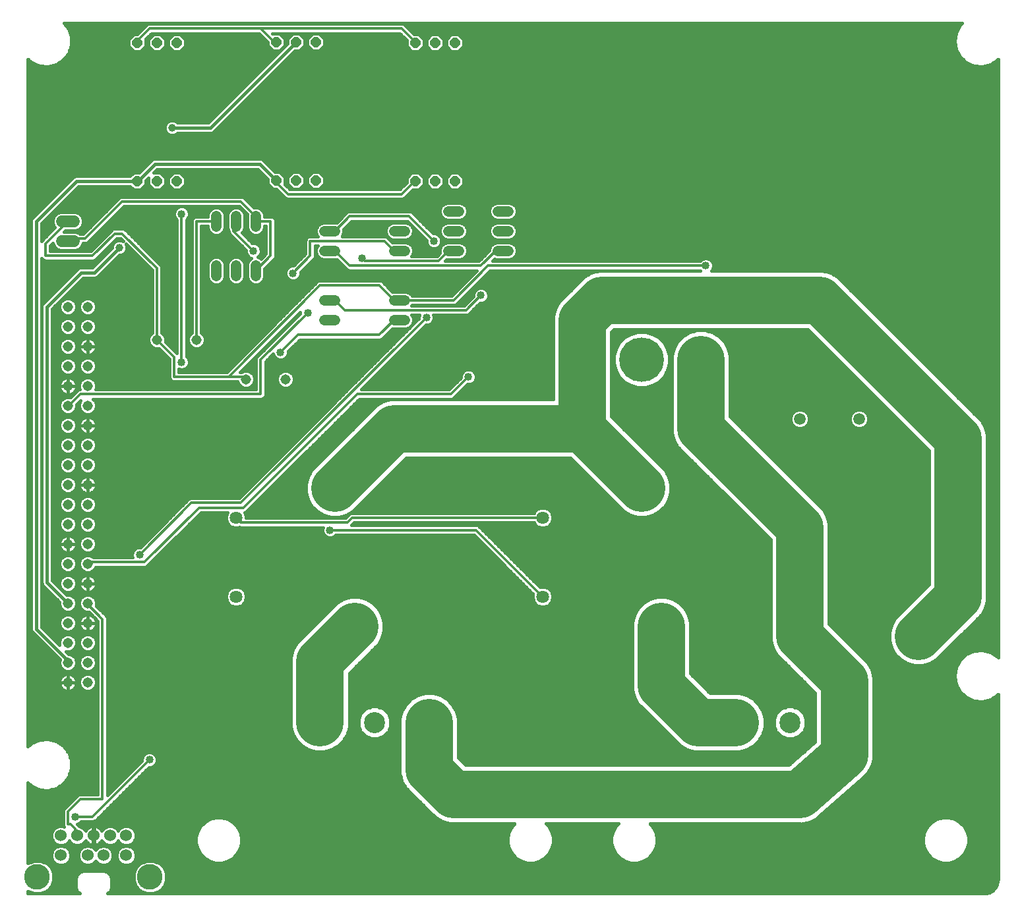
<source format=gbl>
G75*
%MOIN*%
%OFA0B0*%
%FSLAX25Y25*%
%IPPOS*%
%LPD*%
%AMOC8*
5,1,8,0,0,1.08239X$1,22.5*
%
%ADD10C,0.05200*%
%ADD11C,0.22500*%
%ADD12C,0.06450*%
%ADD13C,0.05150*%
%ADD14C,0.05937*%
%ADD15C,0.05937*%
%ADD16C,0.13000*%
%ADD17C,0.06000*%
%ADD18C,0.10650*%
%ADD19OC8,0.05150*%
%ADD20C,0.01200*%
%ADD21C,0.04000*%
%ADD22C,0.24000*%
%ADD23C,0.03962*%
%ADD24C,0.01600*%
D10*
X0171598Y0317465D02*
X0176798Y0317465D01*
X0176798Y0327465D02*
X0171598Y0327465D01*
X0171598Y0352465D02*
X0176798Y0352465D01*
X0176798Y0362465D02*
X0171598Y0362465D01*
X0136798Y0364865D02*
X0136798Y0370065D01*
X0126798Y0370065D02*
X0126798Y0364865D01*
X0116798Y0364865D02*
X0116798Y0370065D01*
X0116798Y0345065D02*
X0116798Y0339865D01*
X0126798Y0339865D02*
X0126798Y0345065D01*
X0136798Y0345065D02*
X0136798Y0339865D01*
X0206798Y0327465D02*
X0211998Y0327465D01*
X0211998Y0317465D02*
X0206798Y0317465D01*
X0206798Y0352465D02*
X0211998Y0352465D01*
X0211998Y0362465D02*
X0206798Y0362465D01*
X0234198Y0362465D02*
X0239398Y0362465D01*
X0239398Y0372465D02*
X0234198Y0372465D01*
X0234198Y0352465D02*
X0239398Y0352465D01*
X0259198Y0352465D02*
X0264398Y0352465D01*
X0264398Y0362465D02*
X0259198Y0362465D01*
X0259198Y0372465D02*
X0264398Y0372465D01*
D11*
X0301798Y0297465D03*
X0331798Y0297465D03*
X0361798Y0297465D03*
X0331798Y0232465D03*
X0341798Y0162465D03*
X0186798Y0162465D03*
X0176798Y0232465D03*
D12*
X0126798Y0217465D03*
X0126798Y0177465D03*
X0281798Y0177465D03*
X0281798Y0217465D03*
D13*
X0151798Y0287465D03*
X0131798Y0287465D03*
X0106798Y0307465D03*
X0086798Y0307465D03*
X0051798Y0304158D03*
X0041798Y0304158D03*
X0041798Y0314158D03*
X0041798Y0324158D03*
X0051798Y0324158D03*
X0051798Y0314158D03*
X0051798Y0294158D03*
X0041798Y0294158D03*
X0041798Y0284158D03*
X0041798Y0274158D03*
X0051798Y0274158D03*
X0051798Y0284158D03*
X0051798Y0264158D03*
X0041798Y0264158D03*
X0041798Y0254158D03*
X0041798Y0244158D03*
X0041798Y0234158D03*
X0041798Y0224158D03*
X0041798Y0214158D03*
X0041798Y0204158D03*
X0041798Y0194158D03*
X0041798Y0184158D03*
X0041798Y0174158D03*
X0041798Y0164158D03*
X0041798Y0154158D03*
X0041798Y0144158D03*
X0041798Y0134158D03*
X0051798Y0134158D03*
X0051798Y0144158D03*
X0051798Y0154158D03*
X0051798Y0164158D03*
X0051798Y0174158D03*
X0051798Y0184158D03*
X0051798Y0194158D03*
X0051798Y0204158D03*
X0051798Y0214158D03*
X0051798Y0224158D03*
X0051798Y0234158D03*
X0051798Y0244158D03*
X0051798Y0254158D03*
D14*
X0411798Y0267465D03*
X0441798Y0267465D03*
X0411798Y0157465D03*
X0471798Y0157465D03*
D15*
X0044767Y0357465D02*
X0038830Y0357465D01*
X0038830Y0367465D02*
X0044767Y0367465D01*
D16*
X0026298Y0035606D03*
X0083298Y0035606D03*
D17*
X0071298Y0046606D03*
X0071298Y0056606D03*
X0063048Y0056606D03*
X0054798Y0056606D03*
X0046548Y0056606D03*
X0038298Y0056606D03*
X0038298Y0046606D03*
X0051798Y0046606D03*
X0059798Y0046606D03*
D18*
X0169239Y0113803D03*
X0196798Y0113803D03*
X0224358Y0113803D03*
X0379239Y0113803D03*
X0406798Y0113803D03*
X0434358Y0113803D03*
D19*
X0237444Y0387758D03*
X0227444Y0387758D03*
X0217444Y0387758D03*
X0167118Y0388091D03*
X0157118Y0388091D03*
X0147118Y0388091D03*
X0096791Y0387758D03*
X0086791Y0387758D03*
X0076791Y0387758D03*
X0076791Y0457758D03*
X0086791Y0457758D03*
X0096791Y0457758D03*
X0147118Y0458091D03*
X0157118Y0458091D03*
X0167118Y0458091D03*
X0217444Y0457758D03*
X0227444Y0457758D03*
X0237444Y0457758D03*
D20*
X0217444Y0457758D02*
X0216798Y0458715D01*
X0210548Y0464965D01*
X0139298Y0464965D01*
X0145548Y0458715D01*
X0146798Y0458715D01*
X0147118Y0458091D01*
X0139298Y0464965D02*
X0083048Y0464965D01*
X0076798Y0458715D01*
X0076791Y0457758D01*
X0147118Y0388091D02*
X0146798Y0387465D01*
X0153048Y0381215D01*
X0210548Y0381215D01*
X0216798Y0387465D01*
X0217444Y0387758D01*
X0214298Y0369965D02*
X0184298Y0369965D01*
X0176798Y0362465D01*
X0176798Y0352465D02*
X0184298Y0344965D01*
X0250548Y0344965D01*
X0258048Y0352465D01*
X0261798Y0352465D01*
X0254298Y0344965D02*
X0236798Y0327465D01*
X0206798Y0327465D01*
X0199298Y0334965D01*
X0169298Y0334965D01*
X0123048Y0288715D01*
X0095548Y0288715D01*
X0095548Y0298715D01*
X0086798Y0307465D01*
X0086798Y0343715D01*
X0069298Y0361215D01*
X0065548Y0361215D01*
X0054298Y0349965D01*
X0030548Y0349965D01*
X0030548Y0356215D01*
X0041798Y0367465D01*
X0043048Y0358715D02*
X0050548Y0358715D01*
X0069298Y0377465D01*
X0129298Y0377465D01*
X0139298Y0367465D01*
X0136798Y0367465D01*
X0139298Y0367465D02*
X0144298Y0367465D01*
X0144298Y0349965D01*
X0136798Y0342465D01*
X0135548Y0352465D02*
X0125548Y0362465D01*
X0125548Y0367465D01*
X0126798Y0367465D01*
X0116798Y0367465D02*
X0106798Y0367465D01*
X0106798Y0307465D01*
X0099298Y0296215D02*
X0099298Y0371215D01*
X0155548Y0341215D02*
X0164298Y0349965D01*
X0164298Y0357465D01*
X0201798Y0357465D01*
X0206798Y0352465D01*
X0191798Y0347465D02*
X0229298Y0347465D01*
X0234298Y0352465D01*
X0236798Y0352465D01*
X0226798Y0357465D02*
X0214298Y0369965D01*
X0191798Y0347465D02*
X0190548Y0348715D01*
X0176798Y0327465D02*
X0181798Y0322465D01*
X0243048Y0322465D01*
X0250548Y0329965D01*
X0254298Y0344965D02*
X0364298Y0344965D01*
X0244298Y0288715D02*
X0235548Y0279965D01*
X0188048Y0279965D01*
X0130548Y0222465D01*
X0108048Y0222465D01*
X0080548Y0194965D01*
X0051798Y0194965D01*
X0051798Y0194158D01*
X0051798Y0174158D02*
X0051798Y0173715D01*
X0059298Y0166215D01*
X0059298Y0074965D01*
X0048048Y0074965D01*
X0041798Y0068715D01*
X0041798Y0062465D01*
X0043048Y0062465D01*
X0045548Y0059965D01*
X0045548Y0057465D01*
X0046548Y0056606D01*
X0045548Y0066215D02*
X0054298Y0066215D01*
X0083048Y0094965D01*
X0078048Y0198715D02*
X0104298Y0224965D01*
X0129298Y0224965D01*
X0223048Y0318715D01*
X0206798Y0317465D02*
X0199298Y0309965D01*
X0158048Y0309965D01*
X0149298Y0301215D01*
X0139298Y0297465D02*
X0139298Y0279965D01*
X0048048Y0279965D01*
X0043048Y0274965D01*
X0041798Y0274965D01*
X0041798Y0274158D01*
X0123048Y0288715D02*
X0130548Y0288715D01*
X0131798Y0287465D01*
X0139298Y0297465D02*
X0163048Y0321215D01*
X0185548Y0217465D02*
X0183048Y0214965D01*
X0129298Y0214965D01*
X0126798Y0217465D01*
X0174298Y0211215D02*
X0248048Y0211215D01*
X0281798Y0177465D01*
X0281798Y0217465D02*
X0185548Y0217465D01*
X0043048Y0358715D02*
X0041798Y0357465D01*
D21*
X0099298Y0371215D03*
X0135548Y0352465D03*
X0155548Y0341215D03*
X0163048Y0321215D03*
X0149298Y0301215D03*
X0099298Y0296215D03*
X0190548Y0348715D03*
X0223048Y0318715D03*
X0250548Y0329965D03*
X0226798Y0357465D03*
X0244298Y0288715D03*
X0174298Y0211215D03*
X0078048Y0198715D03*
X0083048Y0094965D03*
X0045548Y0066215D03*
X0364298Y0344965D03*
D22*
X0361798Y0297465D02*
X0361798Y0262465D01*
X0411798Y0212465D01*
X0411798Y0157465D01*
X0434358Y0134905D01*
X0434358Y0113803D01*
X0434358Y0097465D01*
X0411798Y0077465D01*
X0236798Y0077465D01*
X0224358Y0089905D01*
X0224358Y0113803D01*
X0169239Y0113803D02*
X0169239Y0144905D01*
X0186798Y0162465D01*
X0176798Y0232465D02*
X0206798Y0262465D01*
X0301798Y0262465D01*
X0331798Y0232465D01*
X0301798Y0262465D02*
X0301798Y0297465D01*
X0301798Y0317465D01*
X0311798Y0327465D01*
X0421798Y0327465D01*
X0491798Y0257465D01*
X0491798Y0177465D01*
X0471798Y0157465D01*
X0379239Y0113803D02*
X0360460Y0113803D01*
X0341798Y0132465D01*
X0341798Y0162465D01*
D23*
X0147452Y0337100D03*
X0067793Y0354098D03*
X0094457Y0414759D03*
D24*
X0021598Y0028569D02*
X0021598Y0027265D01*
X0047643Y0027265D01*
X0046399Y0028509D01*
X0045668Y0030274D01*
X0045668Y0034939D01*
X0046399Y0036703D01*
X0047749Y0038054D01*
X0049513Y0038784D01*
X0060084Y0038784D01*
X0061848Y0038054D01*
X0063198Y0036703D01*
X0063929Y0034939D01*
X0063929Y0030274D01*
X0063198Y0028509D01*
X0061954Y0027265D01*
X0504987Y0027265D01*
X0505903Y0027325D01*
X0507670Y0027798D01*
X0509256Y0028713D01*
X0510550Y0030008D01*
X0511465Y0031593D01*
X0511939Y0033360D01*
X0511998Y0034276D01*
X0511998Y0128125D01*
X0511824Y0127900D01*
X0508241Y0125560D01*
X0504093Y0124509D01*
X0499828Y0124862D01*
X0495909Y0126581D01*
X0492760Y0129480D01*
X0490723Y0133244D01*
X0490019Y0137465D01*
X0490723Y0141686D01*
X0492760Y0145449D01*
X0495909Y0148348D01*
X0499828Y0150067D01*
X0504093Y0150420D01*
X0508241Y0149370D01*
X0511824Y0147029D01*
X0511998Y0146804D01*
X0511998Y0449345D01*
X0511824Y0449121D01*
X0508241Y0446780D01*
X0504093Y0445730D01*
X0499828Y0446083D01*
X0495909Y0447802D01*
X0492760Y0450700D01*
X0490723Y0454464D01*
X0490019Y0458685D01*
X0490723Y0462906D01*
X0492760Y0466670D01*
X0493841Y0467665D01*
X0039838Y0467665D01*
X0042011Y0464872D01*
X0043401Y0460825D01*
X0043401Y0456545D01*
X0042011Y0452498D01*
X0039383Y0449121D01*
X0035800Y0446780D01*
X0031652Y0445730D01*
X0027387Y0446083D01*
X0023468Y0447802D01*
X0021598Y0449523D01*
X0021598Y0101627D01*
X0023468Y0103348D01*
X0027387Y0105067D01*
X0031652Y0105420D01*
X0035800Y0104370D01*
X0039383Y0102029D01*
X0042011Y0098652D01*
X0043401Y0094604D01*
X0043401Y0090325D01*
X0042011Y0086277D01*
X0039383Y0082900D01*
X0035800Y0080560D01*
X0031652Y0079509D01*
X0027387Y0079862D01*
X0023468Y0081581D01*
X0021598Y0083302D01*
X0021598Y0042643D01*
X0024648Y0043906D01*
X0027949Y0043906D01*
X0031000Y0042643D01*
X0033335Y0040308D01*
X0034598Y0037257D01*
X0034598Y0033955D01*
X0033335Y0030905D01*
X0031000Y0028570D01*
X0027949Y0027306D01*
X0024648Y0027306D01*
X0021598Y0028569D01*
X0031289Y0028859D02*
X0046254Y0028859D01*
X0045668Y0030457D02*
X0032887Y0030457D01*
X0033812Y0032056D02*
X0045668Y0032056D01*
X0045668Y0033654D02*
X0034474Y0033654D01*
X0034598Y0035253D02*
X0045798Y0035253D01*
X0046546Y0036851D02*
X0034598Y0036851D01*
X0034105Y0038450D02*
X0048705Y0038450D01*
X0050844Y0041806D02*
X0052753Y0041806D01*
X0054517Y0042537D01*
X0055798Y0043818D01*
X0057080Y0042537D01*
X0058844Y0041806D01*
X0060753Y0041806D01*
X0062517Y0042537D01*
X0063868Y0043887D01*
X0064598Y0045652D01*
X0064598Y0047561D01*
X0063868Y0049325D01*
X0062517Y0050676D01*
X0060753Y0051406D01*
X0058844Y0051406D01*
X0057080Y0050676D01*
X0055798Y0049395D01*
X0054517Y0050676D01*
X0052753Y0051406D01*
X0050844Y0051406D01*
X0049080Y0050676D01*
X0047729Y0049325D01*
X0046998Y0047561D01*
X0046998Y0045652D01*
X0047729Y0043887D01*
X0049080Y0042537D01*
X0050844Y0041806D01*
X0048371Y0043245D02*
X0041726Y0043245D01*
X0042368Y0043887D02*
X0043098Y0045652D01*
X0043098Y0047561D01*
X0042368Y0049325D01*
X0041017Y0050676D01*
X0039253Y0051406D01*
X0037344Y0051406D01*
X0035580Y0050676D01*
X0034229Y0049325D01*
X0033498Y0047561D01*
X0033498Y0045652D01*
X0034229Y0043887D01*
X0035580Y0042537D01*
X0037344Y0041806D01*
X0039253Y0041806D01*
X0041017Y0042537D01*
X0042368Y0043887D01*
X0042764Y0044844D02*
X0047333Y0044844D01*
X0046998Y0046442D02*
X0043098Y0046442D01*
X0042900Y0048041D02*
X0047197Y0048041D01*
X0048043Y0049639D02*
X0042054Y0049639D01*
X0039660Y0051238D02*
X0050437Y0051238D01*
X0049267Y0052537D02*
X0050618Y0053887D01*
X0050699Y0054083D01*
X0051137Y0053479D01*
X0051672Y0052945D01*
X0052283Y0052501D01*
X0052956Y0052158D01*
X0053674Y0051925D01*
X0054421Y0051806D01*
X0054598Y0051806D01*
X0054598Y0056406D01*
X0054998Y0056406D01*
X0054998Y0051806D01*
X0055176Y0051806D01*
X0055923Y0051925D01*
X0056641Y0052158D01*
X0057314Y0052501D01*
X0057925Y0052945D01*
X0058460Y0053479D01*
X0058898Y0054083D01*
X0058979Y0053887D01*
X0060330Y0052537D01*
X0062094Y0051806D01*
X0064003Y0051806D01*
X0065767Y0052537D01*
X0067118Y0053887D01*
X0067173Y0054022D01*
X0067229Y0053887D01*
X0068580Y0052537D01*
X0070344Y0051806D01*
X0072253Y0051806D01*
X0074017Y0052537D01*
X0075368Y0053887D01*
X0076098Y0055652D01*
X0076098Y0057561D01*
X0075368Y0059325D01*
X0074017Y0060676D01*
X0072253Y0061406D01*
X0070344Y0061406D01*
X0068580Y0060676D01*
X0067229Y0059325D01*
X0067173Y0059191D01*
X0067118Y0059325D01*
X0065767Y0060676D01*
X0064003Y0061406D01*
X0062094Y0061406D01*
X0060330Y0060676D01*
X0058979Y0059325D01*
X0058898Y0059130D01*
X0058460Y0059733D01*
X0057925Y0060268D01*
X0057314Y0060712D01*
X0056641Y0061055D01*
X0055923Y0061288D01*
X0055176Y0061406D01*
X0054998Y0061406D01*
X0054998Y0056806D01*
X0054598Y0056806D01*
X0054598Y0061406D01*
X0054421Y0061406D01*
X0053674Y0061288D01*
X0052956Y0061055D01*
X0052283Y0060712D01*
X0051672Y0060268D01*
X0051137Y0059733D01*
X0050699Y0059130D01*
X0050618Y0059325D01*
X0049267Y0060676D01*
X0047503Y0061406D01*
X0047501Y0061406D01*
X0046908Y0061999D01*
X0046437Y0062470D01*
X0047701Y0062993D01*
X0048522Y0063815D01*
X0054776Y0063815D01*
X0055658Y0064180D01*
X0056333Y0064855D01*
X0082643Y0091165D01*
X0083804Y0091165D01*
X0085201Y0091743D01*
X0086270Y0092812D01*
X0086848Y0094209D01*
X0086848Y0095720D01*
X0086270Y0097117D01*
X0085201Y0098186D01*
X0083804Y0098765D01*
X0082293Y0098765D01*
X0080896Y0098186D01*
X0079827Y0097117D01*
X0079248Y0095720D01*
X0079248Y0094559D01*
X0061698Y0077009D01*
X0061698Y0166692D01*
X0061333Y0167574D01*
X0060658Y0168249D01*
X0056011Y0172896D01*
X0056173Y0173288D01*
X0056173Y0175028D01*
X0055507Y0176636D01*
X0054277Y0177867D01*
X0052669Y0178533D01*
X0050928Y0178533D01*
X0049320Y0177867D01*
X0048090Y0176636D01*
X0047424Y0175028D01*
X0047424Y0173288D01*
X0048090Y0171680D01*
X0049320Y0170449D01*
X0050928Y0169783D01*
X0052336Y0169783D01*
X0054560Y0167559D01*
X0054091Y0167899D01*
X0053478Y0168212D01*
X0052823Y0168425D01*
X0052143Y0168533D01*
X0051799Y0168533D01*
X0051799Y0164158D01*
X0056173Y0164158D01*
X0056173Y0164502D01*
X0056066Y0165182D01*
X0055853Y0165837D01*
X0055540Y0166451D01*
X0055200Y0166919D01*
X0056898Y0165220D01*
X0056898Y0077365D01*
X0047571Y0077365D01*
X0046689Y0076999D01*
X0040439Y0070749D01*
X0039764Y0070074D01*
X0039398Y0069192D01*
X0039398Y0061987D01*
X0039719Y0061213D01*
X0039253Y0061406D01*
X0037344Y0061406D01*
X0035580Y0060676D01*
X0034229Y0059325D01*
X0033498Y0057561D01*
X0033498Y0055652D01*
X0034229Y0053887D01*
X0035580Y0052537D01*
X0037344Y0051806D01*
X0039253Y0051806D01*
X0041017Y0052537D01*
X0042368Y0053887D01*
X0042423Y0054022D01*
X0042479Y0053887D01*
X0043830Y0052537D01*
X0045594Y0051806D01*
X0047503Y0051806D01*
X0049267Y0052537D01*
X0049567Y0052836D02*
X0051821Y0052836D01*
X0053160Y0051238D02*
X0058437Y0051238D01*
X0057776Y0052836D02*
X0060030Y0052836D01*
X0061160Y0051238D02*
X0069937Y0051238D01*
X0070344Y0051406D02*
X0068580Y0050676D01*
X0067229Y0049325D01*
X0066498Y0047561D01*
X0066498Y0045652D01*
X0067229Y0043887D01*
X0068580Y0042537D01*
X0070344Y0041806D01*
X0072253Y0041806D01*
X0074017Y0042537D01*
X0075368Y0043887D01*
X0076098Y0045652D01*
X0076098Y0047561D01*
X0075368Y0049325D01*
X0074017Y0050676D01*
X0072253Y0051406D01*
X0070344Y0051406D01*
X0072660Y0051238D02*
X0106988Y0051238D01*
X0107342Y0049916D02*
X0108856Y0047293D01*
X0110997Y0045152D01*
X0113619Y0043638D01*
X0116544Y0042854D01*
X0119572Y0042854D01*
X0122497Y0043638D01*
X0125119Y0045152D01*
X0127261Y0047293D01*
X0128775Y0049916D01*
X0129558Y0052840D01*
X0129558Y0055868D01*
X0128775Y0058793D01*
X0127261Y0061416D01*
X0125119Y0063557D01*
X0122497Y0065071D01*
X0119572Y0065854D01*
X0116544Y0065854D01*
X0113619Y0065071D01*
X0110997Y0063557D01*
X0108856Y0061416D01*
X0107342Y0058793D01*
X0106558Y0055868D01*
X0106558Y0052840D01*
X0107342Y0049916D01*
X0107501Y0049639D02*
X0075054Y0049639D01*
X0075900Y0048041D02*
X0108424Y0048041D01*
X0109707Y0046442D02*
X0076098Y0046442D01*
X0075764Y0044844D02*
X0111531Y0044844D01*
X0115085Y0043245D02*
X0086545Y0043245D01*
X0088000Y0042643D02*
X0084949Y0043906D01*
X0081648Y0043906D01*
X0078597Y0042643D01*
X0076262Y0040308D01*
X0074998Y0037257D01*
X0074998Y0033955D01*
X0076262Y0030905D01*
X0078597Y0028570D01*
X0081648Y0027306D01*
X0084949Y0027306D01*
X0088000Y0028570D01*
X0090335Y0030905D01*
X0091598Y0033955D01*
X0091598Y0037257D01*
X0090335Y0040308D01*
X0088000Y0042643D01*
X0088996Y0041647D02*
X0511998Y0041647D01*
X0511998Y0043245D02*
X0488511Y0043245D01*
X0487053Y0042854D02*
X0489978Y0043638D01*
X0492600Y0045152D01*
X0494741Y0047293D01*
X0496255Y0049916D01*
X0497039Y0052840D01*
X0497039Y0055868D01*
X0496255Y0058793D01*
X0494741Y0061416D01*
X0492600Y0063557D01*
X0489978Y0065071D01*
X0487053Y0065854D01*
X0484025Y0065854D01*
X0481100Y0065071D01*
X0478478Y0063557D01*
X0476336Y0061416D01*
X0474822Y0058793D01*
X0474039Y0055868D01*
X0474039Y0052840D01*
X0474822Y0049916D01*
X0476336Y0047293D01*
X0478478Y0045152D01*
X0481100Y0043638D01*
X0484025Y0042854D01*
X0487053Y0042854D01*
X0482566Y0043245D02*
X0331031Y0043245D01*
X0329572Y0042854D02*
X0332497Y0043638D01*
X0335119Y0045152D01*
X0337261Y0047293D01*
X0338775Y0049916D01*
X0339558Y0052840D01*
X0339558Y0055868D01*
X0338775Y0058793D01*
X0337261Y0061416D01*
X0336011Y0062665D01*
X0411354Y0062665D01*
X0412855Y0062574D01*
X0413296Y0062665D01*
X0413747Y0062665D01*
X0415200Y0063054D01*
X0416673Y0063355D01*
X0417076Y0063557D01*
X0417511Y0063673D01*
X0418813Y0064425D01*
X0420159Y0065098D01*
X0420496Y0065396D01*
X0420886Y0065622D01*
X0421949Y0066685D01*
X0443055Y0085396D01*
X0443445Y0085622D01*
X0444508Y0086685D01*
X0445634Y0087683D01*
X0445882Y0088059D01*
X0446201Y0088377D01*
X0446952Y0089680D01*
X0447781Y0090935D01*
X0447924Y0091362D01*
X0448149Y0091752D01*
X0448538Y0093205D01*
X0449014Y0094631D01*
X0449041Y0095081D01*
X0449158Y0095516D01*
X0449158Y0097020D01*
X0449248Y0098521D01*
X0449158Y0098963D01*
X0449158Y0136854D01*
X0448149Y0140618D01*
X0446201Y0143993D01*
X0426598Y0163595D01*
X0426598Y0214413D01*
X0425590Y0218177D01*
X0423641Y0221552D01*
X0420886Y0224308D01*
X0376598Y0268595D01*
X0376598Y0299413D01*
X0375590Y0303177D01*
X0373641Y0306552D01*
X0370886Y0309308D01*
X0367511Y0311256D01*
X0363747Y0312265D01*
X0359850Y0312265D01*
X0356086Y0311256D01*
X0352711Y0309308D01*
X0349956Y0306552D01*
X0348007Y0303177D01*
X0346998Y0299413D01*
X0346998Y0260516D01*
X0348007Y0256752D01*
X0349956Y0253377D01*
X0396998Y0206334D01*
X0396998Y0155516D01*
X0398007Y0151752D01*
X0399956Y0148377D01*
X0419558Y0128775D01*
X0419558Y0104122D01*
X0406183Y0092265D01*
X0242929Y0092265D01*
X0239158Y0096036D01*
X0239158Y0115752D01*
X0238149Y0119516D01*
X0236201Y0122891D01*
X0233445Y0125646D01*
X0230070Y0127595D01*
X0226306Y0128603D01*
X0222409Y0128603D01*
X0218645Y0127595D01*
X0215270Y0125646D01*
X0212515Y0122891D01*
X0210566Y0119516D01*
X0209558Y0115752D01*
X0209558Y0087957D01*
X0210566Y0084193D01*
X0212515Y0080818D01*
X0224956Y0068377D01*
X0227711Y0065622D01*
X0231086Y0063673D01*
X0234850Y0062665D01*
X0267585Y0062665D01*
X0266336Y0061416D01*
X0264822Y0058793D01*
X0264039Y0055868D01*
X0264039Y0052840D01*
X0264822Y0049916D01*
X0266336Y0047293D01*
X0268478Y0045152D01*
X0271100Y0043638D01*
X0274025Y0042854D01*
X0277053Y0042854D01*
X0279978Y0043638D01*
X0282600Y0045152D01*
X0284741Y0047293D01*
X0286255Y0049916D01*
X0287039Y0052840D01*
X0287039Y0055868D01*
X0286255Y0058793D01*
X0284741Y0061416D01*
X0283492Y0062665D01*
X0320105Y0062665D01*
X0318856Y0061416D01*
X0317342Y0058793D01*
X0316558Y0055868D01*
X0316558Y0052840D01*
X0317342Y0049916D01*
X0318856Y0047293D01*
X0320997Y0045152D01*
X0323619Y0043638D01*
X0326544Y0042854D01*
X0329572Y0042854D01*
X0325085Y0043245D02*
X0278511Y0043245D01*
X0282066Y0044844D02*
X0321531Y0044844D01*
X0319707Y0046442D02*
X0283890Y0046442D01*
X0285173Y0048041D02*
X0318424Y0048041D01*
X0317501Y0049639D02*
X0286095Y0049639D01*
X0286609Y0051238D02*
X0316988Y0051238D01*
X0316559Y0052836D02*
X0287038Y0052836D01*
X0287039Y0054435D02*
X0316558Y0054435D01*
X0316603Y0056033D02*
X0286994Y0056033D01*
X0286566Y0057632D02*
X0317031Y0057632D01*
X0317594Y0059230D02*
X0286003Y0059230D01*
X0285080Y0060829D02*
X0318517Y0060829D01*
X0319868Y0062427D02*
X0283729Y0062427D01*
X0267348Y0062427D02*
X0126249Y0062427D01*
X0127599Y0060829D02*
X0265998Y0060829D01*
X0265075Y0059230D02*
X0128522Y0059230D01*
X0129086Y0057632D02*
X0264511Y0057632D01*
X0264083Y0056033D02*
X0129514Y0056033D01*
X0129558Y0054435D02*
X0264039Y0054435D01*
X0264040Y0052836D02*
X0129557Y0052836D01*
X0129129Y0051238D02*
X0264468Y0051238D01*
X0264982Y0049639D02*
X0128615Y0049639D01*
X0127692Y0048041D02*
X0265905Y0048041D01*
X0267187Y0046442D02*
X0126410Y0046442D01*
X0124585Y0044844D02*
X0269012Y0044844D01*
X0272566Y0043245D02*
X0121031Y0043245D01*
X0106559Y0052836D02*
X0074317Y0052836D01*
X0075595Y0054435D02*
X0106558Y0054435D01*
X0106603Y0056033D02*
X0076098Y0056033D01*
X0076069Y0057632D02*
X0107031Y0057632D01*
X0107594Y0059230D02*
X0075407Y0059230D01*
X0073647Y0060829D02*
X0108517Y0060829D01*
X0109868Y0062427D02*
X0046480Y0062427D01*
X0048897Y0060829D02*
X0052513Y0060829D01*
X0054598Y0060829D02*
X0054998Y0060829D01*
X0054998Y0059230D02*
X0054598Y0059230D01*
X0054598Y0057632D02*
X0054998Y0057632D01*
X0054998Y0056033D02*
X0054598Y0056033D01*
X0054598Y0054435D02*
X0054998Y0054435D01*
X0054998Y0052836D02*
X0054598Y0052836D01*
X0055554Y0049639D02*
X0056043Y0049639D01*
X0063554Y0049639D02*
X0067543Y0049639D01*
X0066697Y0048041D02*
X0064400Y0048041D01*
X0064598Y0046442D02*
X0066498Y0046442D01*
X0066833Y0044844D02*
X0064264Y0044844D01*
X0063226Y0043245D02*
X0067871Y0043245D01*
X0074726Y0043245D02*
X0080052Y0043245D01*
X0077601Y0041647D02*
X0031996Y0041647D01*
X0033442Y0040048D02*
X0076155Y0040048D01*
X0075492Y0038450D02*
X0060892Y0038450D01*
X0063050Y0036851D02*
X0074998Y0036851D01*
X0074998Y0035253D02*
X0063799Y0035253D01*
X0063929Y0033654D02*
X0075123Y0033654D01*
X0075785Y0032056D02*
X0063929Y0032056D01*
X0063929Y0030457D02*
X0076710Y0030457D01*
X0078308Y0028859D02*
X0063343Y0028859D01*
X0056371Y0043245D02*
X0055226Y0043245D01*
X0066067Y0052836D02*
X0068280Y0052836D01*
X0067190Y0059230D02*
X0067157Y0059230D01*
X0065397Y0060829D02*
X0068950Y0060829D01*
X0060700Y0060829D02*
X0057084Y0060829D01*
X0058825Y0059230D02*
X0058940Y0059230D01*
X0055286Y0064026D02*
X0111810Y0064026D01*
X0115686Y0065624D02*
X0057102Y0065624D01*
X0058701Y0067223D02*
X0226110Y0067223D01*
X0227708Y0065624D02*
X0120430Y0065624D01*
X0124307Y0064026D02*
X0230475Y0064026D01*
X0224511Y0068821D02*
X0060299Y0068821D01*
X0061898Y0070420D02*
X0222913Y0070420D01*
X0221314Y0072018D02*
X0063496Y0072018D01*
X0065095Y0073617D02*
X0219716Y0073617D01*
X0218117Y0075215D02*
X0066693Y0075215D01*
X0068292Y0076814D02*
X0216519Y0076814D01*
X0214920Y0078413D02*
X0069891Y0078413D01*
X0071489Y0080011D02*
X0213322Y0080011D01*
X0212058Y0081610D02*
X0073088Y0081610D01*
X0074686Y0083208D02*
X0211135Y0083208D01*
X0210402Y0084807D02*
X0076285Y0084807D01*
X0077883Y0086405D02*
X0209973Y0086405D01*
X0209558Y0088004D02*
X0079482Y0088004D01*
X0081080Y0089602D02*
X0209558Y0089602D01*
X0209558Y0091201D02*
X0083891Y0091201D01*
X0086257Y0092799D02*
X0209558Y0092799D01*
X0209558Y0094398D02*
X0086848Y0094398D01*
X0086734Y0095996D02*
X0209558Y0095996D01*
X0209558Y0097595D02*
X0085792Y0097595D01*
X0080305Y0097595D02*
X0061698Y0097595D01*
X0061698Y0099193D02*
X0166582Y0099193D01*
X0167291Y0099003D02*
X0163527Y0100012D01*
X0160152Y0101960D01*
X0157396Y0104716D01*
X0155448Y0108091D01*
X0154439Y0111855D01*
X0154439Y0142957D01*
X0154439Y0146854D01*
X0155448Y0150618D01*
X0157396Y0153993D01*
X0177711Y0174308D01*
X0181086Y0176256D01*
X0184850Y0177265D01*
X0188747Y0177265D01*
X0192511Y0176256D01*
X0195886Y0174308D01*
X0198641Y0171552D01*
X0200590Y0168177D01*
X0201598Y0164413D01*
X0201598Y0160516D01*
X0200590Y0156752D01*
X0198641Y0153377D01*
X0184039Y0138775D01*
X0184039Y0111855D01*
X0183031Y0108091D01*
X0181082Y0104716D01*
X0178327Y0101960D01*
X0174952Y0100012D01*
X0171188Y0099003D01*
X0167291Y0099003D01*
X0171897Y0099193D02*
X0209558Y0099193D01*
X0209558Y0100792D02*
X0176303Y0100792D01*
X0178757Y0102390D02*
X0209558Y0102390D01*
X0209558Y0103989D02*
X0180355Y0103989D01*
X0181585Y0105587D02*
X0209558Y0105587D01*
X0209558Y0107186D02*
X0201671Y0107186D01*
X0201401Y0106915D02*
X0203687Y0109201D01*
X0204923Y0112187D01*
X0204923Y0115419D01*
X0203687Y0118406D01*
X0201401Y0120691D01*
X0198415Y0121928D01*
X0195182Y0121928D01*
X0192196Y0120691D01*
X0189910Y0118406D01*
X0188673Y0115419D01*
X0188673Y0112187D01*
X0189910Y0109201D01*
X0192196Y0106915D01*
X0195182Y0105678D01*
X0198415Y0105678D01*
X0201401Y0106915D01*
X0203270Y0108784D02*
X0209558Y0108784D01*
X0209558Y0110383D02*
X0204176Y0110383D01*
X0204838Y0111981D02*
X0209558Y0111981D01*
X0209558Y0113580D02*
X0204923Y0113580D01*
X0204923Y0115178D02*
X0209558Y0115178D01*
X0209832Y0116777D02*
X0204361Y0116777D01*
X0203699Y0118375D02*
X0210261Y0118375D01*
X0210831Y0119974D02*
X0202118Y0119974D01*
X0199274Y0121572D02*
X0211754Y0121572D01*
X0212795Y0123171D02*
X0184039Y0123171D01*
X0184039Y0124769D02*
X0214393Y0124769D01*
X0216520Y0126368D02*
X0184039Y0126368D01*
X0184039Y0127966D02*
X0220032Y0127966D01*
X0228683Y0127966D02*
X0327682Y0127966D01*
X0328007Y0126752D02*
X0326998Y0130516D01*
X0326998Y0164413D01*
X0328007Y0168177D01*
X0329956Y0171552D01*
X0332711Y0174308D01*
X0336086Y0176256D01*
X0339850Y0177265D01*
X0343747Y0177265D01*
X0347511Y0176256D01*
X0350886Y0174308D01*
X0353641Y0171552D01*
X0355590Y0168177D01*
X0356598Y0164413D01*
X0356598Y0138595D01*
X0366590Y0128603D01*
X0381188Y0128603D01*
X0384952Y0127595D01*
X0388327Y0125646D01*
X0391082Y0122891D01*
X0393031Y0119516D01*
X0394039Y0115752D01*
X0394039Y0111855D01*
X0393031Y0108091D01*
X0391082Y0104716D01*
X0388327Y0101960D01*
X0384952Y0100012D01*
X0381188Y0099003D01*
X0362408Y0099003D01*
X0358511Y0099003D01*
X0354747Y0100012D01*
X0351373Y0101960D01*
X0332711Y0120622D01*
X0332711Y0120622D01*
X0329956Y0123377D01*
X0328007Y0126752D01*
X0328229Y0126368D02*
X0232195Y0126368D01*
X0234322Y0124769D02*
X0329152Y0124769D01*
X0330162Y0123171D02*
X0235920Y0123171D01*
X0236962Y0121572D02*
X0331760Y0121572D01*
X0333359Y0119974D02*
X0237885Y0119974D01*
X0238455Y0118375D02*
X0334957Y0118375D01*
X0336556Y0116777D02*
X0238883Y0116777D01*
X0239158Y0115178D02*
X0338154Y0115178D01*
X0339753Y0113580D02*
X0239158Y0113580D01*
X0239158Y0111981D02*
X0341352Y0111981D01*
X0342950Y0110383D02*
X0239158Y0110383D01*
X0239158Y0108784D02*
X0344549Y0108784D01*
X0346147Y0107186D02*
X0239158Y0107186D01*
X0239158Y0105587D02*
X0347746Y0105587D01*
X0349344Y0103989D02*
X0239158Y0103989D01*
X0239158Y0102390D02*
X0350943Y0102390D01*
X0353397Y0100792D02*
X0239158Y0100792D01*
X0239158Y0099193D02*
X0357803Y0099193D01*
X0381897Y0099193D02*
X0413998Y0099193D01*
X0415801Y0100792D02*
X0386303Y0100792D01*
X0388757Y0102390D02*
X0417604Y0102390D01*
X0419407Y0103989D02*
X0390355Y0103989D01*
X0391585Y0105587D02*
X0419558Y0105587D01*
X0419558Y0107186D02*
X0411671Y0107186D01*
X0411401Y0106915D02*
X0413687Y0109201D01*
X0414923Y0112187D01*
X0414923Y0115419D01*
X0413687Y0118406D01*
X0411401Y0120691D01*
X0408415Y0121928D01*
X0405182Y0121928D01*
X0402196Y0120691D01*
X0399910Y0118406D01*
X0398673Y0115419D01*
X0398673Y0112187D01*
X0399910Y0109201D01*
X0402196Y0106915D01*
X0405182Y0105678D01*
X0408415Y0105678D01*
X0411401Y0106915D01*
X0413270Y0108784D02*
X0419558Y0108784D01*
X0419558Y0110383D02*
X0414176Y0110383D01*
X0414838Y0111981D02*
X0419558Y0111981D01*
X0419558Y0113580D02*
X0414923Y0113580D01*
X0414923Y0115178D02*
X0419558Y0115178D01*
X0419558Y0116777D02*
X0414361Y0116777D01*
X0413699Y0118375D02*
X0419558Y0118375D01*
X0419558Y0119974D02*
X0412118Y0119974D01*
X0409274Y0121572D02*
X0419558Y0121572D01*
X0419558Y0123171D02*
X0390802Y0123171D01*
X0391843Y0121572D02*
X0404323Y0121572D01*
X0401479Y0119974D02*
X0392766Y0119974D01*
X0393336Y0118375D02*
X0399898Y0118375D01*
X0399236Y0116777D02*
X0393765Y0116777D01*
X0394039Y0115178D02*
X0398673Y0115178D01*
X0398673Y0113580D02*
X0394039Y0113580D01*
X0394039Y0111981D02*
X0398759Y0111981D01*
X0399421Y0110383D02*
X0393645Y0110383D01*
X0393217Y0108784D02*
X0400327Y0108784D01*
X0401925Y0107186D02*
X0392508Y0107186D01*
X0406785Y0092799D02*
X0242394Y0092799D01*
X0240796Y0094398D02*
X0408589Y0094398D01*
X0410392Y0095996D02*
X0239197Y0095996D01*
X0239158Y0097595D02*
X0412195Y0097595D01*
X0431571Y0075215D02*
X0511998Y0075215D01*
X0511998Y0073617D02*
X0429768Y0073617D01*
X0427965Y0072018D02*
X0511998Y0072018D01*
X0511998Y0070420D02*
X0426162Y0070420D01*
X0424359Y0068821D02*
X0511998Y0068821D01*
X0511998Y0067223D02*
X0422556Y0067223D01*
X0420889Y0065624D02*
X0483167Y0065624D01*
X0479290Y0064026D02*
X0418122Y0064026D01*
X0433374Y0076814D02*
X0511998Y0076814D01*
X0511998Y0078413D02*
X0435177Y0078413D01*
X0436980Y0080011D02*
X0511998Y0080011D01*
X0511998Y0081610D02*
X0438783Y0081610D01*
X0440586Y0083208D02*
X0511998Y0083208D01*
X0511998Y0084807D02*
X0442390Y0084807D01*
X0444228Y0086405D02*
X0511998Y0086405D01*
X0511998Y0088004D02*
X0445846Y0088004D01*
X0446908Y0089602D02*
X0511998Y0089602D01*
X0511998Y0091201D02*
X0447870Y0091201D01*
X0448430Y0092799D02*
X0511998Y0092799D01*
X0511998Y0094398D02*
X0448936Y0094398D01*
X0449158Y0095996D02*
X0511998Y0095996D01*
X0511998Y0097595D02*
X0449192Y0097595D01*
X0449158Y0099193D02*
X0511998Y0099193D01*
X0511998Y0100792D02*
X0449158Y0100792D01*
X0449158Y0102390D02*
X0511998Y0102390D01*
X0511998Y0103989D02*
X0449158Y0103989D01*
X0449158Y0105587D02*
X0511998Y0105587D01*
X0511998Y0107186D02*
X0449158Y0107186D01*
X0449158Y0108784D02*
X0511998Y0108784D01*
X0511998Y0110383D02*
X0449158Y0110383D01*
X0449158Y0111981D02*
X0511998Y0111981D01*
X0511998Y0113580D02*
X0449158Y0113580D01*
X0449158Y0115178D02*
X0511998Y0115178D01*
X0511998Y0116777D02*
X0449158Y0116777D01*
X0449158Y0118375D02*
X0511998Y0118375D01*
X0511998Y0119974D02*
X0449158Y0119974D01*
X0449158Y0121572D02*
X0511998Y0121572D01*
X0511998Y0123171D02*
X0449158Y0123171D01*
X0449158Y0124769D02*
X0500951Y0124769D01*
X0505121Y0124769D02*
X0511998Y0124769D01*
X0511998Y0126368D02*
X0509478Y0126368D01*
X0511875Y0127966D02*
X0511998Y0127966D01*
X0496396Y0126368D02*
X0449158Y0126368D01*
X0449158Y0127966D02*
X0494404Y0127966D01*
X0492714Y0129565D02*
X0449158Y0129565D01*
X0449158Y0131163D02*
X0491849Y0131163D01*
X0490984Y0132762D02*
X0449158Y0132762D01*
X0449158Y0134360D02*
X0490537Y0134360D01*
X0490270Y0135959D02*
X0449158Y0135959D01*
X0448969Y0137557D02*
X0490034Y0137557D01*
X0490301Y0139156D02*
X0448541Y0139156D01*
X0448070Y0140754D02*
X0490568Y0140754D01*
X0491084Y0142353D02*
X0447147Y0142353D01*
X0446224Y0143951D02*
X0465604Y0143951D01*
X0466086Y0143673D02*
X0469850Y0142665D01*
X0473747Y0142665D01*
X0477511Y0143673D01*
X0480886Y0145622D01*
X0503641Y0168377D01*
X0505590Y0171752D01*
X0506598Y0175516D01*
X0506598Y0259413D01*
X0505590Y0263177D01*
X0503641Y0266552D01*
X0500886Y0269308D01*
X0430886Y0339308D01*
X0427511Y0341256D01*
X0423747Y0342265D01*
X0366972Y0342265D01*
X0367520Y0342812D01*
X0368098Y0344209D01*
X0368098Y0345720D01*
X0367520Y0347117D01*
X0366451Y0348186D01*
X0365054Y0348765D01*
X0363543Y0348765D01*
X0362146Y0348186D01*
X0361324Y0347365D01*
X0256343Y0347365D01*
X0257418Y0348440D01*
X0258323Y0348065D01*
X0265274Y0348065D01*
X0266891Y0348734D01*
X0268129Y0349972D01*
X0268798Y0351589D01*
X0268798Y0353340D01*
X0268129Y0354957D01*
X0266891Y0356195D01*
X0265274Y0356865D01*
X0258323Y0356865D01*
X0256706Y0356195D01*
X0255468Y0354957D01*
X0254798Y0353340D01*
X0254798Y0352609D01*
X0249554Y0347365D01*
X0232593Y0347365D01*
X0233302Y0348074D01*
X0233323Y0348065D01*
X0240274Y0348065D01*
X0241891Y0348734D01*
X0243129Y0349972D01*
X0243798Y0351589D01*
X0243798Y0353340D01*
X0243129Y0354957D01*
X0241891Y0356195D01*
X0240274Y0356865D01*
X0233323Y0356865D01*
X0231706Y0356195D01*
X0230468Y0354957D01*
X0229798Y0353340D01*
X0229798Y0351589D01*
X0229866Y0351426D01*
X0228304Y0349865D01*
X0215621Y0349865D01*
X0215729Y0349972D01*
X0216398Y0351589D01*
X0216398Y0353340D01*
X0215729Y0354957D01*
X0214491Y0356195D01*
X0212874Y0356865D01*
X0205923Y0356865D01*
X0205831Y0356826D01*
X0203158Y0359499D01*
X0202276Y0359865D01*
X0180421Y0359865D01*
X0180529Y0359972D01*
X0181198Y0361589D01*
X0181198Y0363340D01*
X0181160Y0363432D01*
X0185293Y0367565D01*
X0213304Y0367565D01*
X0222998Y0357870D01*
X0222998Y0356709D01*
X0223577Y0355312D01*
X0224646Y0354243D01*
X0226043Y0353665D01*
X0227554Y0353665D01*
X0228951Y0354243D01*
X0230020Y0355312D01*
X0230598Y0356709D01*
X0230598Y0358220D01*
X0230020Y0359617D01*
X0228951Y0360686D01*
X0227554Y0361265D01*
X0226393Y0361265D01*
X0216333Y0371324D01*
X0215658Y0371999D01*
X0214776Y0372365D01*
X0183821Y0372365D01*
X0182939Y0371999D01*
X0177766Y0366826D01*
X0177674Y0366865D01*
X0170723Y0366865D01*
X0169106Y0366195D01*
X0167868Y0364957D01*
X0167198Y0363340D01*
X0167198Y0361589D01*
X0167868Y0359972D01*
X0167976Y0359865D01*
X0163821Y0359865D01*
X0162939Y0359499D01*
X0162264Y0358824D01*
X0161898Y0357942D01*
X0161898Y0350959D01*
X0155954Y0345015D01*
X0154793Y0345015D01*
X0153396Y0344436D01*
X0152327Y0343367D01*
X0151748Y0341970D01*
X0151748Y0340459D01*
X0152327Y0339062D01*
X0153396Y0337993D01*
X0154793Y0337415D01*
X0156304Y0337415D01*
X0157701Y0337993D01*
X0158770Y0339062D01*
X0159348Y0340459D01*
X0159348Y0341620D01*
X0165658Y0347930D01*
X0166333Y0348605D01*
X0166698Y0349487D01*
X0166698Y0355065D01*
X0167976Y0355065D01*
X0167868Y0354957D01*
X0167198Y0353340D01*
X0167198Y0351589D01*
X0167868Y0349972D01*
X0169106Y0348734D01*
X0170723Y0348065D01*
X0177674Y0348065D01*
X0177766Y0348103D01*
X0182264Y0343605D01*
X0182939Y0342930D01*
X0183821Y0342565D01*
X0248504Y0342565D01*
X0235804Y0329865D01*
X0215767Y0329865D01*
X0215729Y0329957D01*
X0214491Y0331195D01*
X0212874Y0331865D01*
X0205923Y0331865D01*
X0205831Y0331826D01*
X0201333Y0336324D01*
X0200658Y0336999D01*
X0199776Y0337365D01*
X0168821Y0337365D01*
X0167939Y0336999D01*
X0122054Y0291115D01*
X0097948Y0291115D01*
X0097948Y0292661D01*
X0098543Y0292415D01*
X0100054Y0292415D01*
X0101451Y0292993D01*
X0102520Y0294062D01*
X0103098Y0295459D01*
X0103098Y0296970D01*
X0102520Y0298367D01*
X0101698Y0299189D01*
X0101698Y0368241D01*
X0102520Y0369062D01*
X0103098Y0370459D01*
X0103098Y0371970D01*
X0102520Y0373367D01*
X0101451Y0374436D01*
X0100054Y0375015D01*
X0098543Y0375015D01*
X0097146Y0374436D01*
X0096077Y0373367D01*
X0095498Y0371970D01*
X0095498Y0370459D01*
X0096077Y0369062D01*
X0096898Y0368241D01*
X0096898Y0300759D01*
X0091141Y0306516D01*
X0091173Y0306594D01*
X0091173Y0308335D01*
X0090507Y0309943D01*
X0089277Y0311173D01*
X0089198Y0311206D01*
X0089198Y0344192D01*
X0088833Y0345074D01*
X0088158Y0345749D01*
X0070658Y0363249D01*
X0069776Y0363615D01*
X0065071Y0363615D01*
X0064189Y0363249D01*
X0063514Y0362574D01*
X0053304Y0352365D01*
X0032948Y0352365D01*
X0032948Y0355220D01*
X0034115Y0356387D01*
X0034787Y0354763D01*
X0036129Y0353422D01*
X0037881Y0352696D01*
X0045716Y0352696D01*
X0047468Y0353422D01*
X0048810Y0354763D01*
X0049452Y0356315D01*
X0051026Y0356315D01*
X0051908Y0356680D01*
X0070293Y0375065D01*
X0128304Y0375065D01*
X0132407Y0370962D01*
X0132398Y0370940D01*
X0132398Y0363989D01*
X0133068Y0362372D01*
X0134306Y0361134D01*
X0135923Y0360465D01*
X0137674Y0360465D01*
X0139291Y0361134D01*
X0140529Y0362372D01*
X0141198Y0363989D01*
X0141198Y0365065D01*
X0141898Y0365065D01*
X0141898Y0350959D01*
X0139513Y0348573D01*
X0139291Y0348795D01*
X0137850Y0349392D01*
X0138770Y0350312D01*
X0139348Y0351709D01*
X0139348Y0353220D01*
X0138770Y0354617D01*
X0137701Y0355686D01*
X0136304Y0356265D01*
X0135143Y0356265D01*
X0129782Y0361625D01*
X0130529Y0362372D01*
X0131198Y0363989D01*
X0131198Y0370940D01*
X0132399Y0370940D01*
X0131198Y0370940D02*
X0130529Y0372557D01*
X0129291Y0373795D01*
X0127674Y0374465D01*
X0125923Y0374465D01*
X0124306Y0373795D01*
X0123068Y0372557D01*
X0122398Y0370940D01*
X0122398Y0363989D01*
X0123068Y0362372D01*
X0123148Y0362292D01*
X0123148Y0361987D01*
X0123514Y0361105D01*
X0124189Y0360430D01*
X0131748Y0352870D01*
X0131748Y0351709D01*
X0132327Y0350312D01*
X0133396Y0349243D01*
X0134392Y0348830D01*
X0134306Y0348795D01*
X0133068Y0347557D01*
X0132398Y0345940D01*
X0132398Y0338989D01*
X0133068Y0337372D01*
X0134306Y0336134D01*
X0135923Y0335465D01*
X0137674Y0335465D01*
X0139291Y0336134D01*
X0140529Y0337372D01*
X0141198Y0338989D01*
X0141198Y0343470D01*
X0145658Y0347930D01*
X0146333Y0348605D01*
X0146698Y0349487D01*
X0146698Y0367942D01*
X0146333Y0368824D01*
X0145658Y0369499D01*
X0144776Y0369865D01*
X0141198Y0369865D01*
X0141198Y0370940D01*
X0181880Y0370940D01*
X0180281Y0369342D02*
X0145816Y0369342D01*
X0146698Y0367743D02*
X0178683Y0367743D01*
X0182274Y0364546D02*
X0202898Y0364546D01*
X0203068Y0364957D02*
X0202398Y0363340D01*
X0202398Y0361589D01*
X0203068Y0359972D01*
X0204306Y0358734D01*
X0205923Y0358065D01*
X0212874Y0358065D01*
X0214491Y0358734D01*
X0215729Y0359972D01*
X0216398Y0361589D01*
X0216398Y0363340D01*
X0215729Y0364957D01*
X0214491Y0366195D01*
X0212874Y0366865D01*
X0205923Y0366865D01*
X0204306Y0366195D01*
X0203068Y0364957D01*
X0204256Y0366145D02*
X0183873Y0366145D01*
X0181198Y0362948D02*
X0202398Y0362948D01*
X0202498Y0361349D02*
X0181099Y0361349D01*
X0169056Y0366145D02*
X0146698Y0366145D01*
X0146698Y0364546D02*
X0167698Y0364546D01*
X0167198Y0362948D02*
X0146698Y0362948D01*
X0146698Y0361349D02*
X0167298Y0361349D01*
X0163546Y0359750D02*
X0146698Y0359750D01*
X0146698Y0358152D02*
X0161985Y0358152D01*
X0161898Y0356553D02*
X0146698Y0356553D01*
X0146698Y0354955D02*
X0161898Y0354955D01*
X0161898Y0353356D02*
X0146698Y0353356D01*
X0146698Y0351758D02*
X0161898Y0351758D01*
X0161099Y0350159D02*
X0146698Y0350159D01*
X0146289Y0348561D02*
X0159501Y0348561D01*
X0157902Y0346962D02*
X0144690Y0346962D01*
X0143092Y0345364D02*
X0156304Y0345364D01*
X0152725Y0343765D02*
X0141493Y0343765D01*
X0141198Y0342167D02*
X0151830Y0342167D01*
X0151748Y0340568D02*
X0141198Y0340568D01*
X0141190Y0338970D02*
X0152419Y0338970D01*
X0158678Y0338970D02*
X0244910Y0338970D01*
X0246508Y0340568D02*
X0159348Y0340568D01*
X0159895Y0342167D02*
X0248107Y0342167D01*
X0251698Y0338970D02*
X0302373Y0338970D01*
X0302711Y0339308D02*
X0299956Y0336552D01*
X0289956Y0326552D01*
X0288007Y0323177D01*
X0286998Y0319413D01*
X0286998Y0277265D01*
X0204850Y0277265D01*
X0201086Y0276256D01*
X0197711Y0274308D01*
X0164956Y0241552D01*
X0163007Y0238177D01*
X0161998Y0234413D01*
X0161998Y0230516D01*
X0163007Y0226752D01*
X0164956Y0223377D01*
X0167711Y0220622D01*
X0171086Y0218673D01*
X0174850Y0217665D01*
X0178747Y0217665D01*
X0182511Y0218673D01*
X0185886Y0220622D01*
X0212929Y0247665D01*
X0295668Y0247665D01*
X0322711Y0220622D01*
X0326086Y0218673D01*
X0329850Y0217665D01*
X0333747Y0217665D01*
X0337511Y0218673D01*
X0340886Y0220622D01*
X0343641Y0223377D01*
X0345590Y0226752D01*
X0346598Y0230516D01*
X0346598Y0234413D01*
X0345590Y0238177D01*
X0343641Y0241552D01*
X0316598Y0268595D01*
X0316598Y0311334D01*
X0317929Y0312665D01*
X0415668Y0312665D01*
X0476998Y0251334D01*
X0476998Y0183595D01*
X0459956Y0166552D01*
X0458007Y0163177D01*
X0456998Y0159413D01*
X0456998Y0155516D01*
X0458007Y0151752D01*
X0459956Y0148377D01*
X0462711Y0145622D01*
X0466086Y0143673D01*
X0462835Y0145550D02*
X0444643Y0145550D01*
X0443045Y0147148D02*
X0461184Y0147148D01*
X0459742Y0148747D02*
X0441446Y0148747D01*
X0439848Y0150346D02*
X0458819Y0150346D01*
X0457956Y0151944D02*
X0438249Y0151944D01*
X0436651Y0153543D02*
X0457527Y0153543D01*
X0457099Y0155141D02*
X0435052Y0155141D01*
X0433454Y0156740D02*
X0456998Y0156740D01*
X0456998Y0158338D02*
X0431855Y0158338D01*
X0430257Y0159937D02*
X0457139Y0159937D01*
X0457567Y0161535D02*
X0428658Y0161535D01*
X0427060Y0163134D02*
X0457995Y0163134D01*
X0458905Y0164732D02*
X0426598Y0164732D01*
X0426598Y0166331D02*
X0459828Y0166331D01*
X0461333Y0167929D02*
X0426598Y0167929D01*
X0426598Y0169528D02*
X0462931Y0169528D01*
X0464530Y0171126D02*
X0426598Y0171126D01*
X0426598Y0172725D02*
X0466128Y0172725D01*
X0467727Y0174323D02*
X0426598Y0174323D01*
X0426598Y0175922D02*
X0469325Y0175922D01*
X0470924Y0177520D02*
X0426598Y0177520D01*
X0426598Y0179119D02*
X0472522Y0179119D01*
X0474121Y0180717D02*
X0426598Y0180717D01*
X0426598Y0182316D02*
X0475719Y0182316D01*
X0476998Y0183914D02*
X0426598Y0183914D01*
X0426598Y0185513D02*
X0476998Y0185513D01*
X0476998Y0187111D02*
X0426598Y0187111D01*
X0426598Y0188710D02*
X0476998Y0188710D01*
X0476998Y0190308D02*
X0426598Y0190308D01*
X0426598Y0191907D02*
X0476998Y0191907D01*
X0476998Y0193505D02*
X0426598Y0193505D01*
X0426598Y0195104D02*
X0476998Y0195104D01*
X0476998Y0196702D02*
X0426598Y0196702D01*
X0426598Y0198301D02*
X0476998Y0198301D01*
X0476998Y0199899D02*
X0426598Y0199899D01*
X0426598Y0201498D02*
X0476998Y0201498D01*
X0476998Y0203096D02*
X0426598Y0203096D01*
X0426598Y0204695D02*
X0476998Y0204695D01*
X0476998Y0206293D02*
X0426598Y0206293D01*
X0426598Y0207892D02*
X0476998Y0207892D01*
X0476998Y0209490D02*
X0426598Y0209490D01*
X0426598Y0211089D02*
X0476998Y0211089D01*
X0476998Y0212687D02*
X0426598Y0212687D01*
X0426598Y0214286D02*
X0476998Y0214286D01*
X0476998Y0215884D02*
X0426204Y0215884D01*
X0425776Y0217483D02*
X0476998Y0217483D01*
X0476998Y0219081D02*
X0425068Y0219081D01*
X0424145Y0220680D02*
X0476998Y0220680D01*
X0476998Y0222279D02*
X0422915Y0222279D01*
X0421316Y0223877D02*
X0476998Y0223877D01*
X0476998Y0225476D02*
X0419718Y0225476D01*
X0418119Y0227074D02*
X0476998Y0227074D01*
X0476998Y0228673D02*
X0416521Y0228673D01*
X0414922Y0230271D02*
X0476998Y0230271D01*
X0476998Y0231870D02*
X0413324Y0231870D01*
X0411725Y0233468D02*
X0476998Y0233468D01*
X0476998Y0235067D02*
X0410127Y0235067D01*
X0408528Y0236665D02*
X0476998Y0236665D01*
X0476998Y0238264D02*
X0406930Y0238264D01*
X0405331Y0239862D02*
X0476998Y0239862D01*
X0476998Y0241461D02*
X0403733Y0241461D01*
X0402134Y0243059D02*
X0476998Y0243059D01*
X0476998Y0244658D02*
X0400536Y0244658D01*
X0398937Y0246256D02*
X0476998Y0246256D01*
X0476998Y0247855D02*
X0397339Y0247855D01*
X0395740Y0249453D02*
X0476998Y0249453D01*
X0476998Y0251052D02*
X0394142Y0251052D01*
X0392543Y0252650D02*
X0475683Y0252650D01*
X0474084Y0254249D02*
X0390945Y0254249D01*
X0389346Y0255847D02*
X0472485Y0255847D01*
X0470887Y0257446D02*
X0387748Y0257446D01*
X0386149Y0259044D02*
X0469288Y0259044D01*
X0467690Y0260643D02*
X0384551Y0260643D01*
X0382952Y0262241D02*
X0466091Y0262241D01*
X0464493Y0263840D02*
X0444917Y0263840D01*
X0444500Y0263422D02*
X0445841Y0264763D01*
X0446567Y0266516D01*
X0446567Y0268413D01*
X0445841Y0270166D01*
X0444500Y0271507D01*
X0442747Y0272233D01*
X0440850Y0272233D01*
X0439097Y0271507D01*
X0437756Y0270166D01*
X0437030Y0268413D01*
X0437030Y0266516D01*
X0437756Y0264763D01*
X0439097Y0263422D01*
X0440850Y0262696D01*
X0442747Y0262696D01*
X0444500Y0263422D01*
X0446121Y0265438D02*
X0462894Y0265438D01*
X0461296Y0267037D02*
X0446567Y0267037D01*
X0446475Y0268635D02*
X0459697Y0268635D01*
X0458099Y0270234D02*
X0445773Y0270234D01*
X0443714Y0271832D02*
X0456500Y0271832D01*
X0454902Y0273431D02*
X0376598Y0273431D01*
X0376598Y0275029D02*
X0453303Y0275029D01*
X0451705Y0276628D02*
X0376598Y0276628D01*
X0376598Y0278226D02*
X0450106Y0278226D01*
X0448508Y0279825D02*
X0376598Y0279825D01*
X0376598Y0281423D02*
X0446909Y0281423D01*
X0445311Y0283022D02*
X0376598Y0283022D01*
X0376598Y0284620D02*
X0443712Y0284620D01*
X0442114Y0286219D02*
X0376598Y0286219D01*
X0376598Y0287817D02*
X0440515Y0287817D01*
X0438917Y0289416D02*
X0376598Y0289416D01*
X0376598Y0291015D02*
X0437318Y0291015D01*
X0435720Y0292613D02*
X0376598Y0292613D01*
X0376598Y0294212D02*
X0434121Y0294212D01*
X0432523Y0295810D02*
X0376598Y0295810D01*
X0376598Y0297409D02*
X0430924Y0297409D01*
X0429326Y0299007D02*
X0376598Y0299007D01*
X0376279Y0300606D02*
X0427727Y0300606D01*
X0426129Y0302204D02*
X0375851Y0302204D01*
X0375229Y0303803D02*
X0424530Y0303803D01*
X0422932Y0305401D02*
X0374306Y0305401D01*
X0373194Y0307000D02*
X0421333Y0307000D01*
X0419735Y0308598D02*
X0371595Y0308598D01*
X0369346Y0310197D02*
X0418136Y0310197D01*
X0416538Y0311795D02*
X0365499Y0311795D01*
X0358098Y0311795D02*
X0317059Y0311795D01*
X0316598Y0310197D02*
X0325751Y0310197D01*
X0326375Y0310557D02*
X0323172Y0308707D01*
X0320556Y0306091D01*
X0318706Y0302888D01*
X0317748Y0299314D01*
X0317748Y0295615D01*
X0318706Y0292041D01*
X0320556Y0288838D01*
X0323172Y0286222D01*
X0326375Y0284372D01*
X0329949Y0283415D01*
X0333648Y0283415D01*
X0337222Y0284372D01*
X0340425Y0286222D01*
X0343041Y0288838D01*
X0344891Y0292041D01*
X0345848Y0295615D01*
X0345848Y0299314D01*
X0344891Y0302888D01*
X0343041Y0306091D01*
X0340425Y0308707D01*
X0337222Y0310557D01*
X0333648Y0311515D01*
X0329949Y0311515D01*
X0326375Y0310557D01*
X0323062Y0308598D02*
X0316598Y0308598D01*
X0316598Y0307000D02*
X0321464Y0307000D01*
X0320157Y0305401D02*
X0316598Y0305401D01*
X0316598Y0303803D02*
X0319234Y0303803D01*
X0318523Y0302204D02*
X0316598Y0302204D01*
X0316598Y0300606D02*
X0318094Y0300606D01*
X0317748Y0299007D02*
X0316598Y0299007D01*
X0316598Y0297409D02*
X0317748Y0297409D01*
X0317748Y0295810D02*
X0316598Y0295810D01*
X0316598Y0294212D02*
X0318125Y0294212D01*
X0318553Y0292613D02*
X0316598Y0292613D01*
X0316598Y0291015D02*
X0319299Y0291015D01*
X0320222Y0289416D02*
X0316598Y0289416D01*
X0316598Y0287817D02*
X0321576Y0287817D01*
X0323176Y0286219D02*
X0316598Y0286219D01*
X0316598Y0284620D02*
X0325945Y0284620D01*
X0316598Y0283022D02*
X0346998Y0283022D01*
X0346998Y0284620D02*
X0337652Y0284620D01*
X0340420Y0286219D02*
X0346998Y0286219D01*
X0346998Y0287817D02*
X0342021Y0287817D01*
X0343375Y0289416D02*
X0346998Y0289416D01*
X0346998Y0291015D02*
X0344298Y0291015D01*
X0345044Y0292613D02*
X0346998Y0292613D01*
X0346998Y0294212D02*
X0345472Y0294212D01*
X0345848Y0295810D02*
X0346998Y0295810D01*
X0346998Y0297409D02*
X0345848Y0297409D01*
X0345848Y0299007D02*
X0346998Y0299007D01*
X0347318Y0300606D02*
X0345503Y0300606D01*
X0345074Y0302204D02*
X0347746Y0302204D01*
X0348368Y0303803D02*
X0344363Y0303803D01*
X0343440Y0305401D02*
X0349291Y0305401D01*
X0350403Y0307000D02*
X0342133Y0307000D01*
X0340535Y0308598D02*
X0352002Y0308598D01*
X0354251Y0310197D02*
X0337846Y0310197D01*
X0346998Y0281423D02*
X0316598Y0281423D01*
X0316598Y0279825D02*
X0346998Y0279825D01*
X0346998Y0278226D02*
X0316598Y0278226D01*
X0316598Y0276628D02*
X0346998Y0276628D01*
X0346998Y0275029D02*
X0316598Y0275029D01*
X0316598Y0273431D02*
X0346998Y0273431D01*
X0346998Y0271832D02*
X0316598Y0271832D01*
X0316598Y0270234D02*
X0346998Y0270234D01*
X0346998Y0268635D02*
X0316598Y0268635D01*
X0318157Y0267037D02*
X0346998Y0267037D01*
X0346998Y0265438D02*
X0319755Y0265438D01*
X0321354Y0263840D02*
X0346998Y0263840D01*
X0346998Y0262241D02*
X0322952Y0262241D01*
X0324551Y0260643D02*
X0346998Y0260643D01*
X0347393Y0259044D02*
X0326149Y0259044D01*
X0327748Y0257446D02*
X0347821Y0257446D01*
X0348529Y0255847D02*
X0329346Y0255847D01*
X0330945Y0254249D02*
X0349452Y0254249D01*
X0350683Y0252650D02*
X0332543Y0252650D01*
X0334142Y0251052D02*
X0352281Y0251052D01*
X0353880Y0249453D02*
X0335740Y0249453D01*
X0337339Y0247855D02*
X0355478Y0247855D01*
X0357077Y0246256D02*
X0338937Y0246256D01*
X0340536Y0244658D02*
X0358675Y0244658D01*
X0360274Y0243059D02*
X0342134Y0243059D01*
X0343694Y0241461D02*
X0361872Y0241461D01*
X0363471Y0239862D02*
X0344617Y0239862D01*
X0345540Y0238264D02*
X0365069Y0238264D01*
X0366668Y0236665D02*
X0345995Y0236665D01*
X0346423Y0235067D02*
X0368266Y0235067D01*
X0369865Y0233468D02*
X0346598Y0233468D01*
X0346598Y0231870D02*
X0371463Y0231870D01*
X0373062Y0230271D02*
X0346533Y0230271D01*
X0346104Y0228673D02*
X0374660Y0228673D01*
X0376259Y0227074D02*
X0345676Y0227074D01*
X0344853Y0225476D02*
X0377857Y0225476D01*
X0379456Y0223877D02*
X0343930Y0223877D01*
X0342543Y0222279D02*
X0381054Y0222279D01*
X0382653Y0220680D02*
X0340944Y0220680D01*
X0338218Y0219081D02*
X0384251Y0219081D01*
X0385850Y0217483D02*
X0286823Y0217483D01*
X0286823Y0218464D02*
X0286058Y0220311D01*
X0284645Y0221725D01*
X0282798Y0222490D01*
X0280799Y0222490D01*
X0278952Y0221725D01*
X0277539Y0220311D01*
X0277354Y0219865D01*
X0185071Y0219865D01*
X0184189Y0219499D01*
X0182054Y0217365D01*
X0131823Y0217365D01*
X0131823Y0218464D01*
X0131141Y0220112D01*
X0131908Y0220430D01*
X0132583Y0221105D01*
X0189043Y0277565D01*
X0236026Y0277565D01*
X0236908Y0277930D01*
X0237583Y0278605D01*
X0243893Y0284915D01*
X0245054Y0284915D01*
X0246451Y0285493D01*
X0247520Y0286562D01*
X0248098Y0287959D01*
X0248098Y0289470D01*
X0247520Y0290867D01*
X0246451Y0291936D01*
X0245054Y0292515D01*
X0243543Y0292515D01*
X0242146Y0291936D01*
X0241077Y0290867D01*
X0240498Y0289470D01*
X0240498Y0288309D01*
X0234554Y0282365D01*
X0190093Y0282365D01*
X0222643Y0314915D01*
X0223804Y0314915D01*
X0225201Y0315493D01*
X0226270Y0316562D01*
X0226848Y0317959D01*
X0226848Y0319470D01*
X0226602Y0320065D01*
X0243526Y0320065D01*
X0244408Y0320430D01*
X0245083Y0321105D01*
X0250143Y0326165D01*
X0251304Y0326165D01*
X0252701Y0326743D01*
X0253770Y0327812D01*
X0254348Y0329209D01*
X0254348Y0330720D01*
X0253770Y0332117D01*
X0252701Y0333186D01*
X0251304Y0333765D01*
X0249793Y0333765D01*
X0248396Y0333186D01*
X0247327Y0332117D01*
X0246748Y0330720D01*
X0246748Y0329559D01*
X0242054Y0324865D01*
X0215621Y0324865D01*
X0215729Y0324972D01*
X0215767Y0325065D01*
X0237276Y0325065D01*
X0238158Y0325430D01*
X0238833Y0326105D01*
X0255293Y0342565D01*
X0361324Y0342565D01*
X0361625Y0342265D01*
X0309850Y0342265D01*
X0306086Y0341256D01*
X0302711Y0339308D01*
X0304895Y0340568D02*
X0253296Y0340568D01*
X0254895Y0342167D02*
X0309485Y0342167D01*
X0300775Y0337371D02*
X0250099Y0337371D01*
X0248501Y0335773D02*
X0299176Y0335773D01*
X0297578Y0334174D02*
X0246902Y0334174D01*
X0247786Y0332576D02*
X0245304Y0332576D01*
X0246855Y0330977D02*
X0243705Y0330977D01*
X0242107Y0329379D02*
X0246569Y0329379D01*
X0244970Y0327780D02*
X0240508Y0327780D01*
X0238910Y0326182D02*
X0243372Y0326182D01*
X0246963Y0322985D02*
X0287956Y0322985D01*
X0287527Y0321386D02*
X0245364Y0321386D01*
X0248561Y0324583D02*
X0288819Y0324583D01*
X0289742Y0326182D02*
X0251346Y0326182D01*
X0253738Y0327780D02*
X0291184Y0327780D01*
X0292782Y0329379D02*
X0254348Y0329379D01*
X0254242Y0330977D02*
X0294381Y0330977D01*
X0295979Y0332576D02*
X0253311Y0332576D01*
X0243311Y0337371D02*
X0140528Y0337371D01*
X0138418Y0335773D02*
X0166713Y0335773D01*
X0165114Y0334174D02*
X0109198Y0334174D01*
X0109198Y0332576D02*
X0163516Y0332576D01*
X0161917Y0330977D02*
X0109198Y0330977D01*
X0109198Y0329379D02*
X0160319Y0329379D01*
X0158720Y0327780D02*
X0109198Y0327780D01*
X0109198Y0326182D02*
X0157122Y0326182D01*
X0155523Y0324583D02*
X0109198Y0324583D01*
X0109198Y0322985D02*
X0153925Y0322985D01*
X0152326Y0321386D02*
X0109198Y0321386D01*
X0109198Y0319788D02*
X0150727Y0319788D01*
X0149129Y0318189D02*
X0109198Y0318189D01*
X0109198Y0316591D02*
X0147530Y0316591D01*
X0145932Y0314992D02*
X0109198Y0314992D01*
X0109198Y0313394D02*
X0144333Y0313394D01*
X0142735Y0311795D02*
X0109198Y0311795D01*
X0109198Y0311206D02*
X0109198Y0365065D01*
X0112398Y0365065D01*
X0112398Y0363989D01*
X0113068Y0362372D01*
X0114306Y0361134D01*
X0115923Y0360465D01*
X0117674Y0360465D01*
X0119291Y0361134D01*
X0120529Y0362372D01*
X0121198Y0363989D01*
X0121198Y0370940D01*
X0122399Y0370940D01*
X0121198Y0370940D02*
X0120529Y0372557D01*
X0119291Y0373795D01*
X0117674Y0374465D01*
X0115923Y0374465D01*
X0114306Y0373795D01*
X0113068Y0372557D01*
X0112398Y0370940D01*
X0112398Y0369865D01*
X0106321Y0369865D01*
X0105439Y0369499D01*
X0104764Y0368824D01*
X0104398Y0367942D01*
X0104398Y0311206D01*
X0104320Y0311173D01*
X0103090Y0309943D01*
X0102424Y0308335D01*
X0102424Y0306594D01*
X0103090Y0304986D01*
X0104320Y0303756D01*
X0105928Y0303090D01*
X0107669Y0303090D01*
X0109277Y0303756D01*
X0110507Y0304986D01*
X0111173Y0306594D01*
X0111173Y0308335D01*
X0110507Y0309943D01*
X0109277Y0311173D01*
X0109198Y0311206D01*
X0110253Y0310197D02*
X0141136Y0310197D01*
X0139538Y0308598D02*
X0111064Y0308598D01*
X0111173Y0307000D02*
X0137939Y0307000D01*
X0136341Y0305401D02*
X0110679Y0305401D01*
X0109323Y0303803D02*
X0134742Y0303803D01*
X0133144Y0302204D02*
X0101698Y0302204D01*
X0101698Y0300606D02*
X0131545Y0300606D01*
X0129947Y0299007D02*
X0101880Y0299007D01*
X0102917Y0297409D02*
X0128348Y0297409D01*
X0126750Y0295810D02*
X0103098Y0295810D01*
X0102582Y0294212D02*
X0125151Y0294212D01*
X0123553Y0292613D02*
X0100533Y0292613D01*
X0098064Y0292613D02*
X0097948Y0292613D01*
X0093148Y0292613D02*
X0055894Y0292613D01*
X0056173Y0293288D02*
X0055507Y0291680D01*
X0054277Y0290449D01*
X0052669Y0289783D01*
X0050928Y0289783D01*
X0049320Y0290449D01*
X0048090Y0291680D01*
X0047424Y0293288D01*
X0047424Y0295028D01*
X0048090Y0296636D01*
X0049320Y0297867D01*
X0050928Y0298533D01*
X0052669Y0298533D01*
X0054277Y0297867D01*
X0055507Y0296636D01*
X0056173Y0295028D01*
X0056173Y0293288D01*
X0056173Y0294212D02*
X0093148Y0294212D01*
X0093148Y0295810D02*
X0055849Y0295810D01*
X0054735Y0297409D02*
X0093148Y0297409D01*
X0093148Y0297720D02*
X0093148Y0288237D01*
X0093514Y0287355D01*
X0094189Y0286680D01*
X0095071Y0286315D01*
X0127540Y0286315D01*
X0128090Y0284986D01*
X0129320Y0283756D01*
X0130928Y0283090D01*
X0132669Y0283090D01*
X0134277Y0283756D01*
X0135507Y0284986D01*
X0136173Y0286594D01*
X0136173Y0288335D01*
X0135507Y0289943D01*
X0134277Y0291173D01*
X0132669Y0291839D01*
X0130928Y0291839D01*
X0129320Y0291173D01*
X0129262Y0291115D01*
X0128843Y0291115D01*
X0159248Y0321521D01*
X0159248Y0320809D01*
X0137939Y0299499D01*
X0137264Y0298824D01*
X0136898Y0297942D01*
X0136898Y0282365D01*
X0055791Y0282365D01*
X0056173Y0283288D01*
X0056173Y0285028D01*
X0055507Y0286636D01*
X0054277Y0287867D01*
X0052669Y0288533D01*
X0050928Y0288533D01*
X0049320Y0287867D01*
X0048090Y0286636D01*
X0047424Y0285028D01*
X0047424Y0283288D01*
X0047806Y0282365D01*
X0047571Y0282365D01*
X0046689Y0281999D01*
X0043060Y0278370D01*
X0042669Y0278533D01*
X0040928Y0278533D01*
X0039320Y0277867D01*
X0038090Y0276636D01*
X0037424Y0275028D01*
X0037424Y0273288D01*
X0038090Y0271680D01*
X0039320Y0270449D01*
X0040928Y0269783D01*
X0042669Y0269783D01*
X0044277Y0270449D01*
X0045507Y0271680D01*
X0046173Y0273288D01*
X0046173Y0274695D01*
X0048073Y0276595D01*
X0047424Y0275028D01*
X0047424Y0273288D01*
X0048090Y0271680D01*
X0049320Y0270449D01*
X0050928Y0269783D01*
X0052669Y0269783D01*
X0054277Y0270449D01*
X0055507Y0271680D01*
X0056173Y0273288D01*
X0056173Y0275028D01*
X0055507Y0276636D01*
X0054579Y0277565D01*
X0139776Y0277565D01*
X0140658Y0277930D01*
X0141333Y0278605D01*
X0141698Y0279487D01*
X0141698Y0296470D01*
X0145554Y0300326D01*
X0146077Y0299062D01*
X0147146Y0297993D01*
X0148543Y0297415D01*
X0150054Y0297415D01*
X0151451Y0297993D01*
X0152520Y0299062D01*
X0153098Y0300459D01*
X0153098Y0301620D01*
X0159043Y0307565D01*
X0199776Y0307565D01*
X0200658Y0307930D01*
X0205831Y0313103D01*
X0205923Y0313065D01*
X0212874Y0313065D01*
X0214491Y0313734D01*
X0215729Y0314972D01*
X0216398Y0316589D01*
X0216398Y0318340D01*
X0215729Y0319957D01*
X0215621Y0320065D01*
X0219495Y0320065D01*
X0219248Y0319470D01*
X0219248Y0318309D01*
X0128304Y0227365D01*
X0103821Y0227365D01*
X0102939Y0226999D01*
X0078454Y0202515D01*
X0077293Y0202515D01*
X0075896Y0201936D01*
X0074827Y0200867D01*
X0074248Y0199470D01*
X0074248Y0197959D01*
X0074495Y0197365D01*
X0054779Y0197365D01*
X0054277Y0197867D01*
X0052669Y0198533D01*
X0050928Y0198533D01*
X0049320Y0197867D01*
X0048090Y0196636D01*
X0047424Y0195028D01*
X0047424Y0193288D01*
X0048090Y0191680D01*
X0049320Y0190449D01*
X0050928Y0189783D01*
X0052669Y0189783D01*
X0054277Y0190449D01*
X0055507Y0191680D01*
X0055874Y0192565D01*
X0081026Y0192565D01*
X0081908Y0192930D01*
X0082583Y0193605D01*
X0109043Y0220065D01*
X0122436Y0220065D01*
X0121773Y0218464D01*
X0121773Y0216465D01*
X0122539Y0214618D01*
X0123952Y0213205D01*
X0125799Y0212440D01*
X0127798Y0212440D01*
X0128460Y0212714D01*
X0128821Y0212565D01*
X0170745Y0212565D01*
X0170498Y0211970D01*
X0170498Y0210459D01*
X0171077Y0209062D01*
X0172146Y0207993D01*
X0173543Y0207415D01*
X0175054Y0207415D01*
X0176451Y0207993D01*
X0177273Y0208815D01*
X0247054Y0208815D01*
X0276958Y0178911D01*
X0276773Y0178464D01*
X0276773Y0176465D01*
X0277539Y0174618D01*
X0278952Y0173205D01*
X0280799Y0172440D01*
X0282798Y0172440D01*
X0284645Y0173205D01*
X0286058Y0174618D01*
X0286823Y0176465D01*
X0286823Y0178464D01*
X0286058Y0180311D01*
X0284645Y0181725D01*
X0282798Y0182490D01*
X0280799Y0182490D01*
X0280353Y0182305D01*
X0249408Y0213249D01*
X0248526Y0213615D01*
X0185093Y0213615D01*
X0186543Y0215065D01*
X0277354Y0215065D01*
X0277539Y0214618D01*
X0278952Y0213205D01*
X0280799Y0212440D01*
X0282798Y0212440D01*
X0284645Y0213205D01*
X0286058Y0214618D01*
X0286823Y0216465D01*
X0286823Y0218464D01*
X0286568Y0219081D02*
X0325379Y0219081D01*
X0322653Y0220680D02*
X0285690Y0220680D01*
X0283308Y0222279D02*
X0321054Y0222279D01*
X0319456Y0223877D02*
X0189141Y0223877D01*
X0187543Y0222279D02*
X0280289Y0222279D01*
X0277907Y0220680D02*
X0185944Y0220680D01*
X0183771Y0219081D02*
X0183218Y0219081D01*
X0182173Y0217483D02*
X0131823Y0217483D01*
X0131568Y0219081D02*
X0170379Y0219081D01*
X0167653Y0220680D02*
X0132158Y0220680D01*
X0133757Y0222279D02*
X0166054Y0222279D01*
X0164667Y0223877D02*
X0135355Y0223877D01*
X0136954Y0225476D02*
X0163744Y0225476D01*
X0162921Y0227074D02*
X0138552Y0227074D01*
X0140151Y0228673D02*
X0162492Y0228673D01*
X0162064Y0230271D02*
X0141749Y0230271D01*
X0143348Y0231870D02*
X0161998Y0231870D01*
X0161998Y0233468D02*
X0144946Y0233468D01*
X0146545Y0235067D02*
X0162174Y0235067D01*
X0162602Y0236665D02*
X0148143Y0236665D01*
X0149742Y0238264D02*
X0163057Y0238264D01*
X0163980Y0239862D02*
X0151340Y0239862D01*
X0152939Y0241461D02*
X0164903Y0241461D01*
X0166463Y0243059D02*
X0154537Y0243059D01*
X0156136Y0244658D02*
X0168061Y0244658D01*
X0169660Y0246256D02*
X0157734Y0246256D01*
X0159333Y0247855D02*
X0171258Y0247855D01*
X0172857Y0249453D02*
X0160931Y0249453D01*
X0162530Y0251052D02*
X0174455Y0251052D01*
X0176054Y0252650D02*
X0164128Y0252650D01*
X0165727Y0254249D02*
X0177652Y0254249D01*
X0179251Y0255847D02*
X0167325Y0255847D01*
X0168924Y0257446D02*
X0180849Y0257446D01*
X0182448Y0259044D02*
X0170522Y0259044D01*
X0172121Y0260643D02*
X0184046Y0260643D01*
X0185645Y0262241D02*
X0173719Y0262241D01*
X0175318Y0263840D02*
X0187243Y0263840D01*
X0188842Y0265438D02*
X0176916Y0265438D01*
X0178515Y0267037D02*
X0190440Y0267037D01*
X0192039Y0268635D02*
X0180113Y0268635D01*
X0181712Y0270234D02*
X0193637Y0270234D01*
X0195236Y0271832D02*
X0183310Y0271832D01*
X0184909Y0273431D02*
X0196834Y0273431D01*
X0198961Y0275029D02*
X0186507Y0275029D01*
X0188106Y0276628D02*
X0202474Y0276628D01*
X0193947Y0286219D02*
X0238409Y0286219D01*
X0240007Y0287817D02*
X0195545Y0287817D01*
X0197144Y0289416D02*
X0240498Y0289416D01*
X0241224Y0291015D02*
X0198742Y0291015D01*
X0200341Y0292613D02*
X0286998Y0292613D01*
X0286998Y0291015D02*
X0247373Y0291015D01*
X0248098Y0289416D02*
X0286998Y0289416D01*
X0286998Y0287817D02*
X0248040Y0287817D01*
X0247177Y0286219D02*
X0286998Y0286219D01*
X0286998Y0284620D02*
X0243598Y0284620D01*
X0242000Y0283022D02*
X0286998Y0283022D01*
X0286998Y0281423D02*
X0240401Y0281423D01*
X0238803Y0279825D02*
X0286998Y0279825D01*
X0286998Y0278226D02*
X0237204Y0278226D01*
X0235212Y0283022D02*
X0190750Y0283022D01*
X0192348Y0284620D02*
X0236810Y0284620D01*
X0214728Y0307000D02*
X0286998Y0307000D01*
X0286998Y0308598D02*
X0216326Y0308598D01*
X0217925Y0310197D02*
X0286998Y0310197D01*
X0286998Y0311795D02*
X0219523Y0311795D01*
X0221122Y0313394D02*
X0286998Y0313394D01*
X0286998Y0314992D02*
X0223992Y0314992D01*
X0226282Y0316591D02*
X0286998Y0316591D01*
X0286998Y0318189D02*
X0226848Y0318189D01*
X0226717Y0319788D02*
X0287099Y0319788D01*
X0286998Y0305401D02*
X0213129Y0305401D01*
X0211531Y0303803D02*
X0286998Y0303803D01*
X0286998Y0302204D02*
X0209932Y0302204D01*
X0208334Y0300606D02*
X0286998Y0300606D01*
X0286998Y0299007D02*
X0206735Y0299007D01*
X0205137Y0297409D02*
X0286998Y0297409D01*
X0286998Y0295810D02*
X0203538Y0295810D01*
X0201940Y0294212D02*
X0286998Y0294212D01*
X0241713Y0335773D02*
X0201884Y0335773D01*
X0203483Y0334174D02*
X0240114Y0334174D01*
X0238516Y0332576D02*
X0205081Y0332576D01*
X0214708Y0330977D02*
X0236917Y0330977D01*
X0219380Y0319788D02*
X0215799Y0319788D01*
X0216398Y0318189D02*
X0219129Y0318189D01*
X0217530Y0316591D02*
X0216398Y0316591D01*
X0215932Y0314992D02*
X0215737Y0314992D01*
X0214333Y0313394D02*
X0213668Y0313394D01*
X0212735Y0311795D02*
X0204523Y0311795D01*
X0202925Y0310197D02*
X0211136Y0310197D01*
X0209538Y0308598D02*
X0201326Y0308598D01*
X0204742Y0303803D02*
X0155281Y0303803D01*
X0156879Y0305401D02*
X0206341Y0305401D01*
X0207939Y0307000D02*
X0158478Y0307000D01*
X0153682Y0302204D02*
X0203144Y0302204D01*
X0201545Y0300606D02*
X0153098Y0300606D01*
X0152465Y0299007D02*
X0199947Y0299007D01*
X0198348Y0297409D02*
X0142637Y0297409D01*
X0141698Y0295810D02*
X0196750Y0295810D01*
X0195151Y0294212D02*
X0141698Y0294212D01*
X0141698Y0292613D02*
X0193553Y0292613D01*
X0191954Y0291015D02*
X0154435Y0291015D01*
X0154277Y0291173D02*
X0152669Y0291839D01*
X0150928Y0291839D01*
X0149320Y0291173D01*
X0148090Y0289943D01*
X0147424Y0288335D01*
X0147424Y0286594D01*
X0148090Y0284986D01*
X0149320Y0283756D01*
X0150928Y0283090D01*
X0152669Y0283090D01*
X0154277Y0283756D01*
X0155507Y0284986D01*
X0156173Y0286594D01*
X0156173Y0288335D01*
X0155507Y0289943D01*
X0154277Y0291173D01*
X0155725Y0289416D02*
X0190356Y0289416D01*
X0188757Y0287817D02*
X0156173Y0287817D01*
X0156018Y0286219D02*
X0187159Y0286219D01*
X0185560Y0284620D02*
X0155141Y0284620D01*
X0148456Y0284620D02*
X0141698Y0284620D01*
X0141698Y0283022D02*
X0183962Y0283022D01*
X0182363Y0281423D02*
X0141698Y0281423D01*
X0141698Y0279825D02*
X0180765Y0279825D01*
X0179166Y0278226D02*
X0140954Y0278226D01*
X0136898Y0283022D02*
X0056063Y0283022D01*
X0056173Y0284620D02*
X0128456Y0284620D01*
X0127579Y0286219D02*
X0055680Y0286219D01*
X0054326Y0287817D02*
X0093322Y0287817D01*
X0093148Y0289416D02*
X0033730Y0289416D01*
X0033730Y0291015D02*
X0038755Y0291015D01*
X0039320Y0290449D02*
X0040928Y0289783D01*
X0042669Y0289783D01*
X0044277Y0290449D01*
X0045507Y0291680D01*
X0046173Y0293288D01*
X0046173Y0295028D01*
X0045507Y0296636D01*
X0044277Y0297867D01*
X0042669Y0298533D01*
X0040928Y0298533D01*
X0039320Y0297867D01*
X0038090Y0296636D01*
X0037424Y0295028D01*
X0037424Y0293288D01*
X0038090Y0291680D01*
X0039320Y0290449D01*
X0040119Y0288212D02*
X0039506Y0287899D01*
X0038948Y0287495D01*
X0038462Y0287008D01*
X0038057Y0286451D01*
X0037744Y0285837D01*
X0037531Y0285182D01*
X0037424Y0284502D01*
X0037424Y0284158D01*
X0041798Y0284158D01*
X0041798Y0284158D01*
X0041798Y0288533D01*
X0041454Y0288533D01*
X0040774Y0288425D01*
X0040119Y0288212D01*
X0039393Y0287817D02*
X0033730Y0287817D01*
X0033730Y0286219D02*
X0037939Y0286219D01*
X0037442Y0284620D02*
X0033730Y0284620D01*
X0033730Y0283022D02*
X0037568Y0283022D01*
X0037531Y0283133D02*
X0037744Y0282478D01*
X0038057Y0281865D01*
X0038462Y0281308D01*
X0038948Y0280821D01*
X0039506Y0280416D01*
X0040119Y0280104D01*
X0040774Y0279891D01*
X0041454Y0279783D01*
X0041798Y0279783D01*
X0041798Y0284158D01*
X0041799Y0284158D01*
X0046173Y0284158D01*
X0046173Y0284502D01*
X0046066Y0285182D01*
X0045853Y0285837D01*
X0045540Y0286451D01*
X0045135Y0287008D01*
X0044648Y0287495D01*
X0044091Y0287899D01*
X0043478Y0288212D01*
X0042823Y0288425D01*
X0042143Y0288533D01*
X0041799Y0288533D01*
X0041799Y0284158D01*
X0041799Y0284158D01*
X0046173Y0284158D01*
X0046173Y0283813D01*
X0046066Y0283133D01*
X0045853Y0282478D01*
X0045540Y0281865D01*
X0045135Y0281308D01*
X0044648Y0280821D01*
X0044091Y0280416D01*
X0043478Y0280104D01*
X0042823Y0279891D01*
X0042143Y0279783D01*
X0041799Y0279783D01*
X0041799Y0284158D01*
X0041798Y0284158D01*
X0037424Y0284158D01*
X0037424Y0283813D01*
X0037531Y0283133D01*
X0038378Y0281423D02*
X0033730Y0281423D01*
X0033730Y0279825D02*
X0041189Y0279825D01*
X0041798Y0279825D02*
X0041799Y0279825D01*
X0042408Y0279825D02*
X0044515Y0279825D01*
X0045219Y0281423D02*
X0046113Y0281423D01*
X0046029Y0283022D02*
X0047534Y0283022D01*
X0047424Y0284620D02*
X0046155Y0284620D01*
X0045658Y0286219D02*
X0047917Y0286219D01*
X0049271Y0287817D02*
X0044204Y0287817D01*
X0041799Y0287817D02*
X0041798Y0287817D01*
X0041798Y0286219D02*
X0041799Y0286219D01*
X0041798Y0284620D02*
X0041799Y0284620D01*
X0041798Y0283022D02*
X0041799Y0283022D01*
X0041798Y0281423D02*
X0041799Y0281423D01*
X0040189Y0278226D02*
X0033730Y0278226D01*
X0033730Y0276628D02*
X0038086Y0276628D01*
X0037424Y0275029D02*
X0033730Y0275029D01*
X0033730Y0273431D02*
X0037424Y0273431D01*
X0038026Y0271832D02*
X0033730Y0271832D01*
X0033730Y0270234D02*
X0039840Y0270234D01*
X0040928Y0268533D02*
X0039320Y0267867D01*
X0038090Y0266636D01*
X0037424Y0265028D01*
X0037424Y0263288D01*
X0038090Y0261680D01*
X0039320Y0260449D01*
X0040928Y0259783D01*
X0042669Y0259783D01*
X0044277Y0260449D01*
X0045507Y0261680D01*
X0046173Y0263288D01*
X0046173Y0265028D01*
X0045507Y0266636D01*
X0044277Y0267867D01*
X0042669Y0268533D01*
X0040928Y0268533D01*
X0038491Y0267037D02*
X0033730Y0267037D01*
X0033730Y0268635D02*
X0169575Y0268635D01*
X0167977Y0267037D02*
X0055106Y0267037D01*
X0055135Y0267008D02*
X0054648Y0267495D01*
X0054091Y0267899D01*
X0053478Y0268212D01*
X0052823Y0268425D01*
X0052143Y0268533D01*
X0051799Y0268533D01*
X0051799Y0264158D01*
X0056173Y0264158D01*
X0056173Y0264502D01*
X0056066Y0265182D01*
X0055853Y0265837D01*
X0055540Y0266451D01*
X0055135Y0267008D01*
X0055982Y0265438D02*
X0166378Y0265438D01*
X0164780Y0263840D02*
X0056173Y0263840D01*
X0056173Y0263813D02*
X0056173Y0264158D01*
X0051799Y0264158D01*
X0051799Y0264158D01*
X0051798Y0264158D01*
X0051798Y0264158D01*
X0047424Y0264158D01*
X0047424Y0264502D01*
X0047531Y0265182D01*
X0047744Y0265837D01*
X0048057Y0266451D01*
X0048462Y0267008D01*
X0048948Y0267495D01*
X0049506Y0267899D01*
X0050119Y0268212D01*
X0050774Y0268425D01*
X0051454Y0268533D01*
X0051798Y0268533D01*
X0051798Y0264158D01*
X0047424Y0264158D01*
X0047424Y0263813D01*
X0047531Y0263133D01*
X0047744Y0262478D01*
X0048057Y0261865D01*
X0048462Y0261308D01*
X0048948Y0260821D01*
X0049506Y0260416D01*
X0050119Y0260104D01*
X0050774Y0259891D01*
X0051454Y0259783D01*
X0051798Y0259783D01*
X0051798Y0264158D01*
X0051799Y0264158D01*
X0051799Y0259783D01*
X0052143Y0259783D01*
X0052823Y0259891D01*
X0053478Y0260104D01*
X0054091Y0260416D01*
X0054648Y0260821D01*
X0055135Y0261308D01*
X0055540Y0261865D01*
X0055853Y0262478D01*
X0056066Y0263133D01*
X0056173Y0263813D01*
X0055732Y0262241D02*
X0163181Y0262241D01*
X0161583Y0260643D02*
X0054403Y0260643D01*
X0051799Y0260643D02*
X0051798Y0260643D01*
X0051798Y0262241D02*
X0051799Y0262241D01*
X0051798Y0263840D02*
X0051799Y0263840D01*
X0051798Y0265438D02*
X0051799Y0265438D01*
X0051798Y0267037D02*
X0051799Y0267037D01*
X0048491Y0267037D02*
X0045106Y0267037D01*
X0046003Y0265438D02*
X0047615Y0265438D01*
X0047424Y0263840D02*
X0046173Y0263840D01*
X0045740Y0262241D02*
X0047865Y0262241D01*
X0049194Y0260643D02*
X0044470Y0260643D01*
X0042669Y0258533D02*
X0040928Y0258533D01*
X0039320Y0257867D01*
X0038090Y0256636D01*
X0037424Y0255028D01*
X0037424Y0253288D01*
X0038090Y0251680D01*
X0039320Y0250449D01*
X0040928Y0249783D01*
X0042669Y0249783D01*
X0044277Y0250449D01*
X0045507Y0251680D01*
X0046173Y0253288D01*
X0046173Y0255028D01*
X0045507Y0256636D01*
X0044277Y0257867D01*
X0042669Y0258533D01*
X0044697Y0257446D02*
X0048900Y0257446D01*
X0049320Y0257867D02*
X0048090Y0256636D01*
X0047424Y0255028D01*
X0047424Y0253288D01*
X0048090Y0251680D01*
X0049320Y0250449D01*
X0050928Y0249783D01*
X0052669Y0249783D01*
X0054277Y0250449D01*
X0055507Y0251680D01*
X0056173Y0253288D01*
X0056173Y0255028D01*
X0055507Y0256636D01*
X0054277Y0257867D01*
X0052669Y0258533D01*
X0050928Y0258533D01*
X0049320Y0257867D01*
X0047763Y0255847D02*
X0045834Y0255847D01*
X0046173Y0254249D02*
X0047424Y0254249D01*
X0047688Y0252650D02*
X0045909Y0252650D01*
X0044879Y0251052D02*
X0048718Y0251052D01*
X0049320Y0247867D02*
X0048090Y0246636D01*
X0047424Y0245028D01*
X0047424Y0243288D01*
X0048090Y0241680D01*
X0049320Y0240449D01*
X0050928Y0239783D01*
X0052669Y0239783D01*
X0054277Y0240449D01*
X0055507Y0241680D01*
X0056173Y0243288D01*
X0056173Y0245028D01*
X0055507Y0246636D01*
X0054277Y0247867D01*
X0052669Y0248533D01*
X0050928Y0248533D01*
X0049320Y0247867D01*
X0049308Y0247855D02*
X0044288Y0247855D01*
X0044277Y0247867D02*
X0042669Y0248533D01*
X0040928Y0248533D01*
X0039320Y0247867D01*
X0038090Y0246636D01*
X0037424Y0245028D01*
X0037424Y0243288D01*
X0038090Y0241680D01*
X0039320Y0240449D01*
X0040928Y0239783D01*
X0042669Y0239783D01*
X0044277Y0240449D01*
X0045507Y0241680D01*
X0046173Y0243288D01*
X0046173Y0245028D01*
X0045507Y0246636D01*
X0044277Y0247867D01*
X0045665Y0246256D02*
X0047932Y0246256D01*
X0047424Y0244658D02*
X0046173Y0244658D01*
X0046079Y0243059D02*
X0047518Y0243059D01*
X0048309Y0241461D02*
X0045288Y0241461D01*
X0042860Y0239862D02*
X0050737Y0239862D01*
X0050774Y0238425D02*
X0050119Y0238212D01*
X0049506Y0237899D01*
X0048948Y0237495D01*
X0048462Y0237008D01*
X0048057Y0236451D01*
X0047744Y0235837D01*
X0047531Y0235182D01*
X0047424Y0234502D01*
X0047424Y0234158D01*
X0051798Y0234158D01*
X0051798Y0234158D01*
X0051798Y0238533D01*
X0051454Y0238533D01*
X0050774Y0238425D01*
X0050278Y0238264D02*
X0043318Y0238264D01*
X0042669Y0238533D02*
X0044277Y0237867D01*
X0045507Y0236636D01*
X0046173Y0235028D01*
X0046173Y0233288D01*
X0045507Y0231680D01*
X0044277Y0230449D01*
X0042669Y0229783D01*
X0040928Y0229783D01*
X0039320Y0230449D01*
X0038090Y0231680D01*
X0037424Y0233288D01*
X0037424Y0235028D01*
X0038090Y0236636D01*
X0039320Y0237867D01*
X0040928Y0238533D01*
X0042669Y0238533D01*
X0040737Y0239862D02*
X0033730Y0239862D01*
X0033730Y0238264D02*
X0040279Y0238264D01*
X0038119Y0236665D02*
X0033730Y0236665D01*
X0033730Y0235067D02*
X0037440Y0235067D01*
X0037424Y0233468D02*
X0033730Y0233468D01*
X0033730Y0231870D02*
X0038011Y0231870D01*
X0039750Y0230271D02*
X0033730Y0230271D01*
X0033730Y0228673D02*
X0129612Y0228673D01*
X0131211Y0230271D02*
X0053807Y0230271D01*
X0054091Y0230416D02*
X0053478Y0230104D01*
X0052823Y0229891D01*
X0052143Y0229783D01*
X0051799Y0229783D01*
X0051799Y0234158D01*
X0056173Y0234158D01*
X0056173Y0234502D01*
X0056066Y0235182D01*
X0055853Y0235837D01*
X0055540Y0236451D01*
X0055135Y0237008D01*
X0054648Y0237495D01*
X0054091Y0237899D01*
X0053478Y0238212D01*
X0052823Y0238425D01*
X0052143Y0238533D01*
X0051799Y0238533D01*
X0051799Y0234158D01*
X0051799Y0234158D01*
X0051798Y0234158D01*
X0047424Y0234158D01*
X0047424Y0233813D01*
X0047531Y0233133D01*
X0047744Y0232478D01*
X0048057Y0231865D01*
X0048462Y0231308D01*
X0048948Y0230821D01*
X0049506Y0230416D01*
X0050119Y0230104D01*
X0050774Y0229891D01*
X0051454Y0229783D01*
X0051798Y0229783D01*
X0051798Y0234158D01*
X0051799Y0234158D01*
X0056173Y0234158D01*
X0056173Y0233813D01*
X0056066Y0233133D01*
X0055853Y0232478D01*
X0055540Y0231865D01*
X0055135Y0231308D01*
X0054648Y0230821D01*
X0054091Y0230416D01*
X0055543Y0231870D02*
X0132809Y0231870D01*
X0134408Y0233468D02*
X0056119Y0233468D01*
X0056084Y0235067D02*
X0136006Y0235067D01*
X0137605Y0236665D02*
X0055384Y0236665D01*
X0053319Y0238264D02*
X0139203Y0238264D01*
X0140802Y0239862D02*
X0052860Y0239862D01*
X0051798Y0238264D02*
X0051799Y0238264D01*
X0051798Y0236665D02*
X0051799Y0236665D01*
X0051798Y0235067D02*
X0051799Y0235067D01*
X0051798Y0233468D02*
X0051799Y0233468D01*
X0051798Y0231870D02*
X0051799Y0231870D01*
X0051798Y0230271D02*
X0051799Y0230271D01*
X0052669Y0228533D02*
X0050928Y0228533D01*
X0049320Y0227867D01*
X0048090Y0226636D01*
X0047424Y0225028D01*
X0047424Y0223288D01*
X0048090Y0221680D01*
X0049320Y0220449D01*
X0050928Y0219783D01*
X0052669Y0219783D01*
X0054277Y0220449D01*
X0055507Y0221680D01*
X0056173Y0223288D01*
X0056173Y0225028D01*
X0055507Y0226636D01*
X0054277Y0227867D01*
X0052669Y0228533D01*
X0055069Y0227074D02*
X0103120Y0227074D01*
X0101415Y0225476D02*
X0055988Y0225476D01*
X0056173Y0223877D02*
X0099817Y0223877D01*
X0098218Y0222279D02*
X0055755Y0222279D01*
X0054508Y0220680D02*
X0096620Y0220680D01*
X0095021Y0219081D02*
X0033730Y0219081D01*
X0033730Y0217483D02*
X0038937Y0217483D01*
X0039320Y0217867D02*
X0038090Y0216636D01*
X0037424Y0215028D01*
X0037424Y0213288D01*
X0038090Y0211680D01*
X0039320Y0210449D01*
X0040928Y0209783D01*
X0042669Y0209783D01*
X0044277Y0210449D01*
X0045507Y0211680D01*
X0046173Y0213288D01*
X0046173Y0215028D01*
X0045507Y0216636D01*
X0044277Y0217867D01*
X0042669Y0218533D01*
X0040928Y0218533D01*
X0039320Y0217867D01*
X0040928Y0219783D02*
X0042669Y0219783D01*
X0044277Y0220449D01*
X0045507Y0221680D01*
X0046173Y0223288D01*
X0046173Y0225028D01*
X0045507Y0226636D01*
X0044277Y0227867D01*
X0042669Y0228533D01*
X0040928Y0228533D01*
X0039320Y0227867D01*
X0038090Y0226636D01*
X0037424Y0225028D01*
X0037424Y0223288D01*
X0038090Y0221680D01*
X0039320Y0220449D01*
X0040928Y0219783D01*
X0039089Y0220680D02*
X0033730Y0220680D01*
X0033730Y0222279D02*
X0037842Y0222279D01*
X0037424Y0223877D02*
X0033730Y0223877D01*
X0033730Y0225476D02*
X0037609Y0225476D01*
X0038528Y0227074D02*
X0033730Y0227074D01*
X0028530Y0227074D02*
X0028398Y0227074D01*
X0028398Y0225476D02*
X0028530Y0225476D01*
X0028530Y0223877D02*
X0028398Y0223877D01*
X0028398Y0222279D02*
X0028530Y0222279D01*
X0028530Y0220680D02*
X0028398Y0220680D01*
X0028398Y0219081D02*
X0028530Y0219081D01*
X0028530Y0217483D02*
X0028398Y0217483D01*
X0028398Y0215884D02*
X0028530Y0215884D01*
X0028530Y0214286D02*
X0028398Y0214286D01*
X0028398Y0212687D02*
X0028530Y0212687D01*
X0028530Y0211089D02*
X0028398Y0211089D01*
X0028398Y0209490D02*
X0028530Y0209490D01*
X0028530Y0207892D02*
X0028398Y0207892D01*
X0028398Y0206293D02*
X0028530Y0206293D01*
X0028530Y0204695D02*
X0028398Y0204695D01*
X0028398Y0203096D02*
X0028530Y0203096D01*
X0028530Y0201498D02*
X0028398Y0201498D01*
X0028398Y0199899D02*
X0028530Y0199899D01*
X0028530Y0198301D02*
X0028398Y0198301D01*
X0028398Y0196702D02*
X0028530Y0196702D01*
X0028530Y0195104D02*
X0028398Y0195104D01*
X0028398Y0193505D02*
X0028530Y0193505D01*
X0028530Y0191907D02*
X0028398Y0191907D01*
X0028398Y0190308D02*
X0028530Y0190308D01*
X0028530Y0188710D02*
X0028398Y0188710D01*
X0028398Y0187111D02*
X0028530Y0187111D01*
X0028530Y0185513D02*
X0028398Y0185513D01*
X0028530Y0184309D02*
X0028926Y0183353D01*
X0037424Y0174856D01*
X0037424Y0173288D01*
X0038090Y0171680D01*
X0039320Y0170449D01*
X0040928Y0169783D01*
X0042669Y0169783D01*
X0044277Y0170449D01*
X0045507Y0171680D01*
X0046173Y0173288D01*
X0046173Y0175028D01*
X0045507Y0176636D01*
X0044277Y0177867D01*
X0042669Y0178533D01*
X0041101Y0178533D01*
X0033730Y0185903D01*
X0033730Y0323024D01*
X0049539Y0338833D01*
X0055645Y0338833D01*
X0056601Y0339229D01*
X0057332Y0339960D01*
X0067689Y0350317D01*
X0068545Y0350317D01*
X0069935Y0350893D01*
X0070999Y0351956D01*
X0071574Y0353346D01*
X0071574Y0354850D01*
X0071084Y0356035D01*
X0084398Y0342720D01*
X0084398Y0311206D01*
X0084320Y0311173D01*
X0083090Y0309943D01*
X0082424Y0308335D01*
X0082424Y0306594D01*
X0083090Y0304986D01*
X0084320Y0303756D01*
X0085928Y0303090D01*
X0087669Y0303090D01*
X0087747Y0303122D01*
X0093148Y0297720D01*
X0091862Y0299007D02*
X0033730Y0299007D01*
X0033730Y0297409D02*
X0038862Y0297409D01*
X0037748Y0295810D02*
X0033730Y0295810D01*
X0033730Y0294212D02*
X0037424Y0294212D01*
X0037703Y0292613D02*
X0033730Y0292613D01*
X0028530Y0292613D02*
X0028398Y0292613D01*
X0028398Y0291015D02*
X0028530Y0291015D01*
X0028530Y0289416D02*
X0028398Y0289416D01*
X0028398Y0287817D02*
X0028530Y0287817D01*
X0028530Y0286219D02*
X0028398Y0286219D01*
X0028398Y0284620D02*
X0028530Y0284620D01*
X0028530Y0283022D02*
X0028398Y0283022D01*
X0028398Y0281423D02*
X0028530Y0281423D01*
X0028530Y0279825D02*
X0028398Y0279825D01*
X0028398Y0278226D02*
X0028530Y0278226D01*
X0028530Y0276628D02*
X0028398Y0276628D01*
X0028398Y0275029D02*
X0028530Y0275029D01*
X0028530Y0273431D02*
X0028398Y0273431D01*
X0028398Y0271832D02*
X0028530Y0271832D01*
X0028530Y0270234D02*
X0028398Y0270234D01*
X0028398Y0268635D02*
X0028530Y0268635D01*
X0028530Y0267037D02*
X0028398Y0267037D01*
X0028398Y0265438D02*
X0028530Y0265438D01*
X0028530Y0263840D02*
X0028398Y0263840D01*
X0028398Y0262241D02*
X0028530Y0262241D01*
X0028530Y0260643D02*
X0028398Y0260643D01*
X0028398Y0259044D02*
X0028530Y0259044D01*
X0028530Y0257446D02*
X0028398Y0257446D01*
X0028398Y0255847D02*
X0028530Y0255847D01*
X0028530Y0254249D02*
X0028398Y0254249D01*
X0028398Y0252650D02*
X0028530Y0252650D01*
X0028530Y0251052D02*
X0028398Y0251052D01*
X0028398Y0249453D02*
X0028530Y0249453D01*
X0028530Y0247855D02*
X0028398Y0247855D01*
X0028398Y0246256D02*
X0028530Y0246256D01*
X0028530Y0244658D02*
X0028398Y0244658D01*
X0028398Y0243059D02*
X0028530Y0243059D01*
X0028530Y0241461D02*
X0028398Y0241461D01*
X0028398Y0239862D02*
X0028530Y0239862D01*
X0028530Y0238264D02*
X0028398Y0238264D01*
X0028398Y0236665D02*
X0028530Y0236665D01*
X0028530Y0235067D02*
X0028398Y0235067D01*
X0028398Y0233468D02*
X0028530Y0233468D01*
X0028530Y0231870D02*
X0028398Y0231870D01*
X0028398Y0230271D02*
X0028530Y0230271D01*
X0028530Y0228673D02*
X0028398Y0228673D01*
X0023198Y0228673D02*
X0021598Y0228673D01*
X0021598Y0230271D02*
X0023198Y0230271D01*
X0023198Y0231870D02*
X0021598Y0231870D01*
X0021598Y0233468D02*
X0023198Y0233468D01*
X0023198Y0235067D02*
X0021598Y0235067D01*
X0021598Y0236665D02*
X0023198Y0236665D01*
X0023198Y0238264D02*
X0021598Y0238264D01*
X0021598Y0239862D02*
X0023198Y0239862D01*
X0023198Y0241461D02*
X0021598Y0241461D01*
X0021598Y0243059D02*
X0023198Y0243059D01*
X0023198Y0244658D02*
X0021598Y0244658D01*
X0021598Y0246256D02*
X0023198Y0246256D01*
X0023198Y0247855D02*
X0021598Y0247855D01*
X0021598Y0249453D02*
X0023198Y0249453D01*
X0023198Y0251052D02*
X0021598Y0251052D01*
X0021598Y0252650D02*
X0023198Y0252650D01*
X0023198Y0254249D02*
X0021598Y0254249D01*
X0021598Y0255847D02*
X0023198Y0255847D01*
X0023198Y0257446D02*
X0021598Y0257446D01*
X0021598Y0259044D02*
X0023198Y0259044D01*
X0023198Y0260643D02*
X0021598Y0260643D01*
X0021598Y0262241D02*
X0023198Y0262241D01*
X0023198Y0263840D02*
X0021598Y0263840D01*
X0021598Y0265438D02*
X0023198Y0265438D01*
X0023198Y0267037D02*
X0021598Y0267037D01*
X0021598Y0268635D02*
X0023198Y0268635D01*
X0023198Y0270234D02*
X0021598Y0270234D01*
X0021598Y0271832D02*
X0023198Y0271832D01*
X0023198Y0273431D02*
X0021598Y0273431D01*
X0021598Y0275029D02*
X0023198Y0275029D01*
X0023198Y0276628D02*
X0021598Y0276628D01*
X0021598Y0278226D02*
X0023198Y0278226D01*
X0023198Y0279825D02*
X0021598Y0279825D01*
X0021598Y0281423D02*
X0023198Y0281423D01*
X0023198Y0283022D02*
X0021598Y0283022D01*
X0021598Y0284620D02*
X0023198Y0284620D01*
X0023198Y0286219D02*
X0021598Y0286219D01*
X0021598Y0287817D02*
X0023198Y0287817D01*
X0023198Y0289416D02*
X0021598Y0289416D01*
X0021598Y0291015D02*
X0023198Y0291015D01*
X0023198Y0292613D02*
X0021598Y0292613D01*
X0021598Y0294212D02*
X0023198Y0294212D01*
X0023198Y0295810D02*
X0021598Y0295810D01*
X0021598Y0297409D02*
X0023198Y0297409D01*
X0023198Y0299007D02*
X0021598Y0299007D01*
X0021598Y0300606D02*
X0023198Y0300606D01*
X0023198Y0302204D02*
X0021598Y0302204D01*
X0021598Y0303803D02*
X0023198Y0303803D01*
X0023198Y0305401D02*
X0021598Y0305401D01*
X0021598Y0307000D02*
X0023198Y0307000D01*
X0023198Y0308598D02*
X0021598Y0308598D01*
X0021598Y0310197D02*
X0023198Y0310197D01*
X0023198Y0311795D02*
X0021598Y0311795D01*
X0021598Y0313394D02*
X0023198Y0313394D01*
X0023198Y0314992D02*
X0021598Y0314992D01*
X0021598Y0316591D02*
X0023198Y0316591D01*
X0023198Y0318189D02*
X0021598Y0318189D01*
X0021598Y0319788D02*
X0023198Y0319788D01*
X0023198Y0321386D02*
X0021598Y0321386D01*
X0021598Y0322985D02*
X0023198Y0322985D01*
X0023198Y0324583D02*
X0021598Y0324583D01*
X0021598Y0326182D02*
X0023198Y0326182D01*
X0023198Y0327780D02*
X0021598Y0327780D01*
X0021598Y0329379D02*
X0023198Y0329379D01*
X0023198Y0330977D02*
X0021598Y0330977D01*
X0021598Y0332576D02*
X0023198Y0332576D01*
X0023198Y0334174D02*
X0021598Y0334174D01*
X0021598Y0335773D02*
X0023198Y0335773D01*
X0023198Y0337371D02*
X0021598Y0337371D01*
X0021598Y0338970D02*
X0023198Y0338970D01*
X0023198Y0340568D02*
X0021598Y0340568D01*
X0021598Y0342167D02*
X0023198Y0342167D01*
X0023198Y0343765D02*
X0021598Y0343765D01*
X0021598Y0345364D02*
X0023198Y0345364D01*
X0023198Y0346962D02*
X0021598Y0346962D01*
X0021598Y0348561D02*
X0023198Y0348561D01*
X0023198Y0350159D02*
X0021598Y0350159D01*
X0021598Y0351758D02*
X0023198Y0351758D01*
X0023198Y0353356D02*
X0021598Y0353356D01*
X0021598Y0354955D02*
X0023198Y0354955D01*
X0023198Y0356553D02*
X0021598Y0356553D01*
X0021598Y0358152D02*
X0023198Y0358152D01*
X0023198Y0359750D02*
X0021598Y0359750D01*
X0021598Y0361349D02*
X0023198Y0361349D01*
X0023198Y0362948D02*
X0021598Y0362948D01*
X0021598Y0364546D02*
X0023198Y0364546D01*
X0023198Y0366145D02*
X0021598Y0366145D01*
X0021598Y0367743D02*
X0023198Y0367743D01*
X0023198Y0367947D02*
X0023198Y0160600D01*
X0023593Y0159645D01*
X0024325Y0158913D01*
X0037654Y0145584D01*
X0037424Y0145028D01*
X0037424Y0143288D01*
X0038090Y0141680D01*
X0039320Y0140449D01*
X0040928Y0139783D01*
X0042669Y0139783D01*
X0044277Y0140449D01*
X0045507Y0141680D01*
X0046173Y0143288D01*
X0046173Y0145028D01*
X0045507Y0146636D01*
X0044277Y0147867D01*
X0042669Y0148533D01*
X0042059Y0148533D01*
X0040725Y0149867D01*
X0040928Y0149783D01*
X0042669Y0149783D01*
X0044277Y0150449D01*
X0045507Y0151680D01*
X0046173Y0153288D01*
X0046173Y0155028D01*
X0045507Y0156636D01*
X0044277Y0157867D01*
X0042669Y0158533D01*
X0040928Y0158533D01*
X0039320Y0157867D01*
X0038090Y0156636D01*
X0037424Y0155028D01*
X0037424Y0153288D01*
X0037508Y0153084D01*
X0028398Y0162194D01*
X0028398Y0348886D01*
X0028514Y0348605D01*
X0029189Y0347930D01*
X0030071Y0347565D01*
X0054776Y0347565D01*
X0055658Y0347930D01*
X0066543Y0358815D01*
X0068304Y0358815D01*
X0069731Y0357388D01*
X0068545Y0357879D01*
X0067041Y0357879D01*
X0065652Y0357304D01*
X0064588Y0356240D01*
X0064012Y0354850D01*
X0064012Y0353994D01*
X0054051Y0344033D01*
X0047945Y0344033D01*
X0046989Y0343637D01*
X0029658Y0326305D01*
X0028926Y0325574D01*
X0028530Y0324618D01*
X0028530Y0184309D01*
X0028398Y0183914D02*
X0028694Y0183914D01*
X0028398Y0182316D02*
X0029964Y0182316D01*
X0028398Y0180717D02*
X0031562Y0180717D01*
X0033161Y0179119D02*
X0028398Y0179119D01*
X0028398Y0177520D02*
X0034759Y0177520D01*
X0036358Y0175922D02*
X0028398Y0175922D01*
X0028398Y0174323D02*
X0037424Y0174323D01*
X0037657Y0172725D02*
X0028398Y0172725D01*
X0028398Y0171126D02*
X0038643Y0171126D01*
X0039471Y0167929D02*
X0028398Y0167929D01*
X0028398Y0166331D02*
X0037963Y0166331D01*
X0038090Y0166636D02*
X0037424Y0165028D01*
X0037424Y0163288D01*
X0038090Y0161680D01*
X0039320Y0160449D01*
X0040928Y0159783D01*
X0042669Y0159783D01*
X0044277Y0160449D01*
X0045507Y0161680D01*
X0046173Y0163288D01*
X0046173Y0165028D01*
X0045507Y0166636D01*
X0044277Y0167867D01*
X0042669Y0168533D01*
X0040928Y0168533D01*
X0039320Y0167867D01*
X0038090Y0166636D01*
X0037424Y0164732D02*
X0028398Y0164732D01*
X0028398Y0163134D02*
X0037487Y0163134D01*
X0038234Y0161535D02*
X0029057Y0161535D01*
X0030655Y0159937D02*
X0040558Y0159937D01*
X0040459Y0158338D02*
X0032254Y0158338D01*
X0033852Y0156740D02*
X0038193Y0156740D01*
X0037471Y0155141D02*
X0035451Y0155141D01*
X0037049Y0153543D02*
X0037424Y0153543D01*
X0032893Y0150346D02*
X0021598Y0150346D01*
X0021598Y0151944D02*
X0031294Y0151944D01*
X0029696Y0153543D02*
X0021598Y0153543D01*
X0021598Y0155141D02*
X0028097Y0155141D01*
X0026498Y0156740D02*
X0021598Y0156740D01*
X0021598Y0158338D02*
X0024900Y0158338D01*
X0023472Y0159937D02*
X0021598Y0159937D01*
X0021598Y0161535D02*
X0023198Y0161535D01*
X0023198Y0163134D02*
X0021598Y0163134D01*
X0021598Y0164732D02*
X0023198Y0164732D01*
X0023198Y0166331D02*
X0021598Y0166331D01*
X0021598Y0167929D02*
X0023198Y0167929D01*
X0023198Y0169528D02*
X0021598Y0169528D01*
X0021598Y0171126D02*
X0023198Y0171126D01*
X0023198Y0172725D02*
X0021598Y0172725D01*
X0021598Y0174323D02*
X0023198Y0174323D01*
X0023198Y0175922D02*
X0021598Y0175922D01*
X0021598Y0177520D02*
X0023198Y0177520D01*
X0023198Y0179119D02*
X0021598Y0179119D01*
X0021598Y0180717D02*
X0023198Y0180717D01*
X0023198Y0182316D02*
X0021598Y0182316D01*
X0021598Y0183914D02*
X0023198Y0183914D01*
X0023198Y0185513D02*
X0021598Y0185513D01*
X0021598Y0187111D02*
X0023198Y0187111D01*
X0023198Y0188710D02*
X0021598Y0188710D01*
X0021598Y0190308D02*
X0023198Y0190308D01*
X0023198Y0191907D02*
X0021598Y0191907D01*
X0021598Y0193505D02*
X0023198Y0193505D01*
X0023198Y0195104D02*
X0021598Y0195104D01*
X0021598Y0196702D02*
X0023198Y0196702D01*
X0023198Y0198301D02*
X0021598Y0198301D01*
X0021598Y0199899D02*
X0023198Y0199899D01*
X0023198Y0201498D02*
X0021598Y0201498D01*
X0021598Y0203096D02*
X0023198Y0203096D01*
X0023198Y0204695D02*
X0021598Y0204695D01*
X0021598Y0206293D02*
X0023198Y0206293D01*
X0023198Y0207892D02*
X0021598Y0207892D01*
X0021598Y0209490D02*
X0023198Y0209490D01*
X0023198Y0211089D02*
X0021598Y0211089D01*
X0021598Y0212687D02*
X0023198Y0212687D01*
X0023198Y0214286D02*
X0021598Y0214286D01*
X0021598Y0215884D02*
X0023198Y0215884D01*
X0023198Y0217483D02*
X0021598Y0217483D01*
X0021598Y0219081D02*
X0023198Y0219081D01*
X0023198Y0220680D02*
X0021598Y0220680D01*
X0021598Y0222279D02*
X0023198Y0222279D01*
X0023198Y0223877D02*
X0021598Y0223877D01*
X0021598Y0225476D02*
X0023198Y0225476D01*
X0023198Y0227074D02*
X0021598Y0227074D01*
X0033730Y0215884D02*
X0037778Y0215884D01*
X0037424Y0214286D02*
X0033730Y0214286D01*
X0033730Y0212687D02*
X0037672Y0212687D01*
X0038680Y0211089D02*
X0033730Y0211089D01*
X0033730Y0209490D02*
X0085430Y0209490D01*
X0083832Y0207892D02*
X0054215Y0207892D01*
X0054277Y0207867D02*
X0052669Y0208533D01*
X0050928Y0208533D01*
X0049320Y0207867D01*
X0048090Y0206636D01*
X0047424Y0205028D01*
X0047424Y0203288D01*
X0048090Y0201680D01*
X0049320Y0200449D01*
X0050928Y0199783D01*
X0052669Y0199783D01*
X0054277Y0200449D01*
X0055507Y0201680D01*
X0056173Y0203288D01*
X0056173Y0205028D01*
X0055507Y0206636D01*
X0054277Y0207867D01*
X0055649Y0206293D02*
X0082233Y0206293D01*
X0080635Y0204695D02*
X0056173Y0204695D01*
X0056094Y0203096D02*
X0079036Y0203096D01*
X0075458Y0201498D02*
X0055325Y0201498D01*
X0052950Y0199899D02*
X0074426Y0199899D01*
X0074248Y0198301D02*
X0053228Y0198301D01*
X0050369Y0198301D02*
X0043228Y0198301D01*
X0042669Y0198533D02*
X0044277Y0197867D01*
X0045507Y0196636D01*
X0046173Y0195028D01*
X0046173Y0193288D01*
X0045507Y0191680D01*
X0044277Y0190449D01*
X0042669Y0189783D01*
X0040928Y0189783D01*
X0039320Y0190449D01*
X0038090Y0191680D01*
X0037424Y0193288D01*
X0037424Y0195028D01*
X0038090Y0196636D01*
X0039320Y0197867D01*
X0040928Y0198533D01*
X0042669Y0198533D01*
X0042143Y0199783D02*
X0042823Y0199891D01*
X0043478Y0200104D01*
X0044091Y0200416D01*
X0044648Y0200821D01*
X0045135Y0201308D01*
X0045540Y0201865D01*
X0045853Y0202478D01*
X0046066Y0203133D01*
X0046173Y0203813D01*
X0046173Y0204158D01*
X0046173Y0204502D01*
X0046066Y0205182D01*
X0045853Y0205837D01*
X0045540Y0206451D01*
X0045135Y0207008D01*
X0044648Y0207495D01*
X0044091Y0207899D01*
X0043478Y0208212D01*
X0042823Y0208425D01*
X0042143Y0208533D01*
X0041799Y0208533D01*
X0041799Y0204158D01*
X0046173Y0204158D01*
X0041799Y0204158D01*
X0041799Y0204158D01*
X0041798Y0204158D01*
X0041798Y0204158D01*
X0037424Y0204158D01*
X0037424Y0204502D01*
X0037531Y0205182D01*
X0037744Y0205837D01*
X0038057Y0206451D01*
X0038462Y0207008D01*
X0038948Y0207495D01*
X0039506Y0207899D01*
X0040119Y0208212D01*
X0040774Y0208425D01*
X0041454Y0208533D01*
X0041798Y0208533D01*
X0041798Y0204158D01*
X0037424Y0204158D01*
X0037424Y0203813D01*
X0037531Y0203133D01*
X0037744Y0202478D01*
X0038057Y0201865D01*
X0038462Y0201308D01*
X0038948Y0200821D01*
X0039506Y0200416D01*
X0040119Y0200104D01*
X0040774Y0199891D01*
X0041454Y0199783D01*
X0041798Y0199783D01*
X0041798Y0204158D01*
X0041799Y0204158D01*
X0041799Y0199783D01*
X0042143Y0199783D01*
X0041798Y0199899D02*
X0041799Y0199899D01*
X0042850Y0199899D02*
X0050647Y0199899D01*
X0048272Y0201498D02*
X0045273Y0201498D01*
X0046054Y0203096D02*
X0047503Y0203096D01*
X0047424Y0204695D02*
X0046143Y0204695D01*
X0045620Y0206293D02*
X0047948Y0206293D01*
X0049382Y0207892D02*
X0044102Y0207892D01*
X0041799Y0207892D02*
X0041798Y0207892D01*
X0041798Y0206293D02*
X0041799Y0206293D01*
X0041798Y0204695D02*
X0041799Y0204695D01*
X0041798Y0203096D02*
X0041799Y0203096D01*
X0041798Y0201498D02*
X0041799Y0201498D01*
X0040747Y0199899D02*
X0033730Y0199899D01*
X0033730Y0198301D02*
X0040369Y0198301D01*
X0038156Y0196702D02*
X0033730Y0196702D01*
X0033730Y0195104D02*
X0037455Y0195104D01*
X0037424Y0193505D02*
X0033730Y0193505D01*
X0033730Y0191907D02*
X0037996Y0191907D01*
X0039660Y0190308D02*
X0033730Y0190308D01*
X0033730Y0188710D02*
X0267159Y0188710D01*
X0265561Y0190308D02*
X0053937Y0190308D01*
X0053478Y0188212D02*
X0054091Y0187899D01*
X0054648Y0187495D01*
X0055135Y0187008D01*
X0055540Y0186451D01*
X0055853Y0185837D01*
X0056066Y0185182D01*
X0056173Y0184502D01*
X0056173Y0184158D01*
X0051799Y0184158D01*
X0051799Y0184158D01*
X0051798Y0184158D01*
X0051798Y0184158D01*
X0047424Y0184158D01*
X0047424Y0184502D01*
X0047531Y0185182D01*
X0047744Y0185837D01*
X0048057Y0186451D01*
X0048462Y0187008D01*
X0048948Y0187495D01*
X0049506Y0187899D01*
X0050119Y0188212D01*
X0050774Y0188425D01*
X0051454Y0188533D01*
X0051798Y0188533D01*
X0051798Y0184158D01*
X0047424Y0184158D01*
X0047424Y0183813D01*
X0047531Y0183133D01*
X0047744Y0182478D01*
X0048057Y0181865D01*
X0048462Y0181308D01*
X0048948Y0180821D01*
X0049506Y0180416D01*
X0050119Y0180104D01*
X0050774Y0179891D01*
X0051454Y0179783D01*
X0051798Y0179783D01*
X0051798Y0184158D01*
X0051799Y0184158D01*
X0051799Y0188533D01*
X0052143Y0188533D01*
X0052823Y0188425D01*
X0053478Y0188212D01*
X0055032Y0187111D02*
X0268758Y0187111D01*
X0270356Y0185513D02*
X0055958Y0185513D01*
X0056173Y0184158D02*
X0051799Y0184158D01*
X0051799Y0179783D01*
X0052143Y0179783D01*
X0052823Y0179891D01*
X0053478Y0180104D01*
X0054091Y0180416D01*
X0054648Y0180821D01*
X0055135Y0181308D01*
X0055540Y0181865D01*
X0055853Y0182478D01*
X0056066Y0183133D01*
X0056173Y0183813D01*
X0056173Y0184158D01*
X0056173Y0183914D02*
X0271955Y0183914D01*
X0273553Y0182316D02*
X0128218Y0182316D01*
X0127798Y0182490D02*
X0125799Y0182490D01*
X0123952Y0181725D01*
X0122539Y0180311D01*
X0121773Y0178464D01*
X0121773Y0176465D01*
X0122539Y0174618D01*
X0123952Y0173205D01*
X0125799Y0172440D01*
X0127798Y0172440D01*
X0129645Y0173205D01*
X0131058Y0174618D01*
X0131823Y0176465D01*
X0131823Y0178464D01*
X0131058Y0180311D01*
X0129645Y0181725D01*
X0127798Y0182490D01*
X0125379Y0182316D02*
X0055770Y0182316D01*
X0054506Y0180717D02*
X0122945Y0180717D01*
X0122045Y0179119D02*
X0040515Y0179119D01*
X0040928Y0179783D02*
X0042669Y0179783D01*
X0044277Y0180449D01*
X0045507Y0181680D01*
X0046173Y0183288D01*
X0046173Y0185028D01*
X0045507Y0186636D01*
X0044277Y0187867D01*
X0042669Y0188533D01*
X0040928Y0188533D01*
X0039320Y0187867D01*
X0038090Y0186636D01*
X0037424Y0185028D01*
X0037424Y0183288D01*
X0038090Y0181680D01*
X0039320Y0180449D01*
X0040928Y0179783D01*
X0039052Y0180717D02*
X0038916Y0180717D01*
X0037826Y0182316D02*
X0037317Y0182316D01*
X0037424Y0183914D02*
X0035719Y0183914D01*
X0034120Y0185513D02*
X0037624Y0185513D01*
X0038565Y0187111D02*
X0033730Y0187111D01*
X0031130Y0184826D02*
X0041798Y0174158D01*
X0044954Y0171126D02*
X0048643Y0171126D01*
X0047657Y0172725D02*
X0045940Y0172725D01*
X0046173Y0174323D02*
X0047424Y0174323D01*
X0047794Y0175922D02*
X0045803Y0175922D01*
X0044623Y0177520D02*
X0048974Y0177520D01*
X0049091Y0180717D02*
X0044545Y0180717D01*
X0045771Y0182316D02*
X0047827Y0182316D01*
X0047424Y0183914D02*
X0046173Y0183914D01*
X0045973Y0185513D02*
X0047639Y0185513D01*
X0048565Y0187111D02*
X0045032Y0187111D01*
X0043937Y0190308D02*
X0049660Y0190308D01*
X0047996Y0191907D02*
X0045601Y0191907D01*
X0046173Y0193505D02*
X0047424Y0193505D01*
X0047455Y0195104D02*
X0046142Y0195104D01*
X0045441Y0196702D02*
X0048156Y0196702D01*
X0038323Y0201498D02*
X0033730Y0201498D01*
X0033730Y0203096D02*
X0037543Y0203096D01*
X0037454Y0204695D02*
X0033730Y0204695D01*
X0033730Y0206293D02*
X0037977Y0206293D01*
X0039495Y0207892D02*
X0033730Y0207892D01*
X0044917Y0211089D02*
X0048680Y0211089D01*
X0048090Y0211680D02*
X0049320Y0210449D01*
X0050928Y0209783D01*
X0052669Y0209783D01*
X0054277Y0210449D01*
X0055507Y0211680D01*
X0056173Y0213288D01*
X0056173Y0215028D01*
X0055507Y0216636D01*
X0054277Y0217867D01*
X0052669Y0218533D01*
X0050928Y0218533D01*
X0049320Y0217867D01*
X0048090Y0216636D01*
X0047424Y0215028D01*
X0047424Y0213288D01*
X0048090Y0211680D01*
X0047672Y0212687D02*
X0045925Y0212687D01*
X0046173Y0214286D02*
X0047424Y0214286D01*
X0047778Y0215884D02*
X0045819Y0215884D01*
X0044660Y0217483D02*
X0048937Y0217483D01*
X0049089Y0220680D02*
X0044508Y0220680D01*
X0045755Y0222279D02*
X0047842Y0222279D01*
X0047424Y0223877D02*
X0046173Y0223877D01*
X0045988Y0225476D02*
X0047609Y0225476D01*
X0048528Y0227074D02*
X0045069Y0227074D01*
X0043847Y0230271D02*
X0049790Y0230271D01*
X0048054Y0231870D02*
X0045586Y0231870D01*
X0046173Y0233468D02*
X0047478Y0233468D01*
X0047513Y0235067D02*
X0046157Y0235067D01*
X0045478Y0236665D02*
X0048213Y0236665D01*
X0038309Y0241461D02*
X0033730Y0241461D01*
X0033730Y0243059D02*
X0037518Y0243059D01*
X0037424Y0244658D02*
X0033730Y0244658D01*
X0033730Y0246256D02*
X0037932Y0246256D01*
X0039308Y0247855D02*
X0033730Y0247855D01*
X0033730Y0249453D02*
X0150393Y0249453D01*
X0148794Y0247855D02*
X0054288Y0247855D01*
X0055665Y0246256D02*
X0147196Y0246256D01*
X0145597Y0244658D02*
X0056173Y0244658D01*
X0056079Y0243059D02*
X0143999Y0243059D01*
X0142400Y0241461D02*
X0055288Y0241461D01*
X0054879Y0251052D02*
X0151992Y0251052D01*
X0153590Y0252650D02*
X0055909Y0252650D01*
X0056173Y0254249D02*
X0155189Y0254249D01*
X0156787Y0255847D02*
X0055834Y0255847D01*
X0054697Y0257446D02*
X0158386Y0257446D01*
X0159984Y0259044D02*
X0033730Y0259044D01*
X0033730Y0257446D02*
X0038900Y0257446D01*
X0037763Y0255847D02*
X0033730Y0255847D01*
X0033730Y0254249D02*
X0037424Y0254249D01*
X0037688Y0252650D02*
X0033730Y0252650D01*
X0033730Y0251052D02*
X0038718Y0251052D01*
X0039127Y0260643D02*
X0033730Y0260643D01*
X0033730Y0262241D02*
X0037857Y0262241D01*
X0037424Y0263840D02*
X0033730Y0263840D01*
X0033730Y0265438D02*
X0037594Y0265438D01*
X0043757Y0270234D02*
X0049840Y0270234D01*
X0048026Y0271832D02*
X0045571Y0271832D01*
X0046173Y0273431D02*
X0047424Y0273431D01*
X0047424Y0275029D02*
X0046507Y0275029D01*
X0053757Y0270234D02*
X0171174Y0270234D01*
X0172772Y0271832D02*
X0055571Y0271832D01*
X0056173Y0273431D02*
X0174371Y0273431D01*
X0175969Y0275029D02*
X0056173Y0275029D01*
X0055511Y0276628D02*
X0177568Y0276628D01*
X0147579Y0286219D02*
X0141698Y0286219D01*
X0141698Y0287817D02*
X0147424Y0287817D01*
X0147872Y0289416D02*
X0141698Y0289416D01*
X0141698Y0291015D02*
X0149161Y0291015D01*
X0146132Y0299007D02*
X0144235Y0299007D01*
X0140644Y0302204D02*
X0139932Y0302204D01*
X0139045Y0300606D02*
X0138334Y0300606D01*
X0137447Y0299007D02*
X0136735Y0299007D01*
X0136898Y0297409D02*
X0135137Y0297409D01*
X0133538Y0295810D02*
X0136898Y0295810D01*
X0136898Y0294212D02*
X0131940Y0294212D01*
X0130341Y0292613D02*
X0136898Y0292613D01*
X0136898Y0291015D02*
X0134435Y0291015D01*
X0135725Y0289416D02*
X0136898Y0289416D01*
X0136898Y0287817D02*
X0136173Y0287817D01*
X0136018Y0286219D02*
X0136898Y0286219D01*
X0136898Y0284620D02*
X0135141Y0284620D01*
X0141531Y0303803D02*
X0142242Y0303803D01*
X0143129Y0305401D02*
X0143841Y0305401D01*
X0144728Y0307000D02*
X0145439Y0307000D01*
X0146326Y0308598D02*
X0147038Y0308598D01*
X0147925Y0310197D02*
X0148636Y0310197D01*
X0149523Y0311795D02*
X0150235Y0311795D01*
X0151122Y0313394D02*
X0151833Y0313394D01*
X0152720Y0314992D02*
X0153432Y0314992D01*
X0154319Y0316591D02*
X0155030Y0316591D01*
X0155917Y0318189D02*
X0156629Y0318189D01*
X0157516Y0319788D02*
X0158227Y0319788D01*
X0159114Y0321386D02*
X0159248Y0321386D01*
X0135179Y0335773D02*
X0128418Y0335773D01*
X0127674Y0335465D02*
X0129291Y0336134D01*
X0130529Y0337372D01*
X0131198Y0338989D01*
X0131198Y0345940D01*
X0130529Y0347557D01*
X0129291Y0348795D01*
X0127674Y0349465D01*
X0125923Y0349465D01*
X0124306Y0348795D01*
X0123068Y0347557D01*
X0122398Y0345940D01*
X0122398Y0338989D01*
X0123068Y0337372D01*
X0124306Y0336134D01*
X0125923Y0335465D01*
X0127674Y0335465D01*
X0125179Y0335773D02*
X0118418Y0335773D01*
X0117674Y0335465D02*
X0119291Y0336134D01*
X0120529Y0337372D01*
X0121198Y0338989D01*
X0121198Y0345940D01*
X0120529Y0347557D01*
X0119291Y0348795D01*
X0117674Y0349465D01*
X0115923Y0349465D01*
X0114306Y0348795D01*
X0113068Y0347557D01*
X0112398Y0345940D01*
X0112398Y0338989D01*
X0113068Y0337372D01*
X0114306Y0336134D01*
X0115923Y0335465D01*
X0117674Y0335465D01*
X0115179Y0335773D02*
X0109198Y0335773D01*
X0109198Y0337371D02*
X0113069Y0337371D01*
X0112407Y0338970D02*
X0109198Y0338970D01*
X0109198Y0340568D02*
X0112398Y0340568D01*
X0112398Y0342167D02*
X0109198Y0342167D01*
X0109198Y0343765D02*
X0112398Y0343765D01*
X0112398Y0345364D02*
X0109198Y0345364D01*
X0109198Y0346962D02*
X0112822Y0346962D01*
X0114072Y0348561D02*
X0109198Y0348561D01*
X0109198Y0350159D02*
X0132480Y0350159D01*
X0131748Y0351758D02*
X0109198Y0351758D01*
X0109198Y0353356D02*
X0131263Y0353356D01*
X0129664Y0354955D02*
X0109198Y0354955D01*
X0109198Y0356553D02*
X0128066Y0356553D01*
X0126467Y0358152D02*
X0109198Y0358152D01*
X0109198Y0359750D02*
X0124868Y0359750D01*
X0123413Y0361349D02*
X0119505Y0361349D01*
X0120767Y0362948D02*
X0122830Y0362948D01*
X0122398Y0364546D02*
X0121198Y0364546D01*
X0121198Y0366145D02*
X0122398Y0366145D01*
X0122398Y0367743D02*
X0121198Y0367743D01*
X0121198Y0369342D02*
X0122398Y0369342D01*
X0123061Y0372539D02*
X0120536Y0372539D01*
X0118464Y0374137D02*
X0125133Y0374137D01*
X0128464Y0374137D02*
X0129232Y0374137D01*
X0130536Y0372539D02*
X0130830Y0372539D01*
X0131198Y0369342D02*
X0132398Y0369342D01*
X0132398Y0367743D02*
X0131198Y0367743D01*
X0131198Y0366145D02*
X0132398Y0366145D01*
X0132398Y0364546D02*
X0131198Y0364546D01*
X0130767Y0362948D02*
X0132830Y0362948D01*
X0134092Y0361349D02*
X0130058Y0361349D01*
X0131657Y0359750D02*
X0141898Y0359750D01*
X0141898Y0358152D02*
X0133255Y0358152D01*
X0134854Y0356553D02*
X0141898Y0356553D01*
X0141898Y0354955D02*
X0138432Y0354955D01*
X0139292Y0353356D02*
X0141898Y0353356D01*
X0141898Y0351758D02*
X0139348Y0351758D01*
X0138617Y0350159D02*
X0141099Y0350159D01*
X0134072Y0348561D02*
X0129525Y0348561D01*
X0130775Y0346962D02*
X0132822Y0346962D01*
X0132398Y0345364D02*
X0131198Y0345364D01*
X0131198Y0343765D02*
X0132398Y0343765D01*
X0132398Y0342167D02*
X0131198Y0342167D01*
X0131198Y0340568D02*
X0132398Y0340568D01*
X0132407Y0338970D02*
X0131190Y0338970D01*
X0130528Y0337371D02*
X0133069Y0337371D01*
X0123069Y0337371D02*
X0120528Y0337371D01*
X0121190Y0338970D02*
X0122407Y0338970D01*
X0122398Y0340568D02*
X0121198Y0340568D01*
X0121198Y0342167D02*
X0122398Y0342167D01*
X0122398Y0343765D02*
X0121198Y0343765D01*
X0121198Y0345364D02*
X0122398Y0345364D01*
X0122822Y0346962D02*
X0120775Y0346962D01*
X0119525Y0348561D02*
X0124072Y0348561D01*
X0114092Y0361349D02*
X0109198Y0361349D01*
X0109198Y0362948D02*
X0112830Y0362948D01*
X0112398Y0364546D02*
X0109198Y0364546D01*
X0104398Y0364546D02*
X0101698Y0364546D01*
X0101698Y0362948D02*
X0104398Y0362948D01*
X0104398Y0361349D02*
X0101698Y0361349D01*
X0101698Y0359750D02*
X0104398Y0359750D01*
X0104398Y0358152D02*
X0101698Y0358152D01*
X0101698Y0356553D02*
X0104398Y0356553D01*
X0104398Y0354955D02*
X0101698Y0354955D01*
X0101698Y0353356D02*
X0104398Y0353356D01*
X0104398Y0351758D02*
X0101698Y0351758D01*
X0101698Y0350159D02*
X0104398Y0350159D01*
X0104398Y0348561D02*
X0101698Y0348561D01*
X0101698Y0346962D02*
X0104398Y0346962D01*
X0104398Y0345364D02*
X0101698Y0345364D01*
X0101698Y0343765D02*
X0104398Y0343765D01*
X0104398Y0342167D02*
X0101698Y0342167D01*
X0101698Y0340568D02*
X0104398Y0340568D01*
X0104398Y0338970D02*
X0101698Y0338970D01*
X0101698Y0337371D02*
X0104398Y0337371D01*
X0104398Y0335773D02*
X0101698Y0335773D01*
X0101698Y0334174D02*
X0104398Y0334174D01*
X0104398Y0332576D02*
X0101698Y0332576D01*
X0101698Y0330977D02*
X0104398Y0330977D01*
X0104398Y0329379D02*
X0101698Y0329379D01*
X0101698Y0327780D02*
X0104398Y0327780D01*
X0104398Y0326182D02*
X0101698Y0326182D01*
X0101698Y0324583D02*
X0104398Y0324583D01*
X0104398Y0322985D02*
X0101698Y0322985D01*
X0101698Y0321386D02*
X0104398Y0321386D01*
X0104398Y0319788D02*
X0101698Y0319788D01*
X0101698Y0318189D02*
X0104398Y0318189D01*
X0104398Y0316591D02*
X0101698Y0316591D01*
X0101698Y0314992D02*
X0104398Y0314992D01*
X0104398Y0313394D02*
X0101698Y0313394D01*
X0101698Y0311795D02*
X0104398Y0311795D01*
X0103344Y0310197D02*
X0101698Y0310197D01*
X0101698Y0308598D02*
X0102533Y0308598D01*
X0102424Y0307000D02*
X0101698Y0307000D01*
X0101698Y0305401D02*
X0102918Y0305401D01*
X0101698Y0303803D02*
X0104274Y0303803D01*
X0096898Y0303803D02*
X0093855Y0303803D01*
X0092256Y0305401D02*
X0096898Y0305401D01*
X0096898Y0307000D02*
X0091173Y0307000D01*
X0091064Y0308598D02*
X0096898Y0308598D01*
X0096898Y0310197D02*
X0090253Y0310197D01*
X0089198Y0311795D02*
X0096898Y0311795D01*
X0096898Y0313394D02*
X0089198Y0313394D01*
X0089198Y0314992D02*
X0096898Y0314992D01*
X0096898Y0316591D02*
X0089198Y0316591D01*
X0089198Y0318189D02*
X0096898Y0318189D01*
X0096898Y0319788D02*
X0089198Y0319788D01*
X0089198Y0321386D02*
X0096898Y0321386D01*
X0096898Y0322985D02*
X0089198Y0322985D01*
X0089198Y0324583D02*
X0096898Y0324583D01*
X0096898Y0326182D02*
X0089198Y0326182D01*
X0089198Y0327780D02*
X0096898Y0327780D01*
X0096898Y0329379D02*
X0089198Y0329379D01*
X0089198Y0330977D02*
X0096898Y0330977D01*
X0096898Y0332576D02*
X0089198Y0332576D01*
X0089198Y0334174D02*
X0096898Y0334174D01*
X0096898Y0335773D02*
X0089198Y0335773D01*
X0089198Y0337371D02*
X0096898Y0337371D01*
X0096898Y0338970D02*
X0089198Y0338970D01*
X0089198Y0340568D02*
X0096898Y0340568D01*
X0096898Y0342167D02*
X0089198Y0342167D01*
X0089198Y0343765D02*
X0096898Y0343765D01*
X0096898Y0345364D02*
X0088543Y0345364D01*
X0086945Y0346962D02*
X0096898Y0346962D01*
X0096898Y0348561D02*
X0085346Y0348561D01*
X0083748Y0350159D02*
X0096898Y0350159D01*
X0096898Y0351758D02*
X0082149Y0351758D01*
X0080551Y0353356D02*
X0096898Y0353356D01*
X0096898Y0354955D02*
X0078952Y0354955D01*
X0077354Y0356553D02*
X0096898Y0356553D01*
X0096898Y0358152D02*
X0075755Y0358152D01*
X0074157Y0359750D02*
X0096898Y0359750D01*
X0096898Y0361349D02*
X0072558Y0361349D01*
X0070960Y0362948D02*
X0096898Y0362948D01*
X0096898Y0364546D02*
X0059774Y0364546D01*
X0058176Y0362948D02*
X0063887Y0362948D01*
X0062289Y0361349D02*
X0056577Y0361349D01*
X0054978Y0359750D02*
X0060690Y0359750D01*
X0059092Y0358152D02*
X0053380Y0358152D01*
X0051603Y0356553D02*
X0057493Y0356553D01*
X0055895Y0354955D02*
X0048889Y0354955D01*
X0047310Y0353356D02*
X0054296Y0353356D01*
X0057887Y0350159D02*
X0060178Y0350159D01*
X0059486Y0351758D02*
X0061776Y0351758D01*
X0061084Y0353356D02*
X0063375Y0353356D01*
X0064056Y0354955D02*
X0062683Y0354955D01*
X0064281Y0356553D02*
X0064901Y0356553D01*
X0065880Y0358152D02*
X0068967Y0358152D01*
X0071531Y0354955D02*
X0072164Y0354955D01*
X0071574Y0353356D02*
X0073763Y0353356D01*
X0075361Y0351758D02*
X0070801Y0351758D01*
X0067532Y0350159D02*
X0076960Y0350159D01*
X0078558Y0348561D02*
X0065933Y0348561D01*
X0064335Y0346962D02*
X0080157Y0346962D01*
X0081755Y0345364D02*
X0062736Y0345364D01*
X0061138Y0343765D02*
X0083354Y0343765D01*
X0084398Y0342167D02*
X0059539Y0342167D01*
X0057941Y0340568D02*
X0084398Y0340568D01*
X0084398Y0338970D02*
X0055976Y0338970D01*
X0055128Y0341433D02*
X0048462Y0341433D01*
X0031130Y0324101D01*
X0031130Y0184826D01*
X0028398Y0169528D02*
X0052591Y0169528D01*
X0051798Y0168533D02*
X0051454Y0168533D01*
X0050774Y0168425D01*
X0050119Y0168212D01*
X0049506Y0167899D01*
X0048948Y0167495D01*
X0048462Y0167008D01*
X0048057Y0166451D01*
X0047744Y0165837D01*
X0047531Y0165182D01*
X0047424Y0164502D01*
X0047424Y0164158D01*
X0051798Y0164158D01*
X0051798Y0164158D01*
X0051798Y0168533D01*
X0051798Y0167929D02*
X0051799Y0167929D01*
X0051798Y0166331D02*
X0051799Y0166331D01*
X0051798Y0164732D02*
X0051799Y0164732D01*
X0051799Y0164158D02*
X0051798Y0164158D01*
X0047424Y0164158D01*
X0047424Y0163813D01*
X0047531Y0163133D01*
X0047744Y0162478D01*
X0048057Y0161865D01*
X0048462Y0161308D01*
X0048948Y0160821D01*
X0049506Y0160416D01*
X0050119Y0160104D01*
X0050774Y0159891D01*
X0051454Y0159783D01*
X0051798Y0159783D01*
X0051798Y0164158D01*
X0051799Y0164158D01*
X0051799Y0164158D01*
X0056173Y0164158D01*
X0056173Y0163813D01*
X0056066Y0163133D01*
X0055853Y0162478D01*
X0055540Y0161865D01*
X0055135Y0161308D01*
X0054648Y0160821D01*
X0054091Y0160416D01*
X0053478Y0160104D01*
X0052823Y0159891D01*
X0052143Y0159783D01*
X0051799Y0159783D01*
X0051799Y0164158D01*
X0051798Y0163134D02*
X0051799Y0163134D01*
X0051798Y0161535D02*
X0051799Y0161535D01*
X0051798Y0159937D02*
X0051799Y0159937D01*
X0052964Y0159937D02*
X0056898Y0159937D01*
X0056898Y0161535D02*
X0055301Y0161535D01*
X0056066Y0163134D02*
X0056898Y0163134D01*
X0056898Y0164732D02*
X0056137Y0164732D01*
X0055788Y0166331D02*
X0055601Y0166331D01*
X0054190Y0167929D02*
X0054033Y0167929D01*
X0049564Y0167929D02*
X0044126Y0167929D01*
X0045634Y0166331D02*
X0047996Y0166331D01*
X0047460Y0164732D02*
X0046173Y0164732D01*
X0046109Y0163134D02*
X0047531Y0163134D01*
X0048296Y0161535D02*
X0045363Y0161535D01*
X0043039Y0159937D02*
X0050633Y0159937D01*
X0050928Y0158533D02*
X0049320Y0157867D01*
X0048090Y0156636D01*
X0047424Y0155028D01*
X0047424Y0153288D01*
X0048090Y0151680D01*
X0049320Y0150449D01*
X0050928Y0149783D01*
X0052669Y0149783D01*
X0054277Y0150449D01*
X0055507Y0151680D01*
X0056173Y0153288D01*
X0056173Y0155028D01*
X0055507Y0156636D01*
X0054277Y0157867D01*
X0052669Y0158533D01*
X0050928Y0158533D01*
X0050459Y0158338D02*
X0043138Y0158338D01*
X0045404Y0156740D02*
X0048193Y0156740D01*
X0047471Y0155141D02*
X0046126Y0155141D01*
X0046173Y0153543D02*
X0047424Y0153543D01*
X0047980Y0151944D02*
X0045617Y0151944D01*
X0044027Y0150346D02*
X0049570Y0150346D01*
X0050928Y0148533D02*
X0049320Y0147867D01*
X0048090Y0146636D01*
X0047424Y0145028D01*
X0047424Y0143288D01*
X0048090Y0141680D01*
X0049320Y0140449D01*
X0050928Y0139783D01*
X0052669Y0139783D01*
X0054277Y0140449D01*
X0055507Y0141680D01*
X0056173Y0143288D01*
X0056173Y0145028D01*
X0055507Y0146636D01*
X0054277Y0147867D01*
X0052669Y0148533D01*
X0050928Y0148533D01*
X0048602Y0147148D02*
X0044995Y0147148D01*
X0045957Y0145550D02*
X0047640Y0145550D01*
X0047424Y0143951D02*
X0046173Y0143951D01*
X0045786Y0142353D02*
X0047811Y0142353D01*
X0049015Y0140754D02*
X0044582Y0140754D01*
X0043478Y0138212D02*
X0042823Y0138425D01*
X0042143Y0138533D01*
X0041799Y0138533D01*
X0041799Y0134158D01*
X0046173Y0134158D01*
X0046173Y0134502D01*
X0046066Y0135182D01*
X0045853Y0135837D01*
X0045540Y0136451D01*
X0045135Y0137008D01*
X0044648Y0137495D01*
X0044091Y0137899D01*
X0043478Y0138212D01*
X0044562Y0137557D02*
X0049011Y0137557D01*
X0049320Y0137867D02*
X0048090Y0136636D01*
X0047424Y0135028D01*
X0047424Y0133288D01*
X0048090Y0131680D01*
X0049320Y0130449D01*
X0050928Y0129783D01*
X0052669Y0129783D01*
X0054277Y0130449D01*
X0055507Y0131680D01*
X0056173Y0133288D01*
X0056173Y0135028D01*
X0055507Y0136636D01*
X0054277Y0137867D01*
X0052669Y0138533D01*
X0050928Y0138533D01*
X0049320Y0137867D01*
X0047809Y0135959D02*
X0045791Y0135959D01*
X0046173Y0134360D02*
X0047424Y0134360D01*
X0046173Y0134158D02*
X0041799Y0134158D01*
X0041799Y0134158D01*
X0041798Y0134158D01*
X0041798Y0134158D01*
X0037424Y0134158D01*
X0037424Y0134502D01*
X0037531Y0135182D01*
X0037744Y0135837D01*
X0038057Y0136451D01*
X0038462Y0137008D01*
X0038948Y0137495D01*
X0039506Y0137899D01*
X0040119Y0138212D01*
X0040774Y0138425D01*
X0041454Y0138533D01*
X0041798Y0138533D01*
X0041798Y0134158D01*
X0037424Y0134158D01*
X0037424Y0133813D01*
X0037531Y0133133D01*
X0037744Y0132478D01*
X0038057Y0131865D01*
X0038462Y0131308D01*
X0038948Y0130821D01*
X0039506Y0130416D01*
X0040119Y0130104D01*
X0040774Y0129891D01*
X0041454Y0129783D01*
X0041798Y0129783D01*
X0041798Y0134158D01*
X0041799Y0134158D01*
X0041799Y0129783D01*
X0042143Y0129783D01*
X0042823Y0129891D01*
X0043478Y0130104D01*
X0044091Y0130416D01*
X0044648Y0130821D01*
X0045135Y0131308D01*
X0045540Y0131865D01*
X0045853Y0132478D01*
X0046066Y0133133D01*
X0046173Y0133813D01*
X0046173Y0134158D01*
X0045945Y0132762D02*
X0047641Y0132762D01*
X0048606Y0131163D02*
X0044991Y0131163D01*
X0041799Y0131163D02*
X0041798Y0131163D01*
X0041798Y0132762D02*
X0041799Y0132762D01*
X0041798Y0134360D02*
X0041799Y0134360D01*
X0041798Y0135959D02*
X0041799Y0135959D01*
X0041798Y0137557D02*
X0041799Y0137557D01*
X0039035Y0137557D02*
X0021598Y0137557D01*
X0021598Y0135959D02*
X0037806Y0135959D01*
X0037424Y0134360D02*
X0021598Y0134360D01*
X0021598Y0132762D02*
X0037652Y0132762D01*
X0038606Y0131163D02*
X0021598Y0131163D01*
X0021598Y0129565D02*
X0056898Y0129565D01*
X0056898Y0131163D02*
X0054991Y0131163D01*
X0055956Y0132762D02*
X0056898Y0132762D01*
X0056898Y0134360D02*
X0056173Y0134360D01*
X0055788Y0135959D02*
X0056898Y0135959D01*
X0056898Y0137557D02*
X0054586Y0137557D01*
X0056898Y0139156D02*
X0021598Y0139156D01*
X0021598Y0140754D02*
X0039015Y0140754D01*
X0037811Y0142353D02*
X0021598Y0142353D01*
X0021598Y0143951D02*
X0037424Y0143951D01*
X0037640Y0145550D02*
X0021598Y0145550D01*
X0021598Y0147148D02*
X0036090Y0147148D01*
X0034491Y0148747D02*
X0021598Y0148747D01*
X0025798Y0161117D02*
X0025798Y0367430D01*
X0046129Y0387761D01*
X0076788Y0387761D01*
X0076791Y0387758D01*
X0077122Y0387758D01*
X0085792Y0396427D01*
X0138782Y0396427D01*
X0147118Y0388091D01*
X0147153Y0383716D02*
X0145306Y0383716D01*
X0142743Y0386279D01*
X0142743Y0388789D01*
X0137705Y0393827D01*
X0086869Y0393827D01*
X0085174Y0392133D01*
X0088604Y0392133D01*
X0091166Y0389570D01*
X0091166Y0385946D01*
X0088604Y0383383D01*
X0084979Y0383383D01*
X0082417Y0385946D01*
X0082417Y0389375D01*
X0081166Y0388125D01*
X0081166Y0385946D01*
X0078604Y0383383D01*
X0074979Y0383383D01*
X0073201Y0385161D01*
X0047206Y0385161D01*
X0028398Y0366353D01*
X0028398Y0357293D01*
X0028514Y0357574D01*
X0029189Y0358249D01*
X0035245Y0364306D01*
X0034787Y0364763D01*
X0034061Y0366516D01*
X0034061Y0368413D01*
X0034787Y0370166D01*
X0036129Y0371507D01*
X0037881Y0372233D01*
X0045716Y0372233D01*
X0047468Y0371507D01*
X0048810Y0370166D01*
X0049535Y0368413D01*
X0049535Y0366516D01*
X0048810Y0364763D01*
X0047468Y0363422D01*
X0045716Y0362696D01*
X0040424Y0362696D01*
X0039961Y0362233D01*
X0045716Y0362233D01*
X0047468Y0361507D01*
X0047861Y0361115D01*
X0049554Y0361115D01*
X0067264Y0378824D01*
X0067939Y0379499D01*
X0068821Y0379865D01*
X0129776Y0379865D01*
X0130658Y0379499D01*
X0135760Y0374397D01*
X0135923Y0374465D01*
X0137674Y0374465D01*
X0139291Y0373795D01*
X0140529Y0372557D01*
X0141198Y0370940D01*
X0140536Y0372539D02*
X0229798Y0372539D01*
X0229798Y0373340D02*
X0229798Y0371589D01*
X0230468Y0369972D01*
X0231706Y0368734D01*
X0233323Y0368065D01*
X0240274Y0368065D01*
X0241891Y0368734D01*
X0243129Y0369972D01*
X0243798Y0371589D01*
X0243798Y0373340D01*
X0243129Y0374957D01*
X0241891Y0376195D01*
X0240274Y0376865D01*
X0233323Y0376865D01*
X0231706Y0376195D01*
X0230468Y0374957D01*
X0229798Y0373340D01*
X0230129Y0374137D02*
X0138464Y0374137D01*
X0134422Y0375736D02*
X0231247Y0375736D01*
X0230067Y0370940D02*
X0216717Y0370940D01*
X0218316Y0369342D02*
X0231099Y0369342D01*
X0231706Y0366195D02*
X0230468Y0364957D01*
X0229798Y0363340D01*
X0229798Y0361589D01*
X0230468Y0359972D01*
X0231706Y0358734D01*
X0233323Y0358065D01*
X0240274Y0358065D01*
X0241891Y0358734D01*
X0243129Y0359972D01*
X0243798Y0361589D01*
X0243798Y0363340D01*
X0243129Y0364957D01*
X0241891Y0366195D01*
X0240274Y0366865D01*
X0233323Y0366865D01*
X0231706Y0366195D01*
X0231656Y0366145D02*
X0221513Y0366145D01*
X0219914Y0367743D02*
X0511998Y0367743D01*
X0511998Y0366145D02*
X0266941Y0366145D01*
X0266891Y0366195D02*
X0265274Y0366865D01*
X0258323Y0366865D01*
X0256706Y0366195D01*
X0255468Y0364957D01*
X0254798Y0363340D01*
X0254798Y0361589D01*
X0255468Y0359972D01*
X0256706Y0358734D01*
X0258323Y0358065D01*
X0265274Y0358065D01*
X0266891Y0358734D01*
X0268129Y0359972D01*
X0268798Y0361589D01*
X0268798Y0363340D01*
X0268129Y0364957D01*
X0266891Y0366195D01*
X0268299Y0364546D02*
X0511998Y0364546D01*
X0511998Y0362948D02*
X0268798Y0362948D01*
X0268699Y0361349D02*
X0511998Y0361349D01*
X0511998Y0359750D02*
X0267907Y0359750D01*
X0265485Y0358152D02*
X0511998Y0358152D01*
X0511998Y0356553D02*
X0266025Y0356553D01*
X0268129Y0354955D02*
X0511998Y0354955D01*
X0511998Y0353356D02*
X0268792Y0353356D01*
X0268798Y0351758D02*
X0511998Y0351758D01*
X0511998Y0350159D02*
X0268206Y0350159D01*
X0266472Y0348561D02*
X0363051Y0348561D01*
X0365546Y0348561D02*
X0511998Y0348561D01*
X0511998Y0346962D02*
X0367584Y0346962D01*
X0368098Y0345364D02*
X0511998Y0345364D01*
X0511998Y0343765D02*
X0367915Y0343765D01*
X0424112Y0342167D02*
X0511998Y0342167D01*
X0511998Y0340568D02*
X0428702Y0340568D01*
X0431224Y0338970D02*
X0511998Y0338970D01*
X0511998Y0337371D02*
X0432822Y0337371D01*
X0434421Y0335773D02*
X0511998Y0335773D01*
X0511998Y0334174D02*
X0436019Y0334174D01*
X0437618Y0332576D02*
X0511998Y0332576D01*
X0511998Y0330977D02*
X0439216Y0330977D01*
X0440815Y0329379D02*
X0511998Y0329379D01*
X0511998Y0327780D02*
X0442413Y0327780D01*
X0444012Y0326182D02*
X0511998Y0326182D01*
X0511998Y0324583D02*
X0445610Y0324583D01*
X0447209Y0322985D02*
X0511998Y0322985D01*
X0511998Y0321386D02*
X0448807Y0321386D01*
X0450406Y0319788D02*
X0511998Y0319788D01*
X0511998Y0318189D02*
X0452004Y0318189D01*
X0453603Y0316591D02*
X0511998Y0316591D01*
X0511998Y0314992D02*
X0455201Y0314992D01*
X0456800Y0313394D02*
X0511998Y0313394D01*
X0511998Y0311795D02*
X0458398Y0311795D01*
X0459997Y0310197D02*
X0511998Y0310197D01*
X0511998Y0308598D02*
X0461595Y0308598D01*
X0463194Y0307000D02*
X0511998Y0307000D01*
X0511998Y0305401D02*
X0464792Y0305401D01*
X0466391Y0303803D02*
X0511998Y0303803D01*
X0511998Y0302204D02*
X0467989Y0302204D01*
X0469588Y0300606D02*
X0511998Y0300606D01*
X0511998Y0299007D02*
X0471186Y0299007D01*
X0472785Y0297409D02*
X0511998Y0297409D01*
X0511998Y0295810D02*
X0474383Y0295810D01*
X0475982Y0294212D02*
X0511998Y0294212D01*
X0511998Y0292613D02*
X0477580Y0292613D01*
X0479179Y0291015D02*
X0511998Y0291015D01*
X0511998Y0289416D02*
X0480777Y0289416D01*
X0482376Y0287817D02*
X0511998Y0287817D01*
X0511998Y0286219D02*
X0483974Y0286219D01*
X0485573Y0284620D02*
X0511998Y0284620D01*
X0511998Y0283022D02*
X0487171Y0283022D01*
X0488770Y0281423D02*
X0511998Y0281423D01*
X0511998Y0279825D02*
X0490369Y0279825D01*
X0491967Y0278226D02*
X0511998Y0278226D01*
X0511998Y0276628D02*
X0493566Y0276628D01*
X0495164Y0275029D02*
X0511998Y0275029D01*
X0511998Y0273431D02*
X0496763Y0273431D01*
X0498361Y0271832D02*
X0511998Y0271832D01*
X0511998Y0270234D02*
X0499960Y0270234D01*
X0501558Y0268635D02*
X0511998Y0268635D01*
X0511998Y0267037D02*
X0503157Y0267037D01*
X0504284Y0265438D02*
X0511998Y0265438D01*
X0511998Y0263840D02*
X0505207Y0263840D01*
X0505841Y0262241D02*
X0511998Y0262241D01*
X0511998Y0260643D02*
X0506269Y0260643D01*
X0506598Y0259044D02*
X0511998Y0259044D01*
X0511998Y0257446D02*
X0506598Y0257446D01*
X0506598Y0255847D02*
X0511998Y0255847D01*
X0511998Y0254249D02*
X0506598Y0254249D01*
X0506598Y0252650D02*
X0511998Y0252650D01*
X0511998Y0251052D02*
X0506598Y0251052D01*
X0506598Y0249453D02*
X0511998Y0249453D01*
X0511998Y0247855D02*
X0506598Y0247855D01*
X0506598Y0246256D02*
X0511998Y0246256D01*
X0511998Y0244658D02*
X0506598Y0244658D01*
X0506598Y0243059D02*
X0511998Y0243059D01*
X0511998Y0241461D02*
X0506598Y0241461D01*
X0506598Y0239862D02*
X0511998Y0239862D01*
X0511998Y0238264D02*
X0506598Y0238264D01*
X0506598Y0236665D02*
X0511998Y0236665D01*
X0511998Y0235067D02*
X0506598Y0235067D01*
X0506598Y0233468D02*
X0511998Y0233468D01*
X0511998Y0231870D02*
X0506598Y0231870D01*
X0506598Y0230271D02*
X0511998Y0230271D01*
X0511998Y0228673D02*
X0506598Y0228673D01*
X0506598Y0227074D02*
X0511998Y0227074D01*
X0511998Y0225476D02*
X0506598Y0225476D01*
X0506598Y0223877D02*
X0511998Y0223877D01*
X0511998Y0222279D02*
X0506598Y0222279D01*
X0506598Y0220680D02*
X0511998Y0220680D01*
X0511998Y0219081D02*
X0506598Y0219081D01*
X0506598Y0217483D02*
X0511998Y0217483D01*
X0511998Y0215884D02*
X0506598Y0215884D01*
X0506598Y0214286D02*
X0511998Y0214286D01*
X0511998Y0212687D02*
X0506598Y0212687D01*
X0506598Y0211089D02*
X0511998Y0211089D01*
X0511998Y0209490D02*
X0506598Y0209490D01*
X0506598Y0207892D02*
X0511998Y0207892D01*
X0511998Y0206293D02*
X0506598Y0206293D01*
X0506598Y0204695D02*
X0511998Y0204695D01*
X0511998Y0203096D02*
X0506598Y0203096D01*
X0506598Y0201498D02*
X0511998Y0201498D01*
X0511998Y0199899D02*
X0506598Y0199899D01*
X0506598Y0198301D02*
X0511998Y0198301D01*
X0511998Y0196702D02*
X0506598Y0196702D01*
X0506598Y0195104D02*
X0511998Y0195104D01*
X0511998Y0193505D02*
X0506598Y0193505D01*
X0506598Y0191907D02*
X0511998Y0191907D01*
X0511998Y0190308D02*
X0506598Y0190308D01*
X0506598Y0188710D02*
X0511998Y0188710D01*
X0511998Y0187111D02*
X0506598Y0187111D01*
X0506598Y0185513D02*
X0511998Y0185513D01*
X0511998Y0183914D02*
X0506598Y0183914D01*
X0506598Y0182316D02*
X0511998Y0182316D01*
X0511998Y0180717D02*
X0506598Y0180717D01*
X0506598Y0179119D02*
X0511998Y0179119D01*
X0511998Y0177520D02*
X0506598Y0177520D01*
X0506598Y0175922D02*
X0511998Y0175922D01*
X0511998Y0174323D02*
X0506279Y0174323D01*
X0505851Y0172725D02*
X0511998Y0172725D01*
X0511998Y0171126D02*
X0505229Y0171126D01*
X0504306Y0169528D02*
X0511998Y0169528D01*
X0511998Y0167929D02*
X0503193Y0167929D01*
X0501595Y0166331D02*
X0511998Y0166331D01*
X0511998Y0164732D02*
X0499996Y0164732D01*
X0498398Y0163134D02*
X0511998Y0163134D01*
X0511998Y0161535D02*
X0496799Y0161535D01*
X0495201Y0159937D02*
X0511998Y0159937D01*
X0511998Y0158338D02*
X0493602Y0158338D01*
X0492004Y0156740D02*
X0511998Y0156740D01*
X0511998Y0155141D02*
X0490405Y0155141D01*
X0488807Y0153543D02*
X0511998Y0153543D01*
X0511998Y0151944D02*
X0487208Y0151944D01*
X0485610Y0150346D02*
X0503191Y0150346D01*
X0504387Y0150346D02*
X0511998Y0150346D01*
X0511998Y0148747D02*
X0509194Y0148747D01*
X0511641Y0147148D02*
X0511998Y0147148D01*
X0496819Y0148747D02*
X0484011Y0148747D01*
X0482413Y0147148D02*
X0494606Y0147148D01*
X0492869Y0145550D02*
X0480762Y0145550D01*
X0477993Y0143951D02*
X0491950Y0143951D01*
X0419558Y0127966D02*
X0383565Y0127966D01*
X0387077Y0126368D02*
X0419558Y0126368D01*
X0419558Y0124769D02*
X0389204Y0124769D01*
X0407578Y0140754D02*
X0356598Y0140754D01*
X0356598Y0139156D02*
X0409177Y0139156D01*
X0410775Y0137557D02*
X0357636Y0137557D01*
X0359235Y0135959D02*
X0412374Y0135959D01*
X0413972Y0134360D02*
X0360833Y0134360D01*
X0362432Y0132762D02*
X0415571Y0132762D01*
X0417169Y0131163D02*
X0364030Y0131163D01*
X0365629Y0129565D02*
X0418768Y0129565D01*
X0405980Y0142353D02*
X0356598Y0142353D01*
X0356598Y0143951D02*
X0404381Y0143951D01*
X0402783Y0145550D02*
X0356598Y0145550D01*
X0356598Y0147148D02*
X0401184Y0147148D01*
X0399742Y0148747D02*
X0356598Y0148747D01*
X0356598Y0150346D02*
X0398819Y0150346D01*
X0397956Y0151944D02*
X0356598Y0151944D01*
X0356598Y0153543D02*
X0397527Y0153543D01*
X0397099Y0155141D02*
X0356598Y0155141D01*
X0356598Y0156740D02*
X0396998Y0156740D01*
X0396998Y0158338D02*
X0356598Y0158338D01*
X0356598Y0159937D02*
X0396998Y0159937D01*
X0396998Y0161535D02*
X0356598Y0161535D01*
X0356598Y0163134D02*
X0396998Y0163134D01*
X0396998Y0164732D02*
X0356513Y0164732D01*
X0356085Y0166331D02*
X0396998Y0166331D01*
X0396998Y0167929D02*
X0355656Y0167929D01*
X0354810Y0169528D02*
X0396998Y0169528D01*
X0396998Y0171126D02*
X0353887Y0171126D01*
X0352469Y0172725D02*
X0396998Y0172725D01*
X0396998Y0174323D02*
X0350859Y0174323D01*
X0348090Y0175922D02*
X0396998Y0175922D01*
X0396998Y0177520D02*
X0286823Y0177520D01*
X0286598Y0175922D02*
X0335507Y0175922D01*
X0332738Y0174323D02*
X0285763Y0174323D01*
X0283486Y0172725D02*
X0331128Y0172725D01*
X0329710Y0171126D02*
X0198887Y0171126D01*
X0199810Y0169528D02*
X0328787Y0169528D01*
X0327941Y0167929D02*
X0200656Y0167929D01*
X0201085Y0166331D02*
X0327512Y0166331D01*
X0327084Y0164732D02*
X0201513Y0164732D01*
X0201598Y0163134D02*
X0326998Y0163134D01*
X0326998Y0161535D02*
X0201598Y0161535D01*
X0201443Y0159937D02*
X0326998Y0159937D01*
X0326998Y0158338D02*
X0201015Y0158338D01*
X0200583Y0156740D02*
X0326998Y0156740D01*
X0326998Y0155141D02*
X0199660Y0155141D01*
X0198737Y0153543D02*
X0326998Y0153543D01*
X0326998Y0151944D02*
X0197208Y0151944D01*
X0195610Y0150346D02*
X0326998Y0150346D01*
X0326998Y0148747D02*
X0194011Y0148747D01*
X0192413Y0147148D02*
X0326998Y0147148D01*
X0326998Y0145550D02*
X0190814Y0145550D01*
X0189216Y0143951D02*
X0326998Y0143951D01*
X0326998Y0142353D02*
X0187617Y0142353D01*
X0186019Y0140754D02*
X0326998Y0140754D01*
X0326998Y0139156D02*
X0184420Y0139156D01*
X0184039Y0137557D02*
X0326998Y0137557D01*
X0326998Y0135959D02*
X0184039Y0135959D01*
X0184039Y0134360D02*
X0326998Y0134360D01*
X0326998Y0132762D02*
X0184039Y0132762D01*
X0184039Y0131163D02*
X0326998Y0131163D01*
X0327253Y0129565D02*
X0184039Y0129565D01*
X0184039Y0121572D02*
X0194323Y0121572D01*
X0191479Y0119974D02*
X0184039Y0119974D01*
X0184039Y0118375D02*
X0189898Y0118375D01*
X0189236Y0116777D02*
X0184039Y0116777D01*
X0184039Y0115178D02*
X0188673Y0115178D01*
X0188673Y0113580D02*
X0184039Y0113580D01*
X0184039Y0111981D02*
X0188759Y0111981D01*
X0189421Y0110383D02*
X0183645Y0110383D01*
X0183217Y0108784D02*
X0190327Y0108784D01*
X0191925Y0107186D02*
X0182508Y0107186D01*
X0162176Y0100792D02*
X0061698Y0100792D01*
X0061698Y0102390D02*
X0159722Y0102390D01*
X0158124Y0103989D02*
X0061698Y0103989D01*
X0061698Y0105587D02*
X0156893Y0105587D01*
X0155970Y0107186D02*
X0061698Y0107186D01*
X0061698Y0108784D02*
X0155262Y0108784D01*
X0154834Y0110383D02*
X0061698Y0110383D01*
X0061698Y0111981D02*
X0154439Y0111981D01*
X0154439Y0113580D02*
X0061698Y0113580D01*
X0061698Y0115178D02*
X0154439Y0115178D01*
X0154439Y0116777D02*
X0061698Y0116777D01*
X0061698Y0118375D02*
X0154439Y0118375D01*
X0154439Y0119974D02*
X0061698Y0119974D01*
X0061698Y0121572D02*
X0154439Y0121572D01*
X0154439Y0123171D02*
X0061698Y0123171D01*
X0061698Y0124769D02*
X0154439Y0124769D01*
X0154439Y0126368D02*
X0061698Y0126368D01*
X0061698Y0127966D02*
X0154439Y0127966D01*
X0154439Y0129565D02*
X0061698Y0129565D01*
X0061698Y0131163D02*
X0154439Y0131163D01*
X0154439Y0132762D02*
X0061698Y0132762D01*
X0061698Y0134360D02*
X0154439Y0134360D01*
X0154439Y0135959D02*
X0061698Y0135959D01*
X0061698Y0137557D02*
X0154439Y0137557D01*
X0154439Y0139156D02*
X0061698Y0139156D01*
X0061698Y0140754D02*
X0154439Y0140754D01*
X0154439Y0142353D02*
X0061698Y0142353D01*
X0061698Y0143951D02*
X0154439Y0143951D01*
X0154439Y0145550D02*
X0061698Y0145550D01*
X0061698Y0147148D02*
X0154518Y0147148D01*
X0154947Y0148747D02*
X0061698Y0148747D01*
X0061698Y0150346D02*
X0155375Y0150346D01*
X0156214Y0151944D02*
X0061698Y0151944D01*
X0061698Y0153543D02*
X0157136Y0153543D01*
X0158545Y0155141D02*
X0061698Y0155141D01*
X0061698Y0156740D02*
X0160143Y0156740D01*
X0161742Y0158338D02*
X0061698Y0158338D01*
X0061698Y0159937D02*
X0163340Y0159937D01*
X0164939Y0161535D02*
X0061698Y0161535D01*
X0061698Y0163134D02*
X0166537Y0163134D01*
X0168136Y0164732D02*
X0061698Y0164732D01*
X0061698Y0166331D02*
X0169734Y0166331D01*
X0171333Y0167929D02*
X0060978Y0167929D01*
X0059380Y0169528D02*
X0172931Y0169528D01*
X0174530Y0171126D02*
X0057781Y0171126D01*
X0056183Y0172725D02*
X0125111Y0172725D01*
X0122833Y0174323D02*
X0056173Y0174323D01*
X0055803Y0175922D02*
X0121999Y0175922D01*
X0121773Y0177520D02*
X0054623Y0177520D01*
X0051799Y0180717D02*
X0051798Y0180717D01*
X0051798Y0182316D02*
X0051799Y0182316D01*
X0051798Y0183914D02*
X0051799Y0183914D01*
X0051798Y0185513D02*
X0051799Y0185513D01*
X0051798Y0187111D02*
X0051799Y0187111D01*
X0055601Y0191907D02*
X0263962Y0191907D01*
X0262364Y0193505D02*
X0082483Y0193505D01*
X0084082Y0195104D02*
X0260765Y0195104D01*
X0259167Y0196702D02*
X0085680Y0196702D01*
X0087279Y0198301D02*
X0257568Y0198301D01*
X0255970Y0199899D02*
X0088877Y0199899D01*
X0090476Y0201498D02*
X0254371Y0201498D01*
X0252773Y0203096D02*
X0092074Y0203096D01*
X0093673Y0204695D02*
X0251174Y0204695D01*
X0249576Y0206293D02*
X0095271Y0206293D01*
X0096870Y0207892D02*
X0172390Y0207892D01*
X0170900Y0209490D02*
X0098468Y0209490D01*
X0100067Y0211089D02*
X0170498Y0211089D01*
X0176207Y0207892D02*
X0247977Y0207892D01*
X0251568Y0211089D02*
X0392244Y0211089D01*
X0393842Y0209490D02*
X0253167Y0209490D01*
X0254765Y0207892D02*
X0395441Y0207892D01*
X0396998Y0206293D02*
X0256364Y0206293D01*
X0257962Y0204695D02*
X0396998Y0204695D01*
X0396998Y0203096D02*
X0259561Y0203096D01*
X0261159Y0201498D02*
X0396998Y0201498D01*
X0396998Y0199899D02*
X0262758Y0199899D01*
X0264356Y0198301D02*
X0396998Y0198301D01*
X0396998Y0196702D02*
X0265955Y0196702D01*
X0267553Y0195104D02*
X0396998Y0195104D01*
X0396998Y0193505D02*
X0269152Y0193505D01*
X0270750Y0191907D02*
X0396998Y0191907D01*
X0396998Y0190308D02*
X0272349Y0190308D01*
X0273947Y0188710D02*
X0396998Y0188710D01*
X0396998Y0187111D02*
X0275546Y0187111D01*
X0277144Y0185513D02*
X0396998Y0185513D01*
X0396998Y0183914D02*
X0278743Y0183914D01*
X0280341Y0182316D02*
X0280379Y0182316D01*
X0283218Y0182316D02*
X0396998Y0182316D01*
X0396998Y0180717D02*
X0285652Y0180717D01*
X0286552Y0179119D02*
X0396998Y0179119D01*
X0390645Y0212687D02*
X0283396Y0212687D01*
X0285726Y0214286D02*
X0389047Y0214286D01*
X0387448Y0215884D02*
X0286583Y0215884D01*
X0280201Y0212687D02*
X0249970Y0212687D01*
X0277871Y0214286D02*
X0185764Y0214286D01*
X0190740Y0225476D02*
X0317857Y0225476D01*
X0316259Y0227074D02*
X0192338Y0227074D01*
X0193937Y0228673D02*
X0314660Y0228673D01*
X0313062Y0230271D02*
X0195535Y0230271D01*
X0197134Y0231870D02*
X0311463Y0231870D01*
X0309865Y0233468D02*
X0198732Y0233468D01*
X0200331Y0235067D02*
X0308266Y0235067D01*
X0306668Y0236665D02*
X0201929Y0236665D01*
X0203528Y0238264D02*
X0305069Y0238264D01*
X0303471Y0239862D02*
X0205126Y0239862D01*
X0206725Y0241461D02*
X0301872Y0241461D01*
X0300274Y0243059D02*
X0208323Y0243059D01*
X0209922Y0244658D02*
X0298675Y0244658D01*
X0297077Y0246256D02*
X0211520Y0246256D01*
X0275152Y0180717D02*
X0130652Y0180717D01*
X0131552Y0179119D02*
X0276750Y0179119D01*
X0276773Y0177520D02*
X0131823Y0177520D01*
X0131598Y0175922D02*
X0180507Y0175922D01*
X0177738Y0174323D02*
X0130763Y0174323D01*
X0128486Y0172725D02*
X0176128Y0172725D01*
X0193090Y0175922D02*
X0276999Y0175922D01*
X0277833Y0174323D02*
X0195859Y0174323D01*
X0197469Y0172725D02*
X0280111Y0172725D01*
X0378157Y0267037D02*
X0407030Y0267037D01*
X0407030Y0266516D02*
X0407756Y0264763D01*
X0409097Y0263422D01*
X0410850Y0262696D01*
X0412747Y0262696D01*
X0414500Y0263422D01*
X0415841Y0264763D01*
X0416567Y0266516D01*
X0416567Y0268413D01*
X0415841Y0270166D01*
X0414500Y0271507D01*
X0412747Y0272233D01*
X0410850Y0272233D01*
X0409097Y0271507D01*
X0407756Y0270166D01*
X0407030Y0268413D01*
X0407030Y0266516D01*
X0407476Y0265438D02*
X0379755Y0265438D01*
X0381354Y0263840D02*
X0408680Y0263840D01*
X0407122Y0268635D02*
X0376598Y0268635D01*
X0376598Y0270234D02*
X0407824Y0270234D01*
X0409883Y0271832D02*
X0376598Y0271832D01*
X0413714Y0271832D02*
X0439883Y0271832D01*
X0437824Y0270234D02*
X0415773Y0270234D01*
X0416475Y0268635D02*
X0437122Y0268635D01*
X0437030Y0267037D02*
X0416567Y0267037D01*
X0416121Y0265438D02*
X0437476Y0265438D01*
X0438680Y0263840D02*
X0414917Y0263840D01*
X0511998Y0369342D02*
X0267498Y0369342D01*
X0266891Y0368734D02*
X0268129Y0369972D01*
X0268798Y0371589D01*
X0268798Y0373340D01*
X0268129Y0374957D01*
X0266891Y0376195D01*
X0265274Y0376865D01*
X0258323Y0376865D01*
X0256706Y0376195D01*
X0255468Y0374957D01*
X0254798Y0373340D01*
X0254798Y0371589D01*
X0255468Y0369972D01*
X0256706Y0368734D01*
X0258323Y0368065D01*
X0265274Y0368065D01*
X0266891Y0368734D01*
X0268530Y0370940D02*
X0511998Y0370940D01*
X0511998Y0372539D02*
X0268798Y0372539D01*
X0268468Y0374137D02*
X0511998Y0374137D01*
X0511998Y0375736D02*
X0267350Y0375736D01*
X0256247Y0375736D02*
X0242350Y0375736D01*
X0243468Y0374137D02*
X0255129Y0374137D01*
X0254798Y0372539D02*
X0243798Y0372539D01*
X0243530Y0370940D02*
X0255067Y0370940D01*
X0256099Y0369342D02*
X0242498Y0369342D01*
X0241941Y0366145D02*
X0256656Y0366145D01*
X0255298Y0364546D02*
X0243299Y0364546D01*
X0243798Y0362948D02*
X0254798Y0362948D01*
X0254898Y0361349D02*
X0243699Y0361349D01*
X0242907Y0359750D02*
X0255690Y0359750D01*
X0258112Y0358152D02*
X0240485Y0358152D01*
X0241025Y0356553D02*
X0257572Y0356553D01*
X0255468Y0354955D02*
X0243129Y0354955D01*
X0243792Y0353356D02*
X0254805Y0353356D01*
X0253948Y0351758D02*
X0243798Y0351758D01*
X0243206Y0350159D02*
X0252349Y0350159D01*
X0250751Y0348561D02*
X0241472Y0348561D01*
X0232572Y0356553D02*
X0230534Y0356553D01*
X0230468Y0354955D02*
X0229663Y0354955D01*
X0229805Y0353356D02*
X0216392Y0353356D01*
X0216398Y0351758D02*
X0229798Y0351758D01*
X0228599Y0350159D02*
X0215806Y0350159D01*
X0215729Y0354955D02*
X0223934Y0354955D01*
X0223063Y0356553D02*
X0213625Y0356553D01*
X0213085Y0358152D02*
X0222717Y0358152D01*
X0221118Y0359750D02*
X0215507Y0359750D01*
X0216299Y0361349D02*
X0219520Y0361349D01*
X0217921Y0362948D02*
X0216398Y0362948D01*
X0216323Y0364546D02*
X0215899Y0364546D01*
X0214724Y0366145D02*
X0214541Y0366145D01*
X0205712Y0358152D02*
X0204505Y0358152D01*
X0203290Y0359750D02*
X0202551Y0359750D01*
X0211026Y0378815D02*
X0211908Y0379180D01*
X0212583Y0379855D01*
X0216111Y0383383D01*
X0219256Y0383383D01*
X0221819Y0385946D01*
X0221819Y0389570D01*
X0219256Y0392133D01*
X0215632Y0392133D01*
X0213069Y0389570D01*
X0213069Y0387130D01*
X0209554Y0383615D01*
X0154043Y0383615D01*
X0151435Y0386222D01*
X0151493Y0386279D01*
X0151493Y0389903D01*
X0148930Y0392466D01*
X0146420Y0392466D01*
X0140255Y0398631D01*
X0139299Y0399027D01*
X0085274Y0399027D01*
X0084319Y0398631D01*
X0083587Y0397900D01*
X0077820Y0392133D01*
X0074979Y0392133D01*
X0073208Y0390361D01*
X0045612Y0390361D01*
X0044656Y0389966D01*
X0043925Y0389234D01*
X0023593Y0368903D01*
X0023198Y0367947D01*
X0024032Y0369342D02*
X0021598Y0369342D01*
X0021598Y0370940D02*
X0025631Y0370940D01*
X0027229Y0372539D02*
X0021598Y0372539D01*
X0021598Y0374137D02*
X0028828Y0374137D01*
X0030426Y0375736D02*
X0021598Y0375736D01*
X0021598Y0377334D02*
X0032025Y0377334D01*
X0033623Y0378933D02*
X0021598Y0378933D01*
X0021598Y0380531D02*
X0035222Y0380531D01*
X0036820Y0382130D02*
X0021598Y0382130D01*
X0021598Y0383728D02*
X0038419Y0383728D01*
X0040017Y0385327D02*
X0021598Y0385327D01*
X0021598Y0386925D02*
X0041616Y0386925D01*
X0043214Y0388524D02*
X0021598Y0388524D01*
X0021598Y0390122D02*
X0045034Y0390122D01*
X0045773Y0383728D02*
X0074634Y0383728D01*
X0078949Y0383728D02*
X0084634Y0383728D01*
X0083036Y0385327D02*
X0080547Y0385327D01*
X0081166Y0386925D02*
X0082417Y0386925D01*
X0082417Y0388524D02*
X0081565Y0388524D01*
X0079007Y0393319D02*
X0021598Y0393319D01*
X0021598Y0391721D02*
X0074567Y0391721D01*
X0080605Y0394918D02*
X0021598Y0394918D01*
X0021598Y0396516D02*
X0082204Y0396516D01*
X0083802Y0398115D02*
X0021598Y0398115D01*
X0021598Y0399713D02*
X0511998Y0399713D01*
X0511998Y0398115D02*
X0140771Y0398115D01*
X0142370Y0396516D02*
X0511998Y0396516D01*
X0511998Y0394918D02*
X0143968Y0394918D01*
X0145567Y0393319D02*
X0511998Y0393319D01*
X0511998Y0391721D02*
X0239668Y0391721D01*
X0239256Y0392133D02*
X0235632Y0392133D01*
X0233069Y0389570D01*
X0233069Y0385946D01*
X0235632Y0383383D01*
X0239256Y0383383D01*
X0241819Y0385946D01*
X0241819Y0389570D01*
X0239256Y0392133D01*
X0241267Y0390122D02*
X0511998Y0390122D01*
X0511998Y0388524D02*
X0241819Y0388524D01*
X0241819Y0386925D02*
X0511998Y0386925D01*
X0511998Y0385327D02*
X0241200Y0385327D01*
X0239601Y0383728D02*
X0511998Y0383728D01*
X0511998Y0382130D02*
X0214858Y0382130D01*
X0213259Y0380531D02*
X0511998Y0380531D01*
X0511998Y0378933D02*
X0211311Y0378933D01*
X0211026Y0378815D02*
X0152571Y0378815D01*
X0151689Y0379180D01*
X0147153Y0383716D01*
X0145294Y0383728D02*
X0098949Y0383728D01*
X0098604Y0383383D02*
X0101166Y0385946D01*
X0101166Y0389570D01*
X0098604Y0392133D01*
X0094979Y0392133D01*
X0092417Y0389570D01*
X0092417Y0385946D01*
X0094979Y0383383D01*
X0098604Y0383383D01*
X0100547Y0385327D02*
X0143695Y0385327D01*
X0142743Y0386925D02*
X0101166Y0386925D01*
X0101166Y0388524D02*
X0142743Y0388524D01*
X0141410Y0390122D02*
X0100614Y0390122D01*
X0099016Y0391721D02*
X0139811Y0391721D01*
X0138213Y0393319D02*
X0086361Y0393319D01*
X0089016Y0391721D02*
X0094567Y0391721D01*
X0092969Y0390122D02*
X0090614Y0390122D01*
X0091166Y0388524D02*
X0092417Y0388524D01*
X0092417Y0386925D02*
X0091166Y0386925D01*
X0090547Y0385327D02*
X0093036Y0385327D01*
X0094634Y0383728D02*
X0088949Y0383728D01*
X0096847Y0374137D02*
X0069365Y0374137D01*
X0067767Y0372539D02*
X0095734Y0372539D01*
X0095498Y0370940D02*
X0066168Y0370940D01*
X0064570Y0369342D02*
X0095961Y0369342D01*
X0096898Y0367743D02*
X0062971Y0367743D01*
X0061373Y0366145D02*
X0096898Y0366145D01*
X0101698Y0366145D02*
X0104398Y0366145D01*
X0104398Y0367743D02*
X0101698Y0367743D01*
X0102636Y0369342D02*
X0105281Y0369342D01*
X0103098Y0370940D02*
X0112399Y0370940D01*
X0113061Y0372539D02*
X0102863Y0372539D01*
X0101750Y0374137D02*
X0115133Y0374137D01*
X0131225Y0378933D02*
X0152286Y0378933D01*
X0150338Y0380531D02*
X0042576Y0380531D01*
X0044174Y0382130D02*
X0148739Y0382130D01*
X0152331Y0385327D02*
X0153695Y0385327D01*
X0152743Y0386279D02*
X0155306Y0383716D01*
X0158930Y0383716D01*
X0161493Y0386279D01*
X0161493Y0389903D01*
X0158930Y0392466D01*
X0155306Y0392466D01*
X0152743Y0389903D01*
X0152743Y0386279D01*
X0152743Y0386925D02*
X0151493Y0386925D01*
X0151493Y0388524D02*
X0152743Y0388524D01*
X0152962Y0390122D02*
X0151274Y0390122D01*
X0149675Y0391721D02*
X0154560Y0391721D01*
X0159675Y0391721D02*
X0164560Y0391721D01*
X0165306Y0392466D02*
X0162743Y0389903D01*
X0162743Y0386279D01*
X0165306Y0383716D01*
X0168930Y0383716D01*
X0171493Y0386279D01*
X0171493Y0389903D01*
X0168930Y0392466D01*
X0165306Y0392466D01*
X0162962Y0390122D02*
X0161274Y0390122D01*
X0161493Y0388524D02*
X0162743Y0388524D01*
X0162743Y0386925D02*
X0161493Y0386925D01*
X0160540Y0385327D02*
X0163695Y0385327D01*
X0165294Y0383728D02*
X0158942Y0383728D01*
X0155294Y0383728D02*
X0153929Y0383728D01*
X0168942Y0383728D02*
X0209668Y0383728D01*
X0211266Y0385327D02*
X0170540Y0385327D01*
X0171493Y0386925D02*
X0212865Y0386925D01*
X0213069Y0388524D02*
X0171493Y0388524D01*
X0171274Y0390122D02*
X0213622Y0390122D01*
X0215220Y0391721D02*
X0169675Y0391721D01*
X0141898Y0364546D02*
X0141198Y0364546D01*
X0140767Y0362948D02*
X0141898Y0362948D01*
X0141898Y0361349D02*
X0139505Y0361349D01*
X0132823Y0377334D02*
X0511998Y0377334D01*
X0511998Y0401312D02*
X0021598Y0401312D01*
X0021598Y0402910D02*
X0511998Y0402910D01*
X0511998Y0404509D02*
X0021598Y0404509D01*
X0021598Y0406107D02*
X0511998Y0406107D01*
X0511998Y0407706D02*
X0021598Y0407706D01*
X0021598Y0409304D02*
X0511998Y0409304D01*
X0511998Y0410903D02*
X0021598Y0410903D01*
X0021598Y0412501D02*
X0091367Y0412501D01*
X0091252Y0412617D02*
X0092316Y0411553D01*
X0093705Y0410978D01*
X0095209Y0410978D01*
X0096599Y0411553D01*
X0097205Y0412159D01*
X0114302Y0412159D01*
X0115258Y0412555D01*
X0156420Y0453716D01*
X0158930Y0453716D01*
X0161493Y0456279D01*
X0161493Y0459903D01*
X0158930Y0462466D01*
X0155306Y0462466D01*
X0152743Y0459903D01*
X0152743Y0457393D01*
X0112708Y0417359D01*
X0097205Y0417359D01*
X0096599Y0417964D01*
X0095209Y0418540D01*
X0093705Y0418540D01*
X0092316Y0417964D01*
X0091252Y0416901D01*
X0090676Y0415511D01*
X0090676Y0414007D01*
X0091252Y0412617D01*
X0090676Y0414100D02*
X0021598Y0414100D01*
X0021598Y0415698D02*
X0090754Y0415698D01*
X0091648Y0417297D02*
X0021598Y0417297D01*
X0021598Y0418895D02*
X0114245Y0418895D01*
X0115844Y0420494D02*
X0021598Y0420494D01*
X0021598Y0422092D02*
X0117442Y0422092D01*
X0119041Y0423691D02*
X0021598Y0423691D01*
X0021598Y0425289D02*
X0120639Y0425289D01*
X0122238Y0426888D02*
X0021598Y0426888D01*
X0021598Y0428486D02*
X0123836Y0428486D01*
X0125435Y0430085D02*
X0021598Y0430085D01*
X0021598Y0431684D02*
X0127033Y0431684D01*
X0128632Y0433282D02*
X0021598Y0433282D01*
X0021598Y0434881D02*
X0130230Y0434881D01*
X0131829Y0436479D02*
X0021598Y0436479D01*
X0021598Y0438078D02*
X0133427Y0438078D01*
X0135026Y0439676D02*
X0021598Y0439676D01*
X0021598Y0441275D02*
X0136624Y0441275D01*
X0138223Y0442873D02*
X0021598Y0442873D01*
X0021598Y0444472D02*
X0139821Y0444472D01*
X0141420Y0446070D02*
X0032997Y0446070D01*
X0037160Y0447669D02*
X0143018Y0447669D01*
X0144617Y0449267D02*
X0039497Y0449267D01*
X0040741Y0450866D02*
X0146215Y0450866D01*
X0147814Y0452464D02*
X0041985Y0452464D01*
X0042548Y0454063D02*
X0074300Y0454063D01*
X0074979Y0453383D02*
X0078604Y0453383D01*
X0081166Y0455946D01*
X0081166Y0459570D01*
X0081107Y0459629D01*
X0084043Y0462565D01*
X0138304Y0462565D01*
X0142743Y0458126D01*
X0142743Y0456279D01*
X0145306Y0453716D01*
X0148930Y0453716D01*
X0151493Y0456279D01*
X0151493Y0459903D01*
X0148930Y0462466D01*
X0145306Y0462466D01*
X0145248Y0462409D01*
X0145093Y0462565D01*
X0209554Y0462565D01*
X0213069Y0459050D01*
X0213069Y0455946D01*
X0215632Y0453383D01*
X0219256Y0453383D01*
X0221819Y0455946D01*
X0221819Y0459570D01*
X0219256Y0462133D01*
X0216774Y0462133D01*
X0212583Y0466324D01*
X0211908Y0466999D01*
X0211026Y0467365D01*
X0082571Y0467365D01*
X0081689Y0466999D01*
X0076822Y0462133D01*
X0074979Y0462133D01*
X0072417Y0459570D01*
X0072417Y0455946D01*
X0074979Y0453383D01*
X0072701Y0455661D02*
X0043097Y0455661D01*
X0043401Y0457260D02*
X0072417Y0457260D01*
X0072417Y0458858D02*
X0043401Y0458858D01*
X0043401Y0460457D02*
X0073303Y0460457D01*
X0074902Y0462055D02*
X0042978Y0462055D01*
X0042430Y0463654D02*
X0078344Y0463654D01*
X0079942Y0465252D02*
X0041716Y0465252D01*
X0040471Y0466851D02*
X0081541Y0466851D01*
X0083533Y0462055D02*
X0084902Y0462055D01*
X0084979Y0462133D02*
X0082417Y0459570D01*
X0082417Y0455946D01*
X0084979Y0453383D01*
X0088604Y0453383D01*
X0091166Y0455946D01*
X0091166Y0459570D01*
X0088604Y0462133D01*
X0084979Y0462133D01*
X0083303Y0460457D02*
X0081935Y0460457D01*
X0082417Y0458858D02*
X0081166Y0458858D01*
X0081166Y0457260D02*
X0082417Y0457260D01*
X0082701Y0455661D02*
X0080882Y0455661D01*
X0079283Y0454063D02*
X0084300Y0454063D01*
X0089283Y0454063D02*
X0094300Y0454063D01*
X0094979Y0453383D02*
X0098604Y0453383D01*
X0101166Y0455946D01*
X0101166Y0459570D01*
X0098604Y0462133D01*
X0094979Y0462133D01*
X0092417Y0459570D01*
X0092417Y0455946D01*
X0094979Y0453383D01*
X0092701Y0455661D02*
X0090882Y0455661D01*
X0091166Y0457260D02*
X0092417Y0457260D01*
X0092417Y0458858D02*
X0091166Y0458858D01*
X0090280Y0460457D02*
X0093303Y0460457D01*
X0094902Y0462055D02*
X0088681Y0462055D01*
X0098681Y0462055D02*
X0138814Y0462055D01*
X0140412Y0460457D02*
X0100280Y0460457D01*
X0101166Y0458858D02*
X0142011Y0458858D01*
X0142743Y0457260D02*
X0101166Y0457260D01*
X0100882Y0455661D02*
X0143361Y0455661D01*
X0144959Y0454063D02*
X0099283Y0454063D01*
X0127993Y0425289D02*
X0511998Y0425289D01*
X0511998Y0423691D02*
X0126394Y0423691D01*
X0124796Y0422092D02*
X0511998Y0422092D01*
X0511998Y0420494D02*
X0123197Y0420494D01*
X0121599Y0418895D02*
X0511998Y0418895D01*
X0511998Y0417297D02*
X0120000Y0417297D01*
X0118402Y0415698D02*
X0511998Y0415698D01*
X0511998Y0414100D02*
X0116803Y0414100D01*
X0115130Y0412501D02*
X0511998Y0412501D01*
X0511998Y0426888D02*
X0129591Y0426888D01*
X0131190Y0428486D02*
X0511998Y0428486D01*
X0511998Y0430085D02*
X0132789Y0430085D01*
X0134387Y0431684D02*
X0511998Y0431684D01*
X0511998Y0433282D02*
X0135986Y0433282D01*
X0137584Y0434881D02*
X0511998Y0434881D01*
X0511998Y0436479D02*
X0139183Y0436479D01*
X0140781Y0438078D02*
X0511998Y0438078D01*
X0511998Y0439676D02*
X0142380Y0439676D01*
X0143978Y0441275D02*
X0511998Y0441275D01*
X0511998Y0442873D02*
X0145577Y0442873D01*
X0147175Y0444472D02*
X0511998Y0444472D01*
X0511998Y0446070D02*
X0505438Y0446070D01*
X0509601Y0447669D02*
X0511998Y0447669D01*
X0511998Y0449267D02*
X0511938Y0449267D01*
X0499982Y0446070D02*
X0148774Y0446070D01*
X0150372Y0447669D02*
X0496213Y0447669D01*
X0494317Y0449267D02*
X0151971Y0449267D01*
X0153569Y0450866D02*
X0492671Y0450866D01*
X0491806Y0452464D02*
X0155168Y0452464D01*
X0159276Y0454063D02*
X0164959Y0454063D01*
X0165306Y0453716D02*
X0168930Y0453716D01*
X0171493Y0456279D01*
X0171493Y0459903D01*
X0168930Y0462466D01*
X0165306Y0462466D01*
X0162743Y0459903D01*
X0162743Y0456279D01*
X0165306Y0453716D01*
X0163361Y0455661D02*
X0160875Y0455661D01*
X0161493Y0457260D02*
X0162743Y0457260D01*
X0162743Y0458858D02*
X0161493Y0458858D01*
X0160939Y0460457D02*
X0163296Y0460457D01*
X0164895Y0462055D02*
X0159341Y0462055D01*
X0154895Y0462055D02*
X0149341Y0462055D01*
X0150939Y0460457D02*
X0153296Y0460457D01*
X0152743Y0458858D02*
X0151493Y0458858D01*
X0151493Y0457260D02*
X0152609Y0457260D01*
X0151011Y0455661D02*
X0150875Y0455661D01*
X0149412Y0454063D02*
X0149276Y0454063D01*
X0157118Y0458091D02*
X0113785Y0414759D01*
X0094457Y0414759D01*
X0067372Y0378933D02*
X0040977Y0378933D01*
X0039379Y0377334D02*
X0065774Y0377334D01*
X0064175Y0375736D02*
X0037780Y0375736D01*
X0036182Y0374137D02*
X0062577Y0374137D01*
X0060978Y0372539D02*
X0034583Y0372539D01*
X0035562Y0370940D02*
X0032985Y0370940D01*
X0034446Y0369342D02*
X0031386Y0369342D01*
X0029787Y0367743D02*
X0034061Y0367743D01*
X0034215Y0366145D02*
X0028398Y0366145D01*
X0028398Y0364546D02*
X0035005Y0364546D01*
X0033887Y0362948D02*
X0028398Y0362948D01*
X0028398Y0361349D02*
X0032289Y0361349D01*
X0030690Y0359750D02*
X0028398Y0359750D01*
X0028398Y0358152D02*
X0029092Y0358152D01*
X0032948Y0354955D02*
X0034708Y0354955D01*
X0036287Y0353356D02*
X0032948Y0353356D01*
X0028558Y0348561D02*
X0028398Y0348561D01*
X0028398Y0346962D02*
X0056981Y0346962D01*
X0056289Y0348561D02*
X0058579Y0348561D01*
X0055382Y0345364D02*
X0028398Y0345364D01*
X0028398Y0343765D02*
X0047299Y0343765D01*
X0045519Y0342167D02*
X0028398Y0342167D01*
X0028398Y0340568D02*
X0043921Y0340568D01*
X0042322Y0338970D02*
X0028398Y0338970D01*
X0028398Y0337371D02*
X0040724Y0337371D01*
X0039125Y0335773D02*
X0028398Y0335773D01*
X0028398Y0334174D02*
X0037527Y0334174D01*
X0035928Y0332576D02*
X0028398Y0332576D01*
X0028398Y0330977D02*
X0034330Y0330977D01*
X0032731Y0329379D02*
X0028398Y0329379D01*
X0028398Y0327780D02*
X0031133Y0327780D01*
X0029534Y0326182D02*
X0028398Y0326182D01*
X0028398Y0324583D02*
X0028530Y0324583D01*
X0028530Y0322985D02*
X0028398Y0322985D01*
X0028398Y0321386D02*
X0028530Y0321386D01*
X0028530Y0319788D02*
X0028398Y0319788D01*
X0028398Y0318189D02*
X0028530Y0318189D01*
X0028530Y0316591D02*
X0028398Y0316591D01*
X0028398Y0314992D02*
X0028530Y0314992D01*
X0028530Y0313394D02*
X0028398Y0313394D01*
X0028398Y0311795D02*
X0028530Y0311795D01*
X0028530Y0310197D02*
X0028398Y0310197D01*
X0028398Y0308598D02*
X0028530Y0308598D01*
X0028530Y0307000D02*
X0028398Y0307000D01*
X0028398Y0305401D02*
X0028530Y0305401D01*
X0028530Y0303803D02*
X0028398Y0303803D01*
X0028398Y0302204D02*
X0028530Y0302204D01*
X0028530Y0300606D02*
X0028398Y0300606D01*
X0028398Y0299007D02*
X0028530Y0299007D01*
X0028530Y0297409D02*
X0028398Y0297409D01*
X0028398Y0295810D02*
X0028530Y0295810D01*
X0028530Y0294212D02*
X0028398Y0294212D01*
X0033730Y0300606D02*
X0039164Y0300606D01*
X0039320Y0300449D02*
X0040928Y0299783D01*
X0042669Y0299783D01*
X0044277Y0300449D01*
X0045507Y0301680D01*
X0046173Y0303288D01*
X0046173Y0305028D01*
X0045507Y0306636D01*
X0044277Y0307867D01*
X0042669Y0308533D01*
X0040928Y0308533D01*
X0039320Y0307867D01*
X0038090Y0306636D01*
X0037424Y0305028D01*
X0037424Y0303288D01*
X0038090Y0301680D01*
X0039320Y0300449D01*
X0037872Y0302204D02*
X0033730Y0302204D01*
X0033730Y0303803D02*
X0037424Y0303803D01*
X0037578Y0305401D02*
X0033730Y0305401D01*
X0033730Y0307000D02*
X0038453Y0307000D01*
X0039930Y0310197D02*
X0033730Y0310197D01*
X0033730Y0311795D02*
X0038042Y0311795D01*
X0038090Y0311680D02*
X0039320Y0310449D01*
X0040928Y0309783D01*
X0042669Y0309783D01*
X0044277Y0310449D01*
X0045507Y0311680D01*
X0046173Y0313288D01*
X0046173Y0315028D01*
X0045507Y0316636D01*
X0044277Y0317867D01*
X0042669Y0318533D01*
X0040928Y0318533D01*
X0039320Y0317867D01*
X0038090Y0316636D01*
X0037424Y0315028D01*
X0037424Y0313288D01*
X0038090Y0311680D01*
X0037424Y0313394D02*
X0033730Y0313394D01*
X0033730Y0314992D02*
X0037424Y0314992D01*
X0038071Y0316591D02*
X0033730Y0316591D01*
X0033730Y0318189D02*
X0040099Y0318189D01*
X0040917Y0319788D02*
X0033730Y0319788D01*
X0033730Y0321386D02*
X0038383Y0321386D01*
X0038090Y0321680D02*
X0039320Y0320449D01*
X0040928Y0319783D01*
X0042669Y0319783D01*
X0044277Y0320449D01*
X0045507Y0321680D01*
X0046173Y0323288D01*
X0046173Y0325028D01*
X0045507Y0326636D01*
X0044277Y0327867D01*
X0042669Y0328533D01*
X0040928Y0328533D01*
X0039320Y0327867D01*
X0038090Y0326636D01*
X0037424Y0325028D01*
X0037424Y0323288D01*
X0038090Y0321680D01*
X0037549Y0322985D02*
X0033730Y0322985D01*
X0035289Y0324583D02*
X0037424Y0324583D01*
X0037902Y0326182D02*
X0036888Y0326182D01*
X0038487Y0327780D02*
X0039234Y0327780D01*
X0040085Y0329379D02*
X0084398Y0329379D01*
X0084398Y0330977D02*
X0041684Y0330977D01*
X0043282Y0332576D02*
X0084398Y0332576D01*
X0084398Y0334174D02*
X0044881Y0334174D01*
X0046479Y0335773D02*
X0084398Y0335773D01*
X0084398Y0337371D02*
X0048078Y0337371D01*
X0050928Y0328533D02*
X0049320Y0327867D01*
X0048090Y0326636D01*
X0047424Y0325028D01*
X0047424Y0323288D01*
X0048090Y0321680D01*
X0049320Y0320449D01*
X0050928Y0319783D01*
X0052669Y0319783D01*
X0054277Y0320449D01*
X0055507Y0321680D01*
X0056173Y0323288D01*
X0056173Y0325028D01*
X0055507Y0326636D01*
X0054277Y0327867D01*
X0052669Y0328533D01*
X0050928Y0328533D01*
X0049234Y0327780D02*
X0044363Y0327780D01*
X0045695Y0326182D02*
X0047902Y0326182D01*
X0047424Y0324583D02*
X0046173Y0324583D01*
X0046048Y0322985D02*
X0047549Y0322985D01*
X0048383Y0321386D02*
X0045214Y0321386D01*
X0042680Y0319788D02*
X0050917Y0319788D01*
X0050928Y0318533D02*
X0049320Y0317867D01*
X0048090Y0316636D01*
X0047424Y0315028D01*
X0047424Y0313288D01*
X0048090Y0311680D01*
X0049320Y0310449D01*
X0050928Y0309783D01*
X0052669Y0309783D01*
X0054277Y0310449D01*
X0055507Y0311680D01*
X0056173Y0313288D01*
X0056173Y0315028D01*
X0055507Y0316636D01*
X0054277Y0317867D01*
X0052669Y0318533D01*
X0050928Y0318533D01*
X0050099Y0318189D02*
X0043498Y0318189D01*
X0045526Y0316591D02*
X0048071Y0316591D01*
X0047424Y0314992D02*
X0046173Y0314992D01*
X0046173Y0313394D02*
X0047424Y0313394D01*
X0048042Y0311795D02*
X0045555Y0311795D01*
X0043667Y0310197D02*
X0049930Y0310197D01*
X0050774Y0308425D02*
X0050119Y0308212D01*
X0049506Y0307899D01*
X0048948Y0307495D01*
X0048462Y0307008D01*
X0048057Y0306451D01*
X0047744Y0305837D01*
X0047531Y0305182D01*
X0047424Y0304502D01*
X0047424Y0304158D01*
X0051798Y0304158D01*
X0051798Y0304158D01*
X0051798Y0308533D01*
X0051454Y0308533D01*
X0050774Y0308425D01*
X0051799Y0308533D02*
X0051799Y0304158D01*
X0056173Y0304158D01*
X0056173Y0304502D01*
X0056066Y0305182D01*
X0055853Y0305837D01*
X0055540Y0306451D01*
X0055135Y0307008D01*
X0054648Y0307495D01*
X0054091Y0307899D01*
X0053478Y0308212D01*
X0052823Y0308425D01*
X0052143Y0308533D01*
X0051799Y0308533D01*
X0051798Y0307000D02*
X0051799Y0307000D01*
X0051798Y0305401D02*
X0051799Y0305401D01*
X0051799Y0304158D02*
X0051798Y0304158D01*
X0047424Y0304158D01*
X0047424Y0303813D01*
X0047531Y0303133D01*
X0047744Y0302478D01*
X0048057Y0301865D01*
X0048462Y0301308D01*
X0048948Y0300821D01*
X0049506Y0300416D01*
X0050119Y0300104D01*
X0050774Y0299891D01*
X0051454Y0299783D01*
X0051798Y0299783D01*
X0051798Y0304158D01*
X0051799Y0304158D01*
X0051799Y0304158D01*
X0056173Y0304158D01*
X0056173Y0303813D01*
X0056066Y0303133D01*
X0055853Y0302478D01*
X0055540Y0301865D01*
X0055135Y0301308D01*
X0054648Y0300821D01*
X0054091Y0300416D01*
X0053478Y0300104D01*
X0052823Y0299891D01*
X0052143Y0299783D01*
X0051799Y0299783D01*
X0051799Y0304158D01*
X0051798Y0303803D02*
X0051799Y0303803D01*
X0051798Y0302204D02*
X0051799Y0302204D01*
X0051798Y0300606D02*
X0051799Y0300606D01*
X0054352Y0300606D02*
X0090263Y0300606D01*
X0088665Y0302204D02*
X0055713Y0302204D01*
X0056172Y0303803D02*
X0084274Y0303803D01*
X0082918Y0305401D02*
X0055994Y0305401D01*
X0055141Y0307000D02*
X0082424Y0307000D01*
X0082533Y0308598D02*
X0033730Y0308598D01*
X0045144Y0307000D02*
X0048456Y0307000D01*
X0047603Y0305401D02*
X0046019Y0305401D01*
X0046173Y0303803D02*
X0047425Y0303803D01*
X0047884Y0302204D02*
X0045724Y0302204D01*
X0044433Y0300606D02*
X0049245Y0300606D01*
X0048862Y0297409D02*
X0044735Y0297409D01*
X0045849Y0295810D02*
X0047748Y0295810D01*
X0047424Y0294212D02*
X0046173Y0294212D01*
X0045894Y0292613D02*
X0047703Y0292613D01*
X0048755Y0291015D02*
X0044842Y0291015D01*
X0054842Y0291015D02*
X0093148Y0291015D01*
X0095453Y0302204D02*
X0096898Y0302204D01*
X0083344Y0310197D02*
X0053667Y0310197D01*
X0055555Y0311795D02*
X0084398Y0311795D01*
X0084398Y0313394D02*
X0056173Y0313394D01*
X0056173Y0314992D02*
X0084398Y0314992D01*
X0084398Y0316591D02*
X0055526Y0316591D01*
X0053498Y0318189D02*
X0084398Y0318189D01*
X0084398Y0319788D02*
X0052680Y0319788D01*
X0055214Y0321386D02*
X0084398Y0321386D01*
X0084398Y0322985D02*
X0056048Y0322985D01*
X0056173Y0324583D02*
X0084398Y0324583D01*
X0084398Y0326182D02*
X0055695Y0326182D01*
X0054363Y0327780D02*
X0084398Y0327780D01*
X0067793Y0354098D02*
X0055128Y0341433D01*
X0067793Y0354098D02*
X0067793Y0354098D01*
X0054584Y0366145D02*
X0049382Y0366145D01*
X0049535Y0367743D02*
X0056183Y0367743D01*
X0057781Y0369342D02*
X0049151Y0369342D01*
X0048035Y0370940D02*
X0059380Y0370940D01*
X0052986Y0364546D02*
X0048592Y0364546D01*
X0046322Y0362948D02*
X0051387Y0362948D01*
X0049789Y0361349D02*
X0047626Y0361349D01*
X0027541Y0446070D02*
X0021598Y0446070D01*
X0021598Y0447669D02*
X0023772Y0447669D01*
X0021876Y0449267D02*
X0021598Y0449267D01*
X0161493Y0343765D02*
X0182104Y0343765D01*
X0180505Y0345364D02*
X0163092Y0345364D01*
X0164690Y0346962D02*
X0178907Y0346962D01*
X0169525Y0348561D02*
X0166289Y0348561D01*
X0166698Y0350159D02*
X0167791Y0350159D01*
X0167198Y0351758D02*
X0166698Y0351758D01*
X0166698Y0353356D02*
X0167205Y0353356D01*
X0166698Y0354955D02*
X0167868Y0354955D01*
X0219601Y0383728D02*
X0225287Y0383728D01*
X0225632Y0383383D02*
X0229256Y0383383D01*
X0231819Y0385946D01*
X0231819Y0389570D01*
X0229256Y0392133D01*
X0225632Y0392133D01*
X0223069Y0389570D01*
X0223069Y0385946D01*
X0225632Y0383383D01*
X0223688Y0385327D02*
X0221200Y0385327D01*
X0221819Y0386925D02*
X0223069Y0386925D01*
X0223069Y0388524D02*
X0221819Y0388524D01*
X0221267Y0390122D02*
X0223622Y0390122D01*
X0225220Y0391721D02*
X0219668Y0391721D01*
X0229668Y0391721D02*
X0235220Y0391721D01*
X0233622Y0390122D02*
X0231267Y0390122D01*
X0231819Y0388524D02*
X0233069Y0388524D01*
X0233069Y0386925D02*
X0231819Y0386925D01*
X0231200Y0385327D02*
X0233688Y0385327D01*
X0235287Y0383728D02*
X0229601Y0383728D01*
X0230298Y0364546D02*
X0223111Y0364546D01*
X0224710Y0362948D02*
X0229798Y0362948D01*
X0229898Y0361349D02*
X0226308Y0361349D01*
X0229887Y0359750D02*
X0230690Y0359750D01*
X0230598Y0358152D02*
X0233112Y0358152D01*
X0235632Y0453383D02*
X0239256Y0453383D01*
X0241819Y0455946D01*
X0241819Y0459570D01*
X0239256Y0462133D01*
X0235632Y0462133D01*
X0233069Y0459570D01*
X0233069Y0455946D01*
X0235632Y0453383D01*
X0234952Y0454063D02*
X0229936Y0454063D01*
X0229256Y0453383D02*
X0231819Y0455946D01*
X0231819Y0459570D01*
X0229256Y0462133D01*
X0225632Y0462133D01*
X0223069Y0459570D01*
X0223069Y0455946D01*
X0225632Y0453383D01*
X0229256Y0453383D01*
X0231534Y0455661D02*
X0233354Y0455661D01*
X0233069Y0457260D02*
X0231819Y0457260D01*
X0231819Y0458858D02*
X0233069Y0458858D01*
X0233956Y0460457D02*
X0230932Y0460457D01*
X0229334Y0462055D02*
X0235555Y0462055D01*
X0239334Y0462055D02*
X0490581Y0462055D01*
X0490315Y0460457D02*
X0240932Y0460457D01*
X0241819Y0458858D02*
X0490048Y0458858D01*
X0490257Y0457260D02*
X0241819Y0457260D01*
X0241534Y0455661D02*
X0490524Y0455661D01*
X0490941Y0454063D02*
X0239936Y0454063D01*
X0224952Y0454063D02*
X0219936Y0454063D01*
X0221534Y0455661D02*
X0223354Y0455661D01*
X0223069Y0457260D02*
X0221819Y0457260D01*
X0221819Y0458858D02*
X0223069Y0458858D01*
X0223956Y0460457D02*
X0220932Y0460457D01*
X0219334Y0462055D02*
X0225555Y0462055D01*
X0215253Y0463654D02*
X0491128Y0463654D01*
X0491993Y0465252D02*
X0213655Y0465252D01*
X0212056Y0466851D02*
X0492957Y0466851D01*
X0214952Y0454063D02*
X0169276Y0454063D01*
X0170875Y0455661D02*
X0213354Y0455661D01*
X0213069Y0457260D02*
X0171493Y0457260D01*
X0171493Y0458858D02*
X0213069Y0458858D01*
X0211662Y0460457D02*
X0170939Y0460457D01*
X0169341Y0462055D02*
X0210064Y0462055D01*
X0122029Y0219081D02*
X0108059Y0219081D01*
X0106461Y0217483D02*
X0121773Y0217483D01*
X0122014Y0215884D02*
X0104862Y0215884D01*
X0103264Y0214286D02*
X0122871Y0214286D01*
X0125201Y0212687D02*
X0101665Y0212687D01*
X0093423Y0217483D02*
X0054660Y0217483D01*
X0055819Y0215884D02*
X0091824Y0215884D01*
X0090226Y0214286D02*
X0056173Y0214286D01*
X0055925Y0212687D02*
X0088627Y0212687D01*
X0087029Y0211089D02*
X0054917Y0211089D01*
X0053138Y0158338D02*
X0056898Y0158338D01*
X0056898Y0156740D02*
X0055404Y0156740D01*
X0056126Y0155141D02*
X0056898Y0155141D01*
X0056898Y0153543D02*
X0056173Y0153543D01*
X0055617Y0151944D02*
X0056898Y0151944D01*
X0056898Y0150346D02*
X0054027Y0150346D01*
X0056898Y0148747D02*
X0041845Y0148747D01*
X0041798Y0145117D02*
X0025798Y0161117D01*
X0041798Y0145117D02*
X0041798Y0144158D01*
X0054582Y0140754D02*
X0056898Y0140754D01*
X0056898Y0142353D02*
X0055786Y0142353D01*
X0056173Y0143951D02*
X0056898Y0143951D01*
X0056898Y0145550D02*
X0055957Y0145550D01*
X0056898Y0147148D02*
X0054995Y0147148D01*
X0056898Y0127966D02*
X0021598Y0127966D01*
X0021598Y0126368D02*
X0056898Y0126368D01*
X0056898Y0124769D02*
X0021598Y0124769D01*
X0021598Y0123171D02*
X0056898Y0123171D01*
X0056898Y0121572D02*
X0021598Y0121572D01*
X0021598Y0119974D02*
X0056898Y0119974D01*
X0056898Y0118375D02*
X0021598Y0118375D01*
X0021598Y0116777D02*
X0056898Y0116777D01*
X0056898Y0115178D02*
X0021598Y0115178D01*
X0021598Y0113580D02*
X0056898Y0113580D01*
X0056898Y0111981D02*
X0021598Y0111981D01*
X0021598Y0110383D02*
X0056898Y0110383D01*
X0056898Y0108784D02*
X0021598Y0108784D01*
X0021598Y0107186D02*
X0056898Y0107186D01*
X0056898Y0105587D02*
X0021598Y0105587D01*
X0021598Y0103989D02*
X0024929Y0103989D01*
X0022427Y0102390D02*
X0021598Y0102390D01*
X0036383Y0103989D02*
X0056898Y0103989D01*
X0056898Y0102390D02*
X0038830Y0102390D01*
X0040346Y0100792D02*
X0056898Y0100792D01*
X0056898Y0099193D02*
X0041590Y0099193D01*
X0042374Y0097595D02*
X0056898Y0097595D01*
X0056898Y0095996D02*
X0042923Y0095996D01*
X0043401Y0094398D02*
X0056898Y0094398D01*
X0056898Y0092799D02*
X0043401Y0092799D01*
X0043401Y0091201D02*
X0056898Y0091201D01*
X0056898Y0089602D02*
X0043153Y0089602D01*
X0042604Y0088004D02*
X0056898Y0088004D01*
X0056898Y0086405D02*
X0042055Y0086405D01*
X0040866Y0084807D02*
X0056898Y0084807D01*
X0056898Y0083208D02*
X0039622Y0083208D01*
X0037407Y0081610D02*
X0056898Y0081610D01*
X0056898Y0080011D02*
X0033634Y0080011D01*
X0027048Y0080011D02*
X0021598Y0080011D01*
X0021598Y0078413D02*
X0056898Y0078413D01*
X0061698Y0078413D02*
X0063102Y0078413D01*
X0061698Y0080011D02*
X0064701Y0080011D01*
X0066299Y0081610D02*
X0061698Y0081610D01*
X0061698Y0083208D02*
X0067898Y0083208D01*
X0069496Y0084807D02*
X0061698Y0084807D01*
X0061698Y0086405D02*
X0071095Y0086405D01*
X0072693Y0088004D02*
X0061698Y0088004D01*
X0061698Y0089602D02*
X0074292Y0089602D01*
X0075890Y0091201D02*
X0061698Y0091201D01*
X0061698Y0092799D02*
X0077489Y0092799D01*
X0079087Y0094398D02*
X0061698Y0094398D01*
X0061698Y0095996D02*
X0079363Y0095996D01*
X0046504Y0076814D02*
X0021598Y0076814D01*
X0021598Y0075215D02*
X0044905Y0075215D01*
X0043307Y0073617D02*
X0021598Y0073617D01*
X0021598Y0072018D02*
X0041708Y0072018D01*
X0040439Y0070749D02*
X0040439Y0070749D01*
X0040110Y0070420D02*
X0021598Y0070420D01*
X0021598Y0068821D02*
X0039398Y0068821D01*
X0039398Y0067223D02*
X0021598Y0067223D01*
X0021598Y0065624D02*
X0039398Y0065624D01*
X0039398Y0064026D02*
X0021598Y0064026D01*
X0021598Y0062427D02*
X0039398Y0062427D01*
X0035950Y0060829D02*
X0021598Y0060829D01*
X0021598Y0059230D02*
X0034190Y0059230D01*
X0033528Y0057632D02*
X0021598Y0057632D01*
X0021598Y0056033D02*
X0033498Y0056033D01*
X0034002Y0054435D02*
X0021598Y0054435D01*
X0021598Y0052836D02*
X0035280Y0052836D01*
X0036937Y0051238D02*
X0021598Y0051238D01*
X0021598Y0049639D02*
X0034543Y0049639D01*
X0033697Y0048041D02*
X0021598Y0048041D01*
X0021598Y0046442D02*
X0033498Y0046442D01*
X0033833Y0044844D02*
X0021598Y0044844D01*
X0021598Y0043245D02*
X0023052Y0043245D01*
X0029545Y0043245D02*
X0034871Y0043245D01*
X0041317Y0052836D02*
X0043530Y0052836D01*
X0050657Y0059230D02*
X0050772Y0059230D01*
X0023437Y0081610D02*
X0021598Y0081610D01*
X0021598Y0083208D02*
X0021701Y0083208D01*
X0090442Y0040048D02*
X0511998Y0040048D01*
X0511998Y0038450D02*
X0091105Y0038450D01*
X0091598Y0036851D02*
X0511998Y0036851D01*
X0511998Y0035253D02*
X0091598Y0035253D01*
X0091474Y0033654D02*
X0511958Y0033654D01*
X0511589Y0032056D02*
X0090812Y0032056D01*
X0089887Y0030457D02*
X0510809Y0030457D01*
X0509401Y0028859D02*
X0088289Y0028859D01*
X0128396Y0212687D02*
X0128525Y0212687D01*
X0336249Y0062427D02*
X0477348Y0062427D01*
X0475998Y0060829D02*
X0337599Y0060829D01*
X0338522Y0059230D02*
X0475075Y0059230D01*
X0474511Y0057632D02*
X0339086Y0057632D01*
X0339514Y0056033D02*
X0474083Y0056033D01*
X0474039Y0054435D02*
X0339558Y0054435D01*
X0339557Y0052836D02*
X0474040Y0052836D01*
X0474468Y0051238D02*
X0339129Y0051238D01*
X0338615Y0049639D02*
X0474982Y0049639D01*
X0475905Y0048041D02*
X0337692Y0048041D01*
X0336410Y0046442D02*
X0477187Y0046442D01*
X0479012Y0044844D02*
X0334585Y0044844D01*
X0487911Y0065624D02*
X0511998Y0065624D01*
X0511998Y0064026D02*
X0491787Y0064026D01*
X0493729Y0062427D02*
X0511998Y0062427D01*
X0511998Y0060829D02*
X0495080Y0060829D01*
X0496003Y0059230D02*
X0511998Y0059230D01*
X0511998Y0057632D02*
X0496566Y0057632D01*
X0496994Y0056033D02*
X0511998Y0056033D01*
X0511998Y0054435D02*
X0497039Y0054435D01*
X0497038Y0052836D02*
X0511998Y0052836D01*
X0511998Y0051238D02*
X0496609Y0051238D01*
X0496095Y0049639D02*
X0511998Y0049639D01*
X0511998Y0048041D02*
X0495173Y0048041D01*
X0493890Y0046442D02*
X0511998Y0046442D01*
X0511998Y0044844D02*
X0492066Y0044844D01*
M02*

</source>
